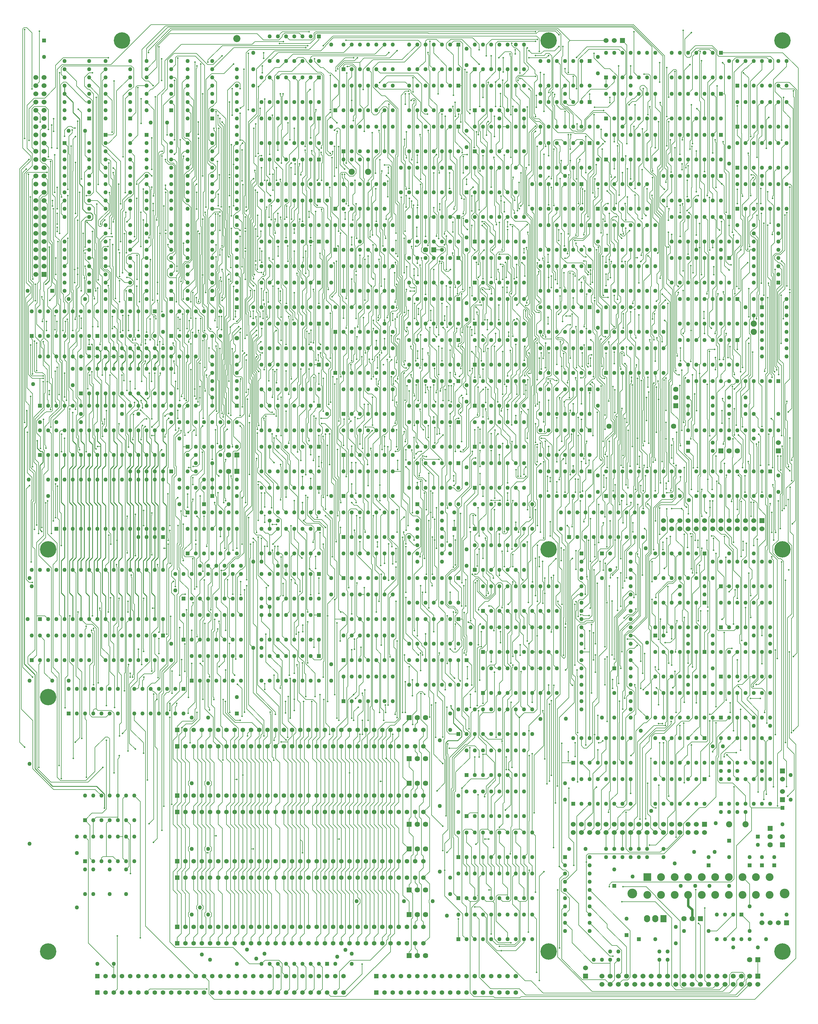
<source format=gbl>
G04*
G04  File:            MAINBOARD-V10.3.2.GBL, Tue Sep 02 17:03:18 2025*
G04  Source:          P-CAD 2006 PCB, Version 19.02.958, (D:\PCAD-2006\Projects\Pentagon-4096\Hardware\MainBoard-v10.3.2.PCB)*
G04  Format:          Gerber Format (RS-274-D), ASCII*
G04*
G04  Format Options:  Absolute Positioning*
G04                   Leading-Zero Suppression*
G04                   Scale Factor 1:1*
G04                   NO Circular Interpolation*
G04                   Inch Units*
G04                   Numeric Format: 4.4 (XXXX.XXXX)*
G04                   G54 NOT Used for Aperture Change*
G04                   Apertures Embedded*
G04*
G04  File Options:    Offset = (0.0mil,0.0mil)*
G04                   Drill Symbol Size = 80.0mil*
G04                   No Pad/Via Holes*
G04*
G04  File Contents:   Pads*
G04                   Vias*
G04                   No Designators*
G04                   No Types*
G04                   No Values*
G04                   No Drill Symbols*
G04                   Bottom*
G04*
%INMAINBOARD-V10.3.2.GBL*%
%ICAS*%
%MOIN*%
G04*
G04  Aperture MACROs for general use --- invoked via D-code assignment *
G04*
G04  General MACRO for flashed round with rotation and/or offset hole *
%AMROTOFFROUND*
1,1,$1,0.0000,0.0000*
1,0,$2,$3,$4*%
G04*
G04  General MACRO for flashed oval (obround) with rotation and/or offset hole *
%AMROTOFFOVAL*
21,1,$1,$2,0.0000,0.0000,$3*
1,1,$4,$5,$6*
1,1,$4,0-$5,0-$6*
1,0,$7,$8,$9*%
G04*
G04  General MACRO for flashed oval (obround) with rotation and no hole *
%AMROTOVALNOHOLE*
21,1,$1,$2,0.0000,0.0000,$3*
1,1,$4,$5,$6*
1,1,$4,0-$5,0-$6*%
G04*
G04  General MACRO for flashed rectangle with rotation and/or offset hole *
%AMROTOFFRECT*
21,1,$1,$2,0.0000,0.0000,$3*
1,0,$4,$5,$6*%
G04*
G04  General MACRO for flashed rectangle with rotation and no hole *
%AMROTRECTNOHOLE*
21,1,$1,$2,0.0000,0.0000,$3*%
G04*
G04  General MACRO for flashed rounded-rectangle *
%AMROUNDRECT*
21,1,$1,$2-$4,0.0000,0.0000,$3*
21,1,$1-$4,$2,0.0000,0.0000,$3*
1,1,$4,$5,$6*
1,1,$4,$7,$8*
1,1,$4,0-$5,0-$6*
1,1,$4,0-$7,0-$8*
1,0,$9,$10,$11*%
G04*
G04  General MACRO for flashed rounded-rectangle with rotation and no hole *
%AMROUNDRECTNOHOLE*
21,1,$1,$2-$4,0.0000,0.0000,$3*
21,1,$1-$4,$2,0.0000,0.0000,$3*
1,1,$4,$5,$6*
1,1,$4,$7,$8*
1,1,$4,0-$5,0-$6*
1,1,$4,0-$7,0-$8*%
G04*
G04  General MACRO for flashed regular polygon *
%AMREGPOLY*
5,1,$1,0.0000,0.0000,$2,$3+$4*
1,0,$5,$6,$7*%
G04*
G04  General MACRO for flashed regular polygon with no hole *
%AMREGPOLYNOHOLE*
5,1,$1,0.0000,0.0000,$2,$3+$4*%
G04*
G04  General MACRO for target *
%AMTARGET*
6,0,0,$1,$2,$3,4,$4,$5,$6*%
G04*
G04  General MACRO for mounting hole *
%AMMTHOLE*
1,1,$1,0,0*
1,0,$2,0,0*
$1=$1-$2*
$1=$1/2*
21,1,$2+$1,$3,0,0,$4*
21,1,$3,$2+$1,0,0,$4*%
G04*
G04*
G04  D10 : "Ellipse X8.0mil Y8.0mil H0.0mil 0.0deg (0.0mil,0.0mil) Draw"*
G04  Disc: OuterDia=0.0080*
%ADD10C, 0.0080*%
G04  D11 : "Ellipse X10.0mil Y10.0mil H0.0mil 0.0deg (0.0mil,0.0mil) Draw"*
G04  Disc: OuterDia=0.0100*
%ADD11C, 0.0100*%
G04  D12 : "Ellipse X15.0mil Y15.0mil H0.0mil 0.0deg (0.0mil,0.0mil) Draw"*
G04  Disc: OuterDia=0.0150*
%ADD12C, 0.0150*%
G04  D13 : "Ellipse X25.0mil Y25.0mil H0.0mil 0.0deg (0.0mil,0.0mil) Draw"*
G04  Disc: OuterDia=0.0250*
%ADD13C, 0.0250*%
G04  D14 : "Ellipse X30.0mil Y30.0mil H0.0mil 0.0deg (0.0mil,0.0mil) Draw"*
G04  Disc: OuterDia=0.0300*
%ADD14C, 0.0300*%
G04  D15 : "Ellipse X40.0mil Y40.0mil H0.0mil 0.0deg (0.0mil,0.0mil) Draw"*
G04  Disc: OuterDia=0.0400*
%ADD15C, 0.0400*%
G04  D16 : "Ellipse X5.0mil Y5.0mil H0.0mil 0.0deg (0.0mil,0.0mil) Draw"*
G04  Disc: OuterDia=0.0050*
%ADD16C, 0.0050*%
G04  D17 : "Ellipse X6.0mil Y6.0mil H0.0mil 0.0deg (0.0mil,0.0mil) Draw"*
G04  Disc: OuterDia=0.0060*
%ADD17C, 0.0060*%
G04  D18 : "Ellipse X9.8mil Y9.8mil H0.0mil 0.0deg (0.0mil,0.0mil) Draw"*
G04  Disc: OuterDia=0.0098*
%ADD18C, 0.0098*%
G04  D19 : "Ellipse X110.0mil Y110.0mil H0.0mil 0.0deg (0.0mil,0.0mil) Flash"*
G04  Disc: OuterDia=0.1100*
%ADD19C, 0.1100*%
G04  D20 : "Ellipse X200.0mil Y200.0mil H0.0mil 0.0deg (0.0mil,0.0mil) Flash"*
G04  Disc: OuterDia=0.2000*
%ADD20C, 0.2000*%
G04  D21 : "Ellipse X215.0mil Y215.0mil H0.0mil 0.0deg (0.0mil,0.0mil) Flash"*
G04  Disc: OuterDia=0.2150*
%ADD21C, 0.2150*%
G04  D22 : "Ellipse X50.0mil Y50.0mil H0.0mil 0.0deg (0.0mil,0.0mil) Flash"*
G04  Disc: OuterDia=0.0500*
%ADD22C, 0.0500*%
G04  D23 : "Ellipse X56.0mil Y56.0mil H0.0mil 0.0deg (0.0mil,0.0mil) Flash"*
G04  Disc: OuterDia=0.0560*
%ADD23C, 0.0560*%
G04  D24 : "Ellipse X60.0mil Y60.0mil H0.0mil 0.0deg (0.0mil,0.0mil) Flash"*
G04  Disc: OuterDia=0.0600*
%ADD24C, 0.0600*%
G04  D25 : "Ellipse X64.0mil Y64.0mil H0.0mil 0.0deg (0.0mil,0.0mil) Flash"*
G04  Disc: OuterDia=0.0640*
%ADD25C, 0.0640*%
G04  D26 : "Ellipse X65.0mil Y65.0mil H0.0mil 0.0deg (0.0mil,0.0mil) Flash"*
G04  Disc: OuterDia=0.0650*
%ADD26C, 0.0650*%
G04  D27 : "Ellipse X71.0mil Y71.0mil H0.0mil 0.0deg (0.0mil,0.0mil) Flash"*
G04  Disc: OuterDia=0.0710*
%ADD27C, 0.0710*%
G04  D28 : "Ellipse X75.0mil Y75.0mil H0.0mil 0.0deg (0.0mil,0.0mil) Flash"*
G04  Disc: OuterDia=0.0750*
%ADD28C, 0.0750*%
G04  D29 : "Ellipse X79.0mil Y79.0mil H0.0mil 0.0deg (0.0mil,0.0mil) Flash"*
G04  Disc: OuterDia=0.0790*
%ADD29C, 0.0790*%
G04  D30 : "Ellipse X90.0mil Y90.0mil H0.0mil 0.0deg (0.0mil,0.0mil) Flash"*
G04  Disc: OuterDia=0.0900*
%ADD30C, 0.0900*%
G04  D31 : "Ellipse X95.0mil Y95.0mil H0.0mil 0.0deg (0.0mil,0.0mil) Flash"*
G04  Disc: OuterDia=0.0950*
%ADD31C, 0.0950*%
G04  D32 : "Mounting Hole X200.0mil Y200.0mil H0.0mil 0.0deg (0.0mil,0.0mil) Flash"*
G04  Mounting Hole: Diameter=0.2000, Rotation=0.0, LineWidth=0.0050 *
%ADD32MTHOLE, 0.2000 X0.1800 X0.0050 X0.0*%
G04  D33 : "Oval X75.0mil Y87.0mil H0.0mil 0.0deg (0.0mil,0.0mil) Flash"*
G04  Obround: DimX=0.0750, DimY=0.0870, Rotation=0.0, OffsetX=0.0000, OffsetY=0.0000, HoleDia=0.0000 *
%ADD33O, 0.0750 X0.0870*%
G04  D34 : "Oval X90.0mil Y102.0mil H0.0mil 0.0deg (0.0mil,0.0mil) Flash"*
G04  Obround: DimX=0.0900, DimY=0.1020, Rotation=0.0, OffsetX=0.0000, OffsetY=0.0000, HoleDia=0.0000 *
%ADD34O, 0.0900 X0.1020*%
G04  D35 : "Rectangle X110.0mil Y110.0mil H0.0mil 0.0deg (0.0mil,0.0mil) Flash"*
G04  Square: Side=0.1100, Rotation=0.0, OffsetX=0.0000, OffsetY=0.0000, HoleDia=0.0000*
%ADD35R, 0.1100 X0.1100*%
G04  D36 : "Rectangle X50.0mil Y50.0mil H0.0mil 0.0deg (0.0mil,0.0mil) Flash"*
G04  Square: Side=0.0500, Rotation=0.0, OffsetX=0.0000, OffsetY=0.0000, HoleDia=0.0000*
%ADD36R, 0.0500 X0.0500*%
G04  D37 : "Rectangle X56.0mil Y56.0mil H0.0mil 0.0deg (0.0mil,0.0mil) Flash"*
G04  Square: Side=0.0560, Rotation=0.0, OffsetX=0.0000, OffsetY=0.0000, HoleDia=0.0000*
%ADD37R, 0.0560 X0.0560*%
G04  D38 : "Rectangle X60.0mil Y60.0mil H0.0mil 0.0deg (0.0mil,0.0mil) Flash"*
G04  Square: Side=0.0600, Rotation=0.0, OffsetX=0.0000, OffsetY=0.0000, HoleDia=0.0000*
%ADD38R, 0.0600 X0.0600*%
G04  D39 : "Rectangle X64.0mil Y64.0mil H0.0mil 0.0deg (0.0mil,0.0mil) Flash"*
G04  Square: Side=0.0640, Rotation=0.0, OffsetX=0.0000, OffsetY=0.0000, HoleDia=0.0000*
%ADD39R, 0.0640 X0.0640*%
G04  D40 : "Rectangle X65.0mil Y65.0mil H0.0mil 0.0deg (0.0mil,0.0mil) Flash"*
G04  Square: Side=0.0650, Rotation=0.0, OffsetX=0.0000, OffsetY=0.0000, HoleDia=0.0000*
%ADD40R, 0.0650 X0.0650*%
G04  D41 : "Rectangle X71.0mil Y71.0mil H0.0mil 0.0deg (0.0mil,0.0mil) Flash"*
G04  Square: Side=0.0710, Rotation=0.0, OffsetX=0.0000, OffsetY=0.0000, HoleDia=0.0000*
%ADD41R, 0.0710 X0.0710*%
G04  D42 : "Rectangle X75.0mil Y75.0mil H0.0mil 0.0deg (0.0mil,0.0mil) Flash"*
G04  Square: Side=0.0750, Rotation=0.0, OffsetX=0.0000, OffsetY=0.0000, HoleDia=0.0000*
%ADD42R, 0.0750 X0.0750*%
G04  D43 : "Rectangle X75.0mil Y87.0mil H0.0mil 0.0deg (0.0mil,0.0mil) Flash"*
G04  Rectangular: DimX=0.0750, DimY=0.0870, Rotation=0.0, OffsetX=0.0000, OffsetY=0.0000, HoleDia=0.0000 *
%ADD43R, 0.0750 X0.0870*%
G04  D44 : "Rectangle X79.0mil Y79.0mil H0.0mil 0.0deg (0.0mil,0.0mil) Flash"*
G04  Square: Side=0.0790, Rotation=0.0, OffsetX=0.0000, OffsetY=0.0000, HoleDia=0.0000*
%ADD44R, 0.0790 X0.0790*%
G04  D45 : "Rectangle X90.0mil Y102.0mil H0.0mil 0.0deg (0.0mil,0.0mil) Flash"*
G04  Rectangular: DimX=0.0900, DimY=0.1020, Rotation=0.0, OffsetX=0.0000, OffsetY=0.0000, HoleDia=0.0000 *
%ADD45R, 0.0900 X0.1020*%
G04  D46 : "Rectangle X95.0mil Y95.0mil H0.0mil 0.0deg (0.0mil,0.0mil) Flash"*
G04  Square: Side=0.0950, Rotation=0.0, OffsetX=0.0000, OffsetY=0.0000, HoleDia=0.0000*
%ADD46R, 0.0950 X0.0950*%
G04  D47 : "Ellipse X102.0mil Y102.0mil H0.0mil 0.0deg (0.0mil,0.0mil) Flash"*
G04  Disc: OuterDia=0.1020*
%ADD47C, 0.1020*%
G04  D48 : "Ellipse X118.0mil Y118.0mil H0.0mil 0.0deg (0.0mil,0.0mil) Flash"*
G04  Disc: OuterDia=0.1180*
%ADD48C, 0.1180*%
G04  D49 : "Ellipse X133.0mil Y133.0mil H0.0mil 0.0deg (0.0mil,0.0mil) Flash"*
G04  Disc: OuterDia=0.1330*
%ADD49C, 0.1330*%
G04  D50 : "Ellipse X20.0mil Y20.0mil H0.0mil 0.0deg (0.0mil,0.0mil) Flash"*
G04  Disc: OuterDia=0.0200*
%ADD50C, 0.0200*%
G04  D51 : "Ellipse X35.0mil Y35.0mil H0.0mil 0.0deg (0.0mil,0.0mil) Flash"*
G04  Disc: OuterDia=0.0350*
%ADD51C, 0.0350*%
G04  D52 : "Ellipse X55.0mil Y55.0mil H0.0mil 0.0deg (0.0mil,0.0mil) Flash"*
G04  Disc: OuterDia=0.0550*
%ADD52C, 0.0550*%
G04  D53 : "Ellipse X70.0mil Y70.0mil H0.0mil 0.0deg (0.0mil,0.0mil) Flash"*
G04  Disc: OuterDia=0.0700*
%ADD53C, 0.0700*%
G04  D54 : "Ellipse X87.0mil Y87.0mil H0.0mil 0.0deg (0.0mil,0.0mil) Flash"*
G04  Disc: OuterDia=0.0870*
%ADD54C, 0.0870*%
G04*
%FSLAX44Y44*%
%SFA1B1*%
%OFA0.0000B0.0000*%
G04*
G70*
G90*
G01*
D2*
%LNBottom*%
D10*
X101560Y142440*
Y141560D1*
X101720Y151480D2*
X101360Y151840D1*
Y162880D2*
X101760Y163280D1*
D2*
D11*
X101120Y170240*
X101400Y170520D1*
D2*
D10*
X101280Y173520*
X101720Y173080D1*
X101120Y171240D2*
X101160Y171200D1*
X101880Y186720D2*
X101280Y186120D1*
X101880Y187480D2*
Y186720D1*
X101360Y188000D2*
X101880Y187480D1*
X101520Y201440D2*
X101360Y201280D1*
X100920Y201400D2*
X101360Y201840D1*
X100560Y201880D2*
X101680Y203000D1*
X101920Y202880D2*
X100760Y201720D1*
X101920Y203400D2*
Y202880D1*
X101400Y219080D2*
X101080D1*
X102640Y128840D2*
X104360Y127120D1*
D2*
D11*
X104560Y126640*
X102400Y128800D1*
D2*
D10*
X102160Y128760*
X104680Y126240D1*
X103560Y140440D2*
X104500Y139500D1*
X103000Y141600D2*
Y142000D1*
X102880Y141480D2*
X103000Y141600D1*
Y145000D2*
X103560Y144440D1*
X102600Y147400D2*
X103600D1*
X102120Y155800D2*
X102400Y155520D1*
X102880Y154760D2*
X104400Y153240D1*
D2*
D11*
X103240Y157680*
X103010Y157910D1*
D2*
D10*
X102600Y156320*
X103480Y157200D1*
X103720Y156920D2*
X102880Y156080D1*
X102240Y161400D2*
X102120Y161280D1*
X102360Y161080D2*
X102440Y161160D1*
X104600Y162680D2*
X104640Y162640D1*
X102840Y166080D2*
X102440Y166480D1*
X103560Y167560D2*
X103440Y167680D1*
X103560Y165520D2*
Y167560D1*
X103240Y165200D2*
X103560Y165520D1*
X102280Y166120D2*
X102600Y165800D1*
D2*
D11*
X103080Y167440*
X102680Y167840D1*
X103265Y167440D2*
X103080D1*
X103385Y167320D2*
X103265Y167440D1*
X103385Y166095D2*
Y167320D1*
X103010Y165720D2*
X103385Y166095D1*
D2*
D10*
X104000Y165120*
Y167000D1*
X104400Y169600D2*
X104000Y170000D1*
X103080Y169200D2*
X102600Y169680D1*
X103600Y168240D2*
Y170440D1*
X103760Y168080D2*
X103600Y168240D1*
X102440Y171400D2*
X103560Y172520D1*
X104000Y173680D2*
X103920Y173760D1*
X104000Y173000D2*
Y173680D1*
X104800Y171440D2*
X104600Y171240D1*
X104840Y171440D2*
X104800D1*
X103400Y172720D2*
X102280Y171600D1*
X104320Y172760D2*
X104400Y172840D1*
X104320Y172520D2*
Y172760D1*
X104760Y171880D2*
X104800D1*
X104360Y171480D2*
X104760Y171880D1*
X104400Y172280D2*
X104560Y172440D1*
X103800Y172280D2*
X104400D1*
X103680Y172160D2*
X103800Y172280D1*
X103600Y172160D2*
X103680D1*
X102600Y171160D2*
X103600Y172160D1*
X103640Y174560D2*
Y176720D1*
X103560Y174480D2*
X103640Y174560D1*
X103400Y176320D2*
X103000D1*
X102080D2*
X103000D1*
X104160Y174360D2*
Y174840D1*
X104400Y175600D2*
X104160Y175840D1*
X104560Y176280D2*
X104400Y176440D1*
X102520Y177040D2*
X102360Y177200D1*
X103320Y177040D2*
X102520D1*
X103400Y177920D2*
Y179920D1*
X103920Y177400D2*
X103400Y177920D1*
X104160Y177840D2*
X103560Y178440D1*
X104000Y180800D2*
X103560Y181240D1*
X103000Y180840D2*
X102440Y181400D1*
X103400Y182120D2*
X102600Y182920D1*
X103400Y181160D2*
Y182120D1*
X103160Y180920D2*
X103400Y181160D1*
X103160Y180160D2*
Y180920D1*
X103400Y180560D2*
Y180800D1*
X103560Y180400D2*
X103400Y180560D1*
X102440Y185280D2*
X102680Y185520D1*
X102600Y184880D2*
X103000Y185280D1*
X104400Y184680D2*
X103960Y185120D1*
X103400Y183600D2*
Y185880D1*
X103320Y183520D2*
X103400Y183600D1*
X103320Y183280D2*
Y183520D1*
X104880Y187720D2*
X104560Y188040D1*
X104880Y186520D2*
Y187720D1*
X103480Y187960D2*
X103920Y188400D1*
X103480Y186960D2*
Y187960D1*
X103560Y186880D2*
X103480Y186960D1*
X102680Y187880D2*
X102920Y188120D1*
X103000Y187120D2*
X103080Y187200D1*
D2*
D11*
X103720Y187800*
X104160Y188240D1*
D2*
D10*
X102160Y188680*
X102080Y188760D1*
X102160Y188440D2*
Y188680D1*
X102040Y186160D2*
Y187760D1*
X103960Y187200D2*
X104400Y187640D1*
X103240Y186040D2*
Y186280D1*
X104560Y192880D2*
X104320Y193120D1*
X104720Y193160D2*
X104640Y193240D1*
X104400Y192640D2*
X104120Y192920D1*
X102920Y198420D2*
X103500Y199000D1*
X103960Y198840D2*
Y200540D1*
X103640Y198520D2*
X103960Y198840D1*
X103400Y198520D2*
X103640D1*
X103080Y198200D2*
X103400Y198520D1*
X104880Y198400D2*
X104560Y198720D1*
X104400Y203000D2*
X103500D1*
X104560Y202840D2*
X104400Y203000D1*
X103360Y202520D2*
X103040Y202840D1*
X103600Y202520D2*
X103360D1*
X104120Y202000D2*
X103600Y202520D1*
X102080Y203720D2*
Y202240D1*
X104040Y204460D2*
X103500Y205000D1*
X102360Y209480D2*
X102040Y209160D1*
X103640Y209480D2*
X102360D1*
X104040Y209080D2*
X103640Y209480D1*
X103040Y208460D2*
X102500Y209000D1*
X103040Y207560D2*
Y208460D1*
X102960Y212460D2*
X102500Y212000D1*
X103600Y210480D2*
X102320D1*
X104920Y211800D2*
X103600Y210480D1*
X105120Y127720D2*
X105520Y127320D1*
X107400Y140080D2*
X107880Y139600D1*
X106080Y139800D2*
X106400Y140120D1*
X106600Y141800D2*
X107080Y141320D1*
X105600Y147320D2*
X105375Y147545D1*
X106640Y147160D2*
X106600Y147120D1*
X106640Y147400D2*
Y147160D1*
X107640Y147640D2*
X107600Y147600D1*
X107640Y147880D2*
Y147640D1*
D2*
D11*
X106600Y154100*
X107000Y154500D1*
X105600Y154100D2*
X106000Y154500D1*
X107000Y154100D2*
X107400Y154500D1*
D2*
D10*
X105375Y159080*
X105160Y159295D1*
D2*
D11*
X106600Y161250*
X107000Y160850D1*
X105600Y161250D2*
X106000Y160850D1*
X107400D2*
X107000Y161250D1*
D2*
D10*
X105600Y159880*
X105400Y160080D1*
X107840Y167640D2*
Y167880D1*
D2*
D11*
X107000Y165700*
X106600Y165300D1*
X107000Y167000D2*
Y165700D1*
D2*
D10*
Y167000*
X106600Y167400D1*
D2*
D11*
X106000Y165700*
X105600Y165300D1*
X106000Y167000D2*
Y165700D1*
X107400D2*
X107000Y165300D1*
D2*
D10*
X107760Y169280*
X107600Y169440D1*
Y168960D2*
X107440Y169120D1*
D2*
D11*
X107000Y168700*
X107400Y168300D1*
X107000Y170000D2*
Y168700D1*
D2*
D10*
X105600Y170000*
X106000D1*
X105400Y169800D2*
X105600Y170000D1*
X107400Y173360D2*
X107040Y173720D1*
X107400Y172840D2*
Y173360D1*
X107360Y172800D2*
X107400Y172840D1*
X107360Y172560D2*
Y172800D1*
X107600Y171960D2*
Y173760D1*
X107440Y171800D2*
X107600Y171960D1*
X106640Y172360D2*
Y172600D1*
X106600Y172320D2*
X106640Y172360D1*
X106000Y173440D2*
X105760Y173680D1*
X106000Y173000D2*
Y173440D1*
Y173000D2*
Y172600D1*
X106560Y173000D2*
X107000D1*
X106400Y172840D2*
X106560Y173000D1*
X105400Y173560D2*
X105120Y173840D1*
X105400Y172840D2*
Y173560D1*
X107040Y174800D2*
X106600Y175240D1*
X106440Y174920D2*
X106560Y174800D1*
X107400Y178600D2*
X107000Y179000D1*
Y179760*
X106000Y178600D2*
X106240Y178360D1*
X106000Y179000D2*
Y178600D1*
X105760Y178440D2*
X105560Y178640D1*
X105600Y178240D2*
X105400Y178440D1*
X107400Y182280D2*
X107560Y182440D1*
X107400Y180760D2*
Y182280D1*
X107560Y181920D2*
X107800Y182160D1*
X107560Y180320D2*
Y181920D1*
X106000Y180800D2*
X106400Y181200D1*
X106600Y180760D2*
X106440Y180600D1*
X106000Y181880D2*
Y181500D1*
X106120Y182000D2*
X106000Y181880D1*
X106360Y183280D2*
Y183520D1*
X106400Y183240D2*
X106360Y183280D1*
X107320Y183760D2*
Y183520D1*
X107400Y183840D2*
X107320Y183760D1*
X106920Y185840D2*
X106600Y185520D1*
X105400Y185240D2*
X105200Y185440D1*
X106440Y184240D2*
X105800Y183600D1*
X106440Y185480D2*
Y184240D1*
X106080Y185840D2*
X106440Y185480D1*
X106000Y185560D2*
X105880Y185680D1*
X106000Y184500D2*
Y185560D1*
X107000Y184880D2*
X107080Y184960D1*
X107000Y184500D2*
Y184880D1*
X107560Y187240D2*
X107840Y187520D1*
X107600Y187720D2*
X107400Y187520D1*
X106800Y186880D2*
X106920Y186760D1*
X106400Y186480D2*
X106080Y186160D1*
X106440Y186480D2*
X106400D1*
X106640Y186680D2*
X106440Y186480D1*
X105880Y186560D2*
X105600Y186840D1*
X107080Y187040D2*
X107000Y187120D1*
X106000Y190000D2*
X106400Y190400D1*
X105120Y194240D2*
Y194720D1*
X105600Y193240D2*
X106400Y194040D1*
X107240Y195800D2*
X107600Y196160D1*
X105120Y195120D2*
Y196440D1*
X105600Y196400D2*
Y197600D1*
X106000Y196000D2*
X105600Y196400D1*
X105640Y198680D2*
Y198440D1*
X105560Y198760D2*
X105640Y198680D1*
X106560Y203680D2*
X106640Y203600D1*
X107000Y201560D2*
X107040Y201600D1*
X106400Y204600D2*
X106000Y205000D1*
X106960Y206240D2*
X106560Y205840D1*
X106960Y206600D2*
Y206240D1*
X106000Y206560D2*
Y205840D1*
X107280Y206840D2*
X107040D1*
Y205480D2*
X107360Y205800D1*
D2*
D11*
X107040Y208720*
X107840Y207920D1*
D2*
D10*
X106840Y207040*
X106480D1*
X107480Y211960D2*
Y212520D1*
D2*
D11*
X106000Y211000*
Y212000D1*
D2*
D10*
X105880Y212440*
X105560Y212120D1*
X106200Y212440D2*
X105880D1*
X107280Y211360D2*
X106200Y212440D1*
X107280Y211320D2*
Y211360D1*
X105720Y214560D2*
X105120Y213960D1*
X105625Y214185D2*
Y213375D1*
X105840Y214400D2*
X105625Y214185D1*
X110500Y117900D2*
Y117500D1*
X110680Y118080D2*
X110500Y117900D1*
X109120Y117880D2*
X109500Y117500D1*
X108500Y120500D2*
X108920Y120080D1*
X109500Y122500D2*
Y120500D1*
Y122500D2*
X109880Y122880D1*
X108500Y122500D2*
X109120Y121880D1*
D2*
D11*
X110880Y123960*
Y125680D1*
D2*
D10*
X109360Y123360*
X110600D1*
X108880Y127120D2*
X110680Y128920D1*
X108600Y127320D2*
X109720Y128440D1*
X108680Y134680D2*
X108500Y134860D1*
X109500Y135900D2*
Y135500D1*
X109680Y136080D2*
X109500Y135900D1*
X109880Y136080D2*
X109680D1*
X109880D2*
X110080Y135880D1*
X109360Y135080D2*
X109080Y135360D1*
X109640Y141400D2*
X109560Y141320D1*
X109080Y141360D2*
X109440Y141720D1*
X108640Y145880D2*
Y146120D1*
X108500Y145740D2*
X108640Y145880D1*
X109520Y146520D2*
X110120Y145920D1*
X109480Y146520D2*
X109520D1*
X109400Y146360D2*
X109880Y145880D1*
X108640Y146360D2*
X109400D1*
X109560Y145640D2*
X109640Y145560D1*
X109560Y145880D2*
Y145640D1*
X109320Y145400D2*
Y145640D1*
X109440Y145280D2*
X109320Y145400D1*
X110400Y149120D2*
X110560Y148960D1*
X110320Y148080D2*
X110400Y148000D1*
X110320Y148320D2*
Y148080D1*
D2*
D11*
X109600Y154100*
X110000Y154500D1*
X108600Y154100D2*
X109000Y154500D1*
Y154100D2*
X109400Y154500D1*
X110000Y154100D2*
X110400Y154500D1*
X109600Y161250D2*
X110000Y160850D1*
X108600Y161250D2*
X109000Y160850D1*
X109400D2*
X109000Y161250D1*
X110400Y160850D2*
X110000Y161250D1*
Y165700D2*
X109600Y165300D1*
X110000Y167000D2*
Y165700D1*
D2*
D10*
Y167000*
X109600Y167400D1*
D2*
D11*
X109000Y165700*
X108600Y165300D1*
X109400Y165700D2*
X109000Y165300D1*
X110000D2*
X110400Y165700D1*
D2*
D10*
X109760Y167800*
X109840Y167720D1*
D2*
D11*
X109000Y167000*
Y165700D1*
D2*
D10*
X108640Y169520*
X108600Y169560D1*
X109600Y168960D2*
X109440Y169120D1*
D2*
D11*
X109000Y168700*
X109400Y168300D1*
X109000Y170000D2*
Y168700D1*
X110000D2*
Y170000D1*
X110400Y168300D2*
X110000Y168700D1*
D2*
D10*
X110400Y168040*
X110040D1*
X109600Y169440D2*
X109760Y169280D1*
X109600Y170680D2*
Y169440D1*
X110640Y169520D2*
Y169280D1*
X110600Y169560D2*
X110640Y169520D1*
X110600Y170440D2*
Y169560D1*
X110880Y170720D2*
X110600Y170440D1*
X109440Y171440D2*
X109560Y171560D1*
X108120D2*
X108394Y171834D1*
X109000Y171960D2*
X109400Y172360D1*
X110560Y171120D2*
X110640Y171040D1*
X110000Y173000D2*
Y171080D1*
X110400Y175600D2*
X109600Y176400D1*
X109560Y175560D2*
X109360Y175760D1*
X109080Y175640D2*
Y176720D1*
X109400Y175320D2*
X109080Y175640D1*
X110000Y176600D2*
X110560Y176040D1*
X108600Y177800D2*
X109400Y178600D1*
X109600Y179000D2*
X110000D1*
X109000D2*
X108600Y179400D1*
X110600Y179800D2*
X110400Y179600D1*
D2*
D11*
X110000Y178100*
Y177500D1*
X110400Y178500D2*
X110000Y178100D1*
D2*
D10*
X109000Y177120*
Y177500D1*
D2*
D11*
X110400Y179600*
Y178500D1*
D2*
D10*
Y180760*
X110360Y180720D1*
Y180480*
X109400Y180440D2*
X109360Y180480D1*
X109440Y181160D2*
X109600Y181000D1*
X109440Y182640D2*
Y181160D1*
X109000Y180480D2*
Y181040D1*
X109600Y183760D2*
X110080Y183280D1*
X109600Y185160D2*
Y183760D1*
X110040Y185600D2*
X109600Y185160D1*
X109400Y184520D2*
X109440Y184480D1*
X108600Y185360D2*
X108960Y185720D1*
X108040Y185440D2*
X108394Y185085D1*
X109880Y188120D2*
X110400Y187600D1*
X108680Y188760D2*
X108600Y188840D1*
X108680Y188360D2*
Y188760D1*
X108600Y188280D2*
X108680Y188360D1*
X108600Y186720D2*
Y188280D1*
X108960Y186360D2*
X108600Y186720D1*
X108440Y188800D2*
X108290Y188950D1*
X108440Y188560D2*
Y188800D1*
Y186640D2*
X108040Y186240D1*
X108440Y188560D2*
Y186640D1*
X109640Y186280D2*
X109560Y186360D1*
X109640Y186040D2*
Y186280D1*
X109800Y187240D2*
Y187000D1*
X109720Y187320D2*
X109800Y187240D1*
X108520Y190880D2*
Y191600D1*
X109000Y190400D2*
X108520Y190880D1*
X109000Y190000D2*
Y190400D1*
Y190000D2*
X109400Y189600D1*
X108520Y189760D2*
Y190000D1*
X108600Y189680D2*
X108520Y189760D1*
X108280Y191810D2*
X108290Y191800D1*
X109400Y191000D2*
Y191080D1*
X109000Y191000D2*
X109400D1*
X109560Y190920D2*
X109400Y191080D1*
X110440Y189760D2*
X110800Y189400D1*
X110600Y189840D2*
Y191000D1*
X110880Y189560D2*
X110600Y189840D1*
X109800Y192840D2*
X109880Y192760D1*
X110800Y192400D2*
X110600Y192200D1*
X109640Y194480D2*
Y192040D1*
X110120Y193360D2*
X109960Y193520D1*
X110280Y194840D2*
X110440D1*
X108600Y196000D2*
X108040Y195440D1*
X109000Y196000D2*
X108600D1*
X110625Y195345D2*
X110920Y195640D1*
X110400Y195120D2*
Y195440D1*
D2*
D11*
X108640Y195600*
X108520Y195480D1*
X109240Y195600D2*
X108640D1*
X109240D2*
X109440Y195800D1*
D2*
D10*
X108440Y197840*
X108760Y197520D1*
X109240*
X109640Y197120*
Y196400*
X109800Y196240*
D2*
D11*
X108200Y196960*
X108660Y196500D1*
X109220*
X109440Y196280*
Y195800*
D2*
D10*
X109160Y198600*
X108680D1*
X109560Y199000D2*
X109160Y198600D1*
X109000Y202000D2*
X108440Y201440D1*
X108500Y203500D2*
X109000Y203000D1*
X110880Y204560D2*
X110600Y204840D1*
X110120Y210880D2*
X109000Y212000D1*
Y210560D2*
X108880D1*
X109400Y210160D2*
X109000Y210560D1*
Y211560D2*
X109560Y211000D1*
X108840Y211560D2*
X109000D1*
X108440Y211960D2*
X108840Y211560D1*
X109400Y213560D2*
X109000D1*
X112440Y101940D2*
X112000Y101500D1*
Y104600D2*
Y103500D1*
X111840Y104600D2*
X112000D1*
X113500Y116500D2*
X113880Y116880D1*
X111920Y118080D2*
X112500Y117500D1*
X111120Y118080D2*
X111920D1*
X113120Y117880D2*
X113500Y117500D1*
X111120Y122120D2*
X111500Y122500D1*
X113120Y120500D2*
X112500D1*
Y122880D2*
Y122500D1*
X113880Y120120D2*
X113500Y120500D1*
X113120Y125120D2*
X113500Y125500D1*
X112680Y130120D2*
Y130360D1*
X112500Y129940D2*
X112680Y130120D1*
X113560Y133560D2*
X113080Y133080D1*
X112720Y134160D2*
Y132760D1*
X112960Y134400D2*
X112720Y134160D1*
X111280Y132640D2*
X111500Y132420D1*
X111680Y135880D2*
X112040Y135520D1*
X111500Y135500D2*
X111080Y135080D1*
X112600Y140520D2*
X112960Y140160D1*
X111560Y140600D2*
X112120Y140040D1*
X111400Y139080D2*
X111120Y138800D1*
X113320Y140400D2*
X113400Y140480D1*
X113320Y138280D2*
Y140400D1*
X112440Y138560D2*
X112500Y138500D1*
X111400Y143760D2*
X111560Y143600D1*
X113800Y141240D2*
X113760Y141200D1*
X113800Y141480D2*
Y141240D1*
X113000Y145920D2*
X112600Y145520D1*
X112000Y146160D2*
Y145000D1*
X112400Y146560D2*
X112000Y146160D1*
X112600Y146120D2*
X112440Y145960D1*
X113760Y149160D2*
Y147880D1*
X112640Y149280D2*
X112600Y149240D1*
X112640Y149520D2*
Y149280D1*
X111360Y148147D2*
Y147880D1*
X111372Y148160D2*
X111360Y148147D1*
D2*
D11*
X112600Y154100*
X113000Y154500D1*
X111600Y154100D2*
X112000Y154500D1*
X112400D2*
X112000Y154100D1*
D2*
D10*
X112360Y153400*
X112400Y153360D1*
X112360Y153640D2*
Y153400D1*
X113640Y155320D2*
X113600Y155360D1*
X113640Y155080D2*
Y155320D1*
X111640Y157360D2*
Y156120D1*
X111400Y157600D2*
X111640Y157360D1*
D2*
D11*
X112600Y161250*
X113000Y160850D1*
X111600Y161250D2*
X112000Y160850D1*
Y161250D2*
X112400Y160850D1*
D2*
D10*
X113640Y159280*
Y159520D1*
X113600Y159240D2*
X113640Y159280D1*
D2*
D11*
X113000Y165700*
X112600Y165300D1*
X113000Y167000D2*
Y165700D1*
X112000D2*
X111600Y165300D1*
X112000Y167000D2*
Y165700D1*
D2*
D10*
Y167000*
X111560Y167440D1*
D2*
D11*
X112400Y165700*
X112000Y165300D1*
D2*
D10*
X113560Y169280*
X113440Y169400D1*
X113000Y168440D2*
X112400Y169040D1*
D2*
D11*
X112000Y168700*
X112400Y168300D1*
X112000Y170000D2*
Y168700D1*
D2*
D10*
X112640Y170560*
Y170800D1*
X112600Y170520D2*
X112640Y170560D1*
X112600Y169600D2*
Y170520D1*
X113400Y168800D2*
X112600Y169600D1*
X113800Y169400D2*
X113600Y169600D1*
X113880Y173640D2*
X113860D1*
X113240Y176880D2*
Y176080D1*
X113000Y174500D2*
Y176720D1*
X112600Y179000D2*
X113000D1*
X111600D2*
X112000D1*
X111600Y177080D2*
Y179000D1*
D2*
D11*
X111400Y178500*
Y179600D1*
X112000Y178100D2*
Y177500D1*
X112400Y178500D2*
X112000Y178100D1*
X112400Y179600D2*
Y178500D1*
X113400D2*
Y179600D1*
X113000Y178100D2*
X113400Y178500D1*
X113000Y177500D2*
Y178100D1*
D2*
D10*
Y177500*
Y177120D1*
X112400Y180680D2*
X112600Y180480D1*
X112400Y182320D2*
Y180680D1*
X112080Y182640D2*
X112400Y182320D1*
X111400Y180760D2*
X111600Y180560D1*
X112000Y180760D2*
X111600Y181160D1*
X113000Y180600D2*
X112560Y181040D1*
X113600Y180240D2*
X113400Y180440D1*
X112560Y183640D2*
X112800Y183400D1*
X112560Y185360D2*
Y183640D1*
X112400Y184720D2*
X111760Y185360D1*
X112400Y183200D2*
Y184720D1*
X112560Y183040D2*
X112400Y183200D1*
X113400Y185760D2*
X113280Y185880D1*
X111360Y187400D2*
X111400Y187360D1*
X111360Y187640D2*
Y187400D1*
X112880Y188480D2*
X113360Y188000D1*
X112640Y188480D2*
X112880D1*
X112360Y188760D2*
X112640Y188480D1*
X113520Y186760D2*
Y187000D1*
X113560Y186720D2*
X113520Y186760D1*
X113840Y188640D2*
X113600D1*
X113920Y188560D2*
X113840Y188640D1*
X113280Y187080D2*
X113760Y187560D1*
X111160Y189400D2*
X111440Y189120D1*
X113560Y191120D2*
X113840Y191400D1*
X113560Y190440D2*
Y191120D1*
X111880Y190000D2*
X111960Y189920D1*
X111600Y189200D2*
X111240Y189560D1*
X111560Y189840D2*
Y190000D1*
X111760Y189640D2*
X111560Y189840D1*
X113560Y194200D2*
X113360Y194400D1*
X111800Y193600D2*
X111040D1*
X113480Y196000D2*
Y196560D1*
X113360Y195880D2*
X113480Y196000D1*
X111880Y196040D2*
X111720Y195880D1*
X113080Y197040D2*
X112840Y196800D1*
X113280Y196840D2*
X113080Y196640D1*
X113280Y197840D2*
Y196840D1*
X111400Y197600D2*
Y196840D1*
X111960Y195640D2*
Y195400D1*
X112040Y195720D2*
X111960Y195640D1*
X111360Y196360D2*
X111560Y196560D1*
X111320Y196360D2*
X111360D1*
X111480Y196040D2*
X111720Y196280D1*
X111640Y200760D2*
X111880Y200520D1*
X111480Y198720D2*
Y198960D1*
X111560Y198640D2*
X111480Y198720D1*
X111720Y199680D2*
X111400Y200000D1*
X111440Y203000D2*
X111640Y202800D1*
X111960Y201960D2*
X112200Y201720D1*
X111960Y201160D2*
X112040Y201080D1*
X111960Y201400D2*
Y201160D1*
X111400Y205000D2*
X112360Y205960D1*
X112040Y206200D2*
X111840Y206000D1*
X116420Y101920D2*
X116000Y101500D1*
X116320Y122080D2*
X116880Y122640D1*
X115240Y124760D2*
X114500Y125500D1*
X115640Y131920D2*
Y130680D1*
X114500Y134680D2*
X115880Y133300D1*
X114880Y139480D2*
X114080Y138680D1*
X114880Y140320D2*
Y139480D1*
X115720Y140320D2*
X116640D1*
X115120Y139720D2*
X115720Y140320D1*
X115120Y139000D2*
Y139720D1*
X115040Y138920D2*
X115120Y139000D1*
X115040Y138660D2*
Y138920D1*
X114880Y138500D2*
X115040Y138660D1*
X114500Y138500D2*
X114880D1*
X116880Y138120D2*
X116500Y138500D1*
X114320Y140160D2*
Y139920D1*
X114400Y140240D2*
X114320Y140160D1*
X115500Y139500D2*
Y138500D1*
X115680Y139680D2*
X115500Y139500D1*
X115680Y139920D2*
Y139680D1*
X116120Y138680D2*
X116640Y139200D1*
Y140920D2*
Y140680D1*
X115640Y143320D2*
Y143080D1*
X115600Y143360D2*
X115640Y143320D1*
X115000Y142000D2*
Y143320D1*
X115640Y149280D2*
X115600Y149240D1*
X115640Y149520D2*
Y149280D1*
X114400Y148920D2*
X114560Y148760D1*
X114200Y148160D2*
X114400Y147960D1*
X114160Y152120D2*
X114200Y152080D1*
X114160Y152360D2*
Y152120D1*
D2*
D11*
X114600Y154100*
X115000Y154500D1*
X115600Y154100D2*
X116000Y154500D1*
Y154100D2*
X116400Y154500D1*
X115000Y154100D2*
X115400Y154500D1*
D2*
D10*
X114640Y154960*
X114600Y155000D1*
X114640Y154720D2*
Y154960D1*
X116640Y155080D2*
X116600Y155120D1*
X116640Y154840D2*
Y155080D1*
D2*
D11*
X115000Y158000*
Y157000D1*
X116000Y158000D2*
Y157000D1*
X114600Y161250D2*
X115000Y160850D1*
X115600Y161250D2*
X116000Y160850D1*
X116400D2*
X116000Y161250D1*
X115400Y160850D2*
X115000Y161250D1*
D2*
D10*
X114640Y159520*
Y159760D1*
X114600Y159480D2*
X114640Y159520D1*
X116640Y159680D2*
Y159920D1*
X116600Y159640D2*
X116640Y159680D1*
D2*
D11*
X115000Y165700*
X114600Y165300D1*
X115000Y167000D2*
Y165700D1*
D2*
D10*
Y167000*
X114600Y167400D1*
D2*
D11*
X116000Y165700*
X115600Y165300D1*
X116000Y167000D2*
Y165700D1*
D2*
D10*
Y167000*
X115600Y167400D1*
D2*
D11*
X116400Y165700*
X116000Y165300D1*
X115400Y165700D2*
X115000Y165300D1*
D2*
D10*
X114360Y169120*
X114400Y169160D1*
X114360Y168880D2*
Y169120D1*
X115600Y170240D2*
X115840Y170480D1*
X116600Y168920D2*
X116400Y169120D1*
D2*
D11*
X116000Y168700*
X116400Y168300D1*
X116000Y170000D2*
Y168700D1*
X115000D2*
X115400Y168300D1*
X115000Y170000D2*
Y168700D1*
D2*
D10*
X115400Y170480*
X115520Y170600D1*
X115400Y169160D2*
Y170480D1*
X115360Y169120D2*
X115400Y169160D1*
X115360Y168880D2*
Y169120D1*
D2*
D11*
X116000Y173000*
Y173500D1*
D2*
D10*
X115760Y171400*
X116000D1*
X116400Y171360D2*
X115280Y172480D1*
D2*
D11*
X115000Y173000*
Y173500D1*
D2*
D10*
Y172600*
Y173000D1*
X114840Y172440D2*
X115000Y172600D1*
X114600Y172440D2*
X114840D1*
X115360Y173400D2*
Y173640D1*
X115520Y173240D2*
X115360Y173400D1*
X115520Y172720D2*
Y173240D1*
X114560Y172960D2*
Y173400D1*
X116640Y172520D2*
X116600Y172560D1*
X116640Y171400D2*
Y172520D1*
X116000Y176320D2*
X115600Y176720D1*
X116000Y174500D2*
Y176320D1*
X116400Y175000D2*
X116360Y175040D1*
X116400Y174120D2*
Y175000D1*
D2*
D11*
X116000Y178100*
Y177500D1*
X116400Y178500D2*
X116000Y178100D1*
X116400Y179600D2*
Y178500D1*
X114400D2*
Y179600D1*
X115000Y178100D2*
Y177500D1*
X115400Y178500D2*
X115000Y178100D1*
X115400Y179600D2*
Y178500D1*
D2*
D10*
X115840Y178200*
Y178440D1*
X115600Y177960D2*
X115840Y178200D1*
X115600Y178320D2*
X115400Y178120D1*
X114320Y181240D2*
Y181000D1*
X114400Y181320D2*
X114320Y181240D1*
X116600Y181680D2*
X116920Y182000D1*
X116600Y181320D2*
Y181680D1*
X114640Y181280D2*
Y181040D1*
X114560Y181360D2*
X114640Y181280D1*
X114800Y180640D2*
X114320D1*
X115000Y180440D2*
X114800Y180640D1*
X115880Y180560D2*
Y181040D1*
X115360Y180640D2*
X115400Y180680D1*
X115360Y180400D2*
Y180640D1*
X116000Y183600D2*
X116440Y184040D1*
X116600Y184200D2*
X116720Y184080D1*
X116600Y185240D2*
Y184200D1*
X115000Y185080D2*
X114800Y185280D1*
X115000Y184500D2*
Y185080D1*
X114400Y187840D2*
Y188160D1*
X114120Y187560D2*
X114400Y187840D1*
X116000Y187000D2*
X115600Y186600D1*
X114960Y191560D2*
X115160Y191360D1*
X114200Y191560D2*
X114960D1*
X114040Y191400D2*
X114200Y191560D1*
X116480Y190560D2*
Y190800D1*
X116440Y190520D2*
X116480Y190560D1*
X116000Y191000D2*
X115600D1*
X115400Y190800D2*
X115600Y191000D1*
X114800Y193400D2*
X114400Y193000D1*
X116800Y193360D2*
X116760Y193320D1*
X116320Y193720D2*
Y193480D1*
X116400Y193800D2*
X116320Y193720D1*
X116800Y196760D2*
Y197640D1*
X115600Y196720D2*
X116000Y196320D1*
X114800Y200000D2*
Y200360D1*
X116840Y198800D2*
X116920Y198880D1*
X116840Y198560D2*
Y198800D1*
X116000Y200000D2*
X116400Y199600D1*
X116640Y199400D2*
Y199640D1*
X116560Y199320D2*
X116640Y199400D1*
X115880Y201440D2*
X116200D1*
X114120Y211560D2*
X114440Y211880D1*
X114880Y212000D2*
X116000D1*
X114720Y211840D2*
X114880Y212000D1*
X116560Y211560D2*
X116000Y211000D1*
X116720Y211560D2*
X116560D1*
X116240Y212560D2*
X116800Y212000D1*
X115840Y212560D2*
X116240D1*
X114440Y214120D2*
X114160Y214400D1*
X116240Y216280D2*
Y216040D1*
X119520Y107000D2*
X118840Y107680D1*
X118680Y106800D2*
X118700D1*
X119750Y116700D2*
X119250Y116200D1*
X119750D2*
Y115500D1*
X119250Y122000D2*
X119750Y121500D1*
Y124700D2*
X119250Y124200D1*
X119750Y125500D2*
Y124700D1*
Y124200D2*
Y123500D1*
X119250Y130000D2*
X119750Y129500D1*
Y131500D2*
Y130000D1*
X117040Y131480D2*
X117320Y131200D1*
X119750Y132750D2*
X119250Y132250D1*
X119750Y133500D2*
Y132750D1*
Y133500D2*
Y133920D1*
D2*
D11*
X118840Y136720*
Y135880D1*
D2*
D10*
X117280Y137240*
X117040Y137000D1*
X117280Y137240D2*
Y137800D1*
X118500Y136740D2*
Y135500D1*
X119500Y136300D2*
Y135500D1*
X119680Y136480D2*
X119500Y136300D1*
X119680Y136720D2*
Y136480D1*
X117500Y137900D2*
Y135500D1*
X118280Y137840D2*
X118120Y137680D1*
X118280Y137880D2*
Y137840D1*
X117640Y139800D2*
Y140720D1*
X117040Y139200D2*
X117640Y139800D1*
X117880Y140600D2*
Y138280D1*
X118680Y138080D2*
X118480D1*
X118880Y138280D2*
X118680Y138080D1*
X118440Y144720D2*
X118720Y145000D1*
X117520Y145400D2*
X117600Y145480D1*
X118960Y144640D2*
X118600Y144280D1*
X119520Y151760D2*
Y150960D1*
X119040Y152240D2*
X119520Y151760D1*
X119040Y152800D2*
Y152240D1*
Y151360D2*
X119280Y151600D1*
X119040Y150240D2*
Y151360D1*
X119920Y152920D2*
Y150160D1*
X118640Y153800D2*
X118480Y153640D1*
D2*
D11*
X118400Y154500*
Y155640D1*
X118000Y154100D2*
X118400Y154500D1*
D2*
D10*
Y155640*
X118160D1*
X118720Y153160D2*
X119120Y153560D1*
X117360Y153400D2*
X117400Y153360D1*
X117360Y153640D2*
Y153400D1*
X118840Y157560D2*
Y157800D1*
X118880Y157520D2*
X118840Y157560D1*
X118640Y156840D2*
X118600Y156880D1*
X118640Y156600D2*
Y156840D1*
X119840Y156280D2*
X119760Y156200D1*
X119840Y158400D2*
Y156280D1*
D2*
D11*
X118000Y161250*
X118400Y160850D1*
D2*
D10*
X119560Y161560*
Y159560D1*
X119800Y161800D2*
X119560Y161560D1*
X119640Y164520D2*
X119360Y164240D1*
X119120Y164400D2*
X119440Y164720D1*
X118560Y163640D2*
X118840Y163360D1*
D2*
D11*
X118400Y165700*
X118000Y165300D1*
D2*
D10*
X119560Y165680*
X119640Y165600D1*
X119440Y165400D2*
X119360Y165480D1*
X117600Y167400D2*
X117840Y167640D1*
X118640Y165480D2*
X118560Y165400D1*
D2*
D11*
X118000Y168700*
X118400Y168300D1*
X118000Y170000D2*
Y168700D1*
D2*
D10*
X118240Y169440*
X118440Y169640D1*
X118240Y169200D2*
Y169440D1*
X119400Y170840D2*
X118640Y170080D1*
X118000Y172040D2*
X118560Y172600D1*
X118440Y171200D2*
X118720Y171480D1*
X119800D2*
Y172440D1*
X118000Y173000D2*
X118400Y173400D1*
X118520Y172000D2*
X118240Y171720D1*
X119000Y172000D2*
X118520D1*
X117560Y176600D2*
X117680Y176720D1*
X119000Y175600D2*
X119400Y175200D1*
D2*
D11*
X117400Y178500*
Y179600D1*
D2*
D10*
X119600Y177960*
X119800Y177760D1*
X119360Y178200D2*
Y178440D1*
X119400Y178160D2*
X119360Y178200D1*
X117400Y177800D2*
X117600Y178000D1*
X118000Y177500D2*
Y179000D1*
X119000D2*
Y177500D1*
Y179000D2*
X119440Y179440D1*
X119400Y181000D2*
X119600Y180800D1*
X117360Y181000D2*
X117400Y181040D1*
X117360Y180400D2*
Y181000D1*
X118000Y181167D2*
Y180480D1*
X117607Y181560D2*
X118000Y181167D1*
X119240Y180400D2*
Y180640D1*
X119440Y180200D2*
X119240Y180400D1*
X117360Y185600D2*
Y185840D1*
X117400Y185560D2*
X117360Y185600D1*
X117160Y183920D2*
Y183600D1*
X119000Y187000D2*
X119400Y186600D1*
X119640Y188840D2*
Y188615D1*
X118825D2*
X119640D1*
X118560Y188880D2*
X118825Y188615D1*
X118560Y186040D2*
X118360Y186240D1*
X117360Y188040D2*
Y186640D1*
X119000Y190000D2*
X118560Y189560D1*
X119000Y191000D2*
X119560Y191560D1*
X119120D2*
X119400Y191840D1*
X118920Y191560D2*
X119120D1*
X118560Y191200D2*
X118920Y191560D1*
X118560Y190880D2*
Y191200D1*
X118880Y190560D2*
X118560Y190880D1*
X119040Y190560D2*
X118880D1*
X119440Y190160D2*
X119040Y190560D1*
X119440Y189440D2*
Y190160D1*
X119720Y190000D2*
Y189400D1*
X117640Y193760D2*
X117607Y193727D1*
X117640Y194000D2*
Y193760D1*
X118600Y192400D2*
Y192640D1*
Y193400D2*
X119000Y193000D1*
X117360Y194800D2*
X117480Y194920D1*
X117240Y195880D2*
Y195640D1*
X117320Y195960D2*
X117240Y195880D1*
X118320Y199400D2*
Y199880D1*
Y199400D2*
X118600Y199120D1*
X118880Y202560D2*
X118560Y202880D1*
X119280Y202560D2*
X118880D1*
X119560Y202280D2*
X119280Y202560D1*
X117960Y203680D2*
X118160Y203880D1*
X117800Y203680D2*
X117960D1*
X117640Y203520D2*
X117800Y203680D1*
X118320Y202760D2*
Y203000D1*
X118680Y202400D2*
X118320Y202760D1*
X119200Y202400D2*
X118680D1*
X119400Y202200D2*
X119200Y202400D1*
X119400Y203000D2*
X119720Y202680D1*
X119000Y203000D2*
X119400D1*
Y203640D2*
X119640Y203880D1*
X118560Y204920D2*
X118040Y205440D1*
X118160Y204560D2*
X117840Y204880D1*
X118520Y206260D2*
Y206000D1*
X118500Y206280D2*
X118520Y206260D1*
X119400Y210840D2*
Y212640D1*
X119120Y210560D2*
X119400Y210840D1*
X119000Y210560D2*
X119120D1*
X117840Y210880D2*
X118560Y211600D1*
X118240Y211680D2*
X117320Y210760D1*
X118560Y215120D2*
X119360Y215920D1*
X119560Y214560D2*
X119000Y214000D1*
X119560Y215440D2*
Y214560D1*
X119720Y215600D2*
X119560Y215440D1*
X117120Y216880D2*
X119040Y218800D1*
X118800Y218320D2*
X117280Y216800D1*
X121250Y108700D2*
X120750Y108200D1*
X121250Y110650D2*
Y108700D1*
X121100Y110800D2*
X121250Y110650D1*
X122250Y108700D2*
X121750Y108200D1*
X121200Y111300D2*
X121100Y111200D1*
X121200Y113550D2*
Y111300D1*
X122100Y111700D2*
X122250Y111550D1*
X122100Y112050D2*
Y111700D1*
X122250Y112200D2*
X122100Y112050D1*
X122250Y113500D2*
Y112200D1*
X122900Y111700D2*
X122750Y111550D1*
X122900Y112050D2*
Y111700D1*
X122750Y112200D2*
X122900Y112050D1*
X122750Y113500D2*
Y112200D1*
X120750Y116700D2*
X120300Y116250D1*
X120750Y116200D2*
Y115500D1*
X121250Y116700D2*
X120750Y116200D1*
X121750D2*
Y115500D1*
X122250Y116700D2*
X121750Y116200D1*
X122750Y115500D2*
Y116200D1*
Y116700D2*
X122250Y116200D1*
X121100Y118800D2*
X121250Y118650D1*
X121100Y119200D2*
Y118800D1*
X121250Y119350D2*
X121100Y119200D1*
X120300Y122000D2*
X120750Y121550D1*
Y122000D2*
X121250Y121500D1*
X121750Y122000D2*
X122250Y121500D1*
Y122000D2*
X122750Y121500D1*
X120750Y124700D2*
X120300Y124250D1*
X120750Y125500D2*
Y124700D1*
Y124200D2*
Y123500D1*
X121250Y124700D2*
X120750Y124200D1*
X121750D2*
Y123500D1*
X122250Y124700D2*
X121750Y124200D1*
X122750Y123500D2*
Y124200D1*
Y124700D2*
X122250Y124200D1*
X122750Y125500D2*
Y124700D1*
X121100Y126800D2*
X121250Y126650D1*
X121100Y127200D2*
Y126800D1*
X121250Y127350D2*
X121100Y127200D1*
X120250Y130000D2*
X120750Y129500D1*
Y130000D2*
X121250Y129500D1*
X120750Y131500D2*
Y130000D1*
X121750D2*
X122250Y129500D1*
X121750Y131500D2*
Y130000D1*
X122750D2*
Y131500D1*
Y129500D2*
X122250Y130000D1*
X120750Y132750D2*
X120250Y132250D1*
X120750Y133500D2*
Y132750D1*
X121640Y134560D2*
X121920Y134840D1*
X120390Y134560D2*
X121640D1*
Y134000D2*
X121320Y133680D1*
X121700Y134000D2*
X121640D1*
X122500Y134800D2*
X121700Y134000D1*
X120320Y133200D2*
Y133760D1*
X121560Y134240D2*
X122160Y134840D1*
X120800Y134240D2*
X121560D1*
X120320Y133760D2*
X120800Y134240D1*
X122750Y132750D2*
Y133500D1*
X122250Y132250D2*
X122750Y132750D1*
X121920Y136000D2*
X122080Y136160D1*
X120080Y137440D2*
X120120D1*
X121080Y136040D2*
X121920Y136880D1*
X121080Y135520D2*
Y136040D1*
X120880Y139920D2*
X120920Y139960D1*
X120880Y138200D2*
Y139920D1*
X120040Y139240D2*
Y138280D1*
X120280Y139480D2*
X120040Y139240D1*
X121105Y139120D2*
X121120Y139105D1*
X122880Y141280D2*
X122560Y141600D1*
X121520Y141360D2*
X121500Y141340D1*
X121520Y141600D2*
Y141360D1*
X121500Y145380D2*
Y144500D1*
X121520Y145400D2*
X121500Y145380D1*
X121520Y145640D2*
Y145400D1*
X122080Y144080D2*
X122500Y144500D1*
Y146840*
X122160Y145120D2*
X122120Y145160D1*
X122160Y144880D2*
Y145120D1*
X120500Y146460D2*
Y144500D1*
X120040Y146920D2*
X120500Y146460D1*
X121500Y148580D2*
Y147500D1*
X121680Y148760D2*
X121500Y148580D1*
X121680Y149000D2*
Y148760D1*
X122880Y149120D2*
X122500Y149500D1*
X122880Y147220D2*
Y149120D1*
X120880Y147880D2*
Y148120D1*
X120920Y147840D2*
X120880Y147880D1*
X121080Y152240D2*
Y152920D1*
X121440Y151880D2*
X121080Y152240D1*
X121440Y150160D2*
Y151880D1*
X122520Y150120D2*
Y151680D1*
X121640Y152640D2*
X121500Y152500D1*
X120720Y150040D2*
X120360D1*
X120080Y151680D2*
X121105Y150655D1*
X122880Y153760D2*
X122560Y154080D1*
X120160Y155800D2*
X120240Y155880D1*
X120160Y153840D2*
Y155800D1*
X120480Y154360D2*
Y154120D1*
X120360Y154480D2*
X120480Y154360D1*
X120360Y155600D2*
Y154480D1*
X120480Y155720D2*
X120360Y155600D1*
X121560Y155560D2*
X121000Y155000D1*
X122400Y154600D2*
X122120Y154320D1*
X120560Y154760D2*
Y155440D1*
X120720Y154600D2*
X120560Y154760D1*
X121720Y154600D2*
X120720D1*
X121880Y154440D2*
X121720Y154600D1*
X122000Y156600D2*
Y158000D1*
X120200Y159920D2*
Y160160D1*
X120240Y159880D2*
X120200Y159920D1*
X120600Y160400D2*
X121000Y160000D1*
X121640Y161360D2*
X121560Y161280D1*
X121640Y161600D2*
Y161360D1*
X122160Y159520D2*
X122400Y159280D1*
X120600Y159520D2*
X120440Y159680D1*
X120840Y159520D2*
X120600D1*
X121640Y163400D2*
Y164240D1*
X122400Y162840D2*
X122000Y162440D1*
X122400Y164080D2*
Y162840D1*
X122600Y163600D2*
Y162840D1*
X121600Y164560D2*
X122120D1*
X121400Y164360D2*
X121600Y164560D1*
X121160Y165480D2*
X121400D1*
Y165200D2*
Y165480D1*
Y166400D2*
X122000Y167000D1*
X121400Y165480D2*
Y166400D1*
X122160Y165600D2*
X121680D1*
X122440Y165880D2*
X122160Y165600D1*
X120880Y167440D2*
X120600Y167160D1*
X121160Y167440D2*
X120880D1*
X121560Y167840D2*
X121160Y167440D1*
X122800Y165240D2*
Y167320D1*
X121080Y169720D2*
X121400Y170040D1*
X122040Y170265D2*
Y169400D1*
X121625Y170680D2*
X122040Y170265D1*
X120200Y169720D2*
X120040Y169560D1*
X120200Y169960D2*
Y169720D1*
X122840Y170520D2*
X122600Y170280D1*
X121800Y170040D2*
X121560Y169800D1*
X120680Y169640D2*
X120600Y169720D1*
X120680Y169400D2*
Y169640D1*
X122760Y172520D2*
X122440Y172200D1*
X122120Y173920D2*
X122040Y173840D1*
X122400Y173000D2*
X122000D1*
X122520Y173120D2*
X122400Y173000D1*
X120600Y172600D2*
X121000Y173000D1*
X120840Y173400D2*
X120440Y173000D1*
X120960Y173400D2*
X120840D1*
X121160Y173600D2*
X120960Y173400D1*
X122520Y176160D2*
X122760Y175920D1*
X120280Y174360D2*
X120400Y174480D1*
X120280Y174120D2*
Y174360D1*
X122920Y176640D2*
X122880Y176680D1*
X121880Y175040D2*
Y174160D1*
X120400Y179560D2*
X120080Y179880D1*
X122400Y178760D2*
X122120Y178480D1*
X122600Y178560D2*
X122280Y178240D1*
X121400D2*
X121160Y178000D1*
X121880Y178880D2*
X122000Y179000D1*
X121000Y178400D2*
X120840Y178240D1*
X121000Y179000D2*
Y178400D1*
X121375Y182160D2*
X121640Y182425D1*
X121375Y181215D2*
Y182160D1*
X121160Y181000D2*
X121375Y181215D1*
X121160Y180760D2*
Y181000D1*
X121600Y181680D2*
X121625Y181655D1*
X121600Y181920D2*
Y181680D1*
X122360Y181920D2*
X122400Y181880D1*
X122360Y182160D2*
Y181920D1*
X120600Y180080D2*
X120400Y180280D1*
X121000Y181960D2*
Y181500D1*
X121200Y182160D2*
X121000Y181960D1*
Y180320D2*
X120625Y180695D1*
X121600Y185000D2*
X121640Y185040D1*
X121600Y183920D2*
Y185000D1*
X121640Y183880D2*
X121600Y183920D1*
X122360Y185680D2*
Y185920D1*
X122620Y183880D2*
X122000Y184500D1*
X122680Y183880D2*
X122620D1*
X122840Y183720D2*
X122680Y183880D1*
X122440Y185440D2*
X122600Y185600D1*
X122240Y185440D2*
X122440D1*
X122080Y185600D2*
X122240Y185440D1*
X121400Y184760D2*
Y183680D1*
X120240Y185920D2*
X121400Y184760D1*
X121000Y184120D2*
Y184500D1*
X120960Y184080D2*
X121000Y184120D1*
X122840Y184080D2*
X122880D1*
X122440Y184480D2*
X122840Y184080D1*
X122440Y184640D2*
Y184480D1*
X121840Y185240D2*
X122440Y184640D1*
X122840Y188680D2*
X122800Y188640D1*
X122840Y188920D2*
Y188680D1*
X121000Y188000D2*
X120600Y188400D1*
X120200Y188480D2*
Y188120D1*
X120280Y188560D2*
X120200Y188480D1*
X121400Y186880D2*
X122040Y187520D1*
X120440Y188000D2*
X120240Y187800D1*
X121000Y187560D2*
X120480Y187040D1*
X121120Y187560D2*
X121000D1*
X121880Y188320D2*
X121120Y187560D1*
X122200Y186760D2*
X121840Y186400D1*
X121200Y190400D2*
X121560Y190760D1*
X120800Y190400D2*
X121200D1*
X120600Y190200D2*
X120800Y190400D1*
X120520Y191480D2*
X121000Y191000D1*
X122600Y191360D2*
X122680Y191440D1*
X120720Y190560D2*
X120440Y190280D1*
X121120Y190560D2*
X120720D1*
X121400Y190840D2*
X121120Y190560D1*
X122680Y194800D2*
X122600Y194880D1*
X122280Y194280D2*
X122200Y194200D1*
X122040Y195480D2*
X122360Y195800D1*
X121000Y197560D2*
X121400Y197160D1*
X120840Y197560D2*
X121000D1*
X121720Y200200D2*
X122080Y200560D1*
X121560D2*
X121920Y200920D1*
X122120Y200000D2*
X121880Y199760D1*
X120520Y203160D2*
X120440Y203080D1*
X120520Y203400D2*
Y203160D1*
X121000Y202000D2*
X121400Y202400D1*
X121000Y201560D2*
X120600Y201160D1*
X121120Y201560D2*
X121000D1*
X121600Y202040D2*
X121120Y201560D1*
X121400Y206400D2*
X121000Y206000D1*
X120360Y205640D2*
X121000Y205000D1*
X120720Y205560D2*
X120560Y205720D1*
X121000Y205560D2*
X120720D1*
X121400Y205160D2*
X121000Y205560D1*
Y209000D2*
X121400Y208600D1*
X120560Y211560D2*
X121000Y212000D1*
X121760Y210240D2*
X121000Y211000D1*
X122160Y214160D2*
Y214400D1*
X122080Y214080D2*
X122160Y214160D1*
X124240Y100680D2*
X123600Y101320D1*
X125250Y108700D2*
X124750Y108200D1*
X123750Y110650D2*
Y109500D1*
X123900Y110800D2*
X123750Y110650D1*
X123250D2*
Y108700D1*
X123100Y110800D2*
X123250Y110650D1*
X124250Y108700D2*
X123750Y108200D1*
Y111350D2*
X123900Y111200D1*
X123750Y113500D2*
Y111350D1*
X123250D2*
X123100Y111200D1*
X123250Y113500D2*
Y111350D1*
X124750Y116200D2*
Y115500D1*
X125250Y116700D2*
X124750Y116200D1*
X125750D2*
Y115500D1*
X123750Y116700D2*
X123250Y116200D1*
X123750D2*
X124250Y116700D1*
X123750Y115500D2*
Y116200D1*
Y118650D2*
Y117500D1*
X123900Y118800D2*
X123750Y118650D1*
X123900Y119200D2*
Y118800D1*
X123750Y119350D2*
X123900Y119200D1*
X123250Y118650D2*
Y118520D1*
X123100Y118800D2*
X123250Y118650D1*
X123100Y119200D2*
Y118800D1*
X123200Y119300D2*
X123100Y119200D1*
X123250Y118520D2*
X123480D1*
X124750Y122000D2*
X125250Y121500D1*
X123250Y122000D2*
X123750Y121500D1*
X124250D2*
Y120600D1*
X123750Y122000D2*
X124250Y121500D1*
Y120600D2*
X124480D1*
X124750Y124200D2*
Y123500D1*
X125250Y124700D2*
X124750Y124200D1*
X125750D2*
Y123500D1*
X123750Y124700D2*
X123250Y124200D1*
X123750Y125500D2*
Y124700D1*
Y124200D2*
X124250Y124700D1*
X123750Y123500D2*
Y124200D1*
X123900Y126800D2*
X123750Y126650D1*
X123900Y127200D2*
Y126800D1*
X123750Y127350D2*
X123900Y127200D1*
X123100D2*
X123200Y127300D1*
X123100Y126800D2*
Y127200D1*
X123250Y126650D2*
X123100Y126800D1*
X124750Y130000D2*
X125250Y129500D1*
X124750Y131500D2*
Y130000D1*
X125750Y131500D2*
Y130000D1*
X123250D2*
X123750Y129500D1*
X125320Y129840D2*
Y131600D1*
X123750Y130000D2*
Y131500D1*
X124250Y129500D2*
X123750Y130000D1*
X125240Y133800D2*
X125040Y134000D1*
X125240Y132630D2*
Y133800D1*
X125750Y132120D2*
X125240Y132630D1*
X123750Y132750D2*
X123250Y132250D1*
X123750Y133500D2*
Y132750D1*
X125600Y135600D2*
Y136960D1*
X124160Y135040D2*
X123120Y136080D1*
X125360Y135480D2*
Y137200D1*
X124200Y137440D2*
X124120Y137520D1*
X124200Y137200D2*
Y137440D1*
X123680Y136160D2*
X123500Y136340D1*
X123680Y135920D2*
Y136160D1*
X124320D2*
X123920Y136560D1*
X125040Y139960D2*
X124600Y140400D1*
X125640Y139640D2*
X125500Y139500D1*
X125640Y140800D2*
Y139640D1*
X123680Y140200D2*
X123500Y140380D1*
X123680Y139960D2*
Y140200D1*
X124600Y141600D2*
X124920Y141920D1*
X125500Y141860D2*
Y142500D1*
X124840Y141200D2*
X125500Y141860D1*
X124680Y145560D2*
Y145800D1*
X124500Y145380D2*
X124680Y145560D1*
X124500Y144500D2*
Y145380D1*
X125500Y144500D2*
X125080Y144920D1*
X124840Y146480D2*
Y146720D1*
X124920Y146400D2*
X124840Y146480D1*
X124120Y145400D2*
X124320Y145600D1*
X123500Y146500D2*
Y144500D1*
X123880Y146880D2*
X123500Y146500D1*
X123920Y145640D2*
X124080Y145800D1*
X125640Y147360D2*
X125500Y147500D1*
X124500Y148460D2*
Y149500D1*
X125080Y147880D2*
X124500Y148460D1*
X125125Y149080D2*
X125880Y148325D1*
X123840Y148360D2*
Y148120D1*
X123880Y148400D2*
X123840Y148360D1*
X123500Y148080D2*
X123880Y147700D1*
X123500Y149500D2*
Y148080D1*
X125125Y152920D2*
X125480D1*
X124040Y151080D2*
X123880Y150920D1*
X123500Y151120D2*
X123880Y151500D1*
X125880Y153320D2*
Y153680D1*
X124500Y153500D2*
X124040Y153040D1*
X124500Y154160D2*
X124560Y154220D1*
X124500Y153500D2*
Y154160D1*
X123880Y153120D2*
X123500Y153500D1*
X125560Y155280D2*
X125800Y155520D1*
X125560Y154360D2*
Y155280D1*
X124880Y153680D2*
X125560Y154360D1*
X123120Y153800D2*
X123600Y154280D1*
X123360Y156120D2*
X123400Y156160D1*
X124400Y158400D2*
X124000Y158000D1*
X125400Y156560D2*
X125000Y156160D1*
Y157080D2*
Y158000D1*
X124320Y160960D2*
X124400Y160880D1*
X124320Y161200D2*
Y160960D1*
X125640Y161680D2*
Y161440D1*
X125560Y161760D2*
X125640Y161680D1*
X124720Y160920D2*
X125400Y160240D1*
X124000Y163000D2*
Y164000D1*
X124560Y164680D2*
X124800Y164440D1*
X125560Y167480D2*
X125400Y167320D1*
X125640Y166200D2*
X125560Y166120D1*
X125640Y166440D2*
Y166200D1*
X124960Y167560D2*
X124560Y167160D1*
X125120Y167560D2*
X124960D1*
X125400Y167840D2*
X125120Y167560D1*
X124640Y170520D2*
X124560Y170600D1*
X124640Y168400D2*
Y170520D1*
X125840Y170120D2*
X125560Y169840D1*
X125600Y170480D2*
X125400Y170280D1*
X125000Y170320D2*
X125400Y170720D1*
X125440Y173040D2*
X125320Y173160D1*
X125440Y171960D2*
Y173040D1*
X125360Y171880D2*
X125440Y171960D1*
X125360Y171640D2*
Y171880D1*
X124560Y171960D2*
X124800Y172200D1*
X125200Y172320D2*
Y172080D1*
X125160Y172360D2*
X125200Y172320D1*
X123600Y171760D2*
X124400Y172560D1*
X125400Y171160D2*
X124960Y171600D1*
X123600Y174400D2*
Y176600D1*
X123320Y176480D2*
Y176720D1*
X123400Y176400D2*
X123320Y176480D1*
X125800Y176680D2*
X125880Y176760D1*
X125800Y175280D2*
Y176680D1*
X123160Y175040D2*
X123080Y175120D1*
X123160Y174800D2*
Y175040D1*
X124800Y176040D2*
X124720Y176120D1*
X125640Y174640D2*
X125760Y174520D1*
X125320Y178600D2*
X125400Y178680D1*
X123080Y177120D2*
X123360Y177400D1*
X125200Y179320D2*
X125160Y179280D1*
X125720Y177400D2*
X125640Y177320D1*
X123600Y178400D2*
X124000Y178000D1*
X125560Y178040D2*
X125480Y177960D1*
X124400Y179520D2*
X124000Y179920D1*
X124480Y180040D2*
Y180280D1*
X123440Y181600D2*
X123160Y181880D1*
X123440Y181120D2*
Y181600D1*
X123360Y181040D2*
X123440Y181120D1*
X123720Y182080D2*
X123400Y182400D1*
X124000Y182080D2*
X123720D1*
X124400Y181680D2*
X124000Y182080D1*
X124400Y180840D2*
Y181680D1*
X124720Y180520D2*
X124400Y180840D1*
X124600Y181320D2*
X125200Y180720D1*
X124600Y182120D2*
Y181320D1*
X124840Y182360D2*
X124600Y182120D1*
X123560Y182560D2*
X123800Y182320D1*
X125400Y184960D2*
X124960Y185400D1*
X125760Y184000D2*
X125560Y183800D1*
X124360Y183600D2*
Y183360D1*
X124400Y183640D2*
X124360Y183600D1*
X124400Y184760D2*
Y183640D1*
X123600Y185560D2*
X124400Y184760D1*
X125000Y184920D2*
Y184500D1*
X124800Y185120D2*
X125000Y184920D1*
X123440Y185480D2*
X123560Y185360D1*
X123200Y187040D2*
X123240Y187080D1*
X123200Y186800D2*
Y187040D1*
X125120Y186800D2*
Y188160D1*
X124960Y186640D2*
X125120Y186800D1*
X124000Y188000D2*
X123600Y188400D1*
X125200Y186400D2*
Y186160D1*
X125360Y186560D2*
X125200Y186400D1*
X124720Y187280D2*
X124600Y187160D1*
X123960Y187520D2*
X123600Y187160D1*
X124080Y187520D2*
X123960D1*
X124400Y187840D2*
X124080Y187520D1*
X124880Y187080D2*
X124800Y187000D1*
X124880Y188240D2*
Y187080D1*
X125040Y188400D2*
X124880Y188240D1*
X125040Y188640D2*
Y188400D1*
X124400Y187280D2*
Y186400D1*
X124560Y187440D2*
X124400Y187280D1*
X124000Y191400D2*
Y191000D1*
X124480Y191880D2*
X124000Y191400D1*
X125200Y189360D2*
X125360Y189200D1*
X125200Y189600D2*
Y189360D1*
X124840Y189240D2*
X124720Y189120D1*
X124840Y190000D2*
Y189240D1*
X125200Y190360D2*
X124840Y190000D1*
X124480Y189600D2*
X124400Y189520D1*
X124480Y191120D2*
Y189600D1*
X124640Y189400D2*
X124560Y189320D1*
X124640Y190600D2*
Y189400D1*
X124720Y190680D2*
X124640Y190600D1*
X124400Y194400D2*
X124000Y194000D1*
X125440Y193640D2*
X125360Y193720D1*
X125440Y192400D2*
Y193640D1*
X125280Y192240D2*
X125440Y192400D1*
X125120Y192240D2*
X125280D1*
X124960Y192080D2*
X125120Y192240D1*
X125600Y194600D2*
X125520Y194680D1*
X123160Y196320D2*
Y196560D1*
X123240Y196240D2*
X123160Y196320D1*
X125760Y195560D2*
X125680Y195640D1*
X124320Y196600D2*
X124960D1*
X123600Y195880D2*
X124320Y196600D1*
X125880Y196440D2*
X125920Y196400D1*
X124880Y197000D2*
X124000D1*
X125200Y196680D2*
X124880Y197000D1*
X123560D2*
X123440Y196880D1*
X124000Y200000D2*
X124640Y200640D1*
X124440Y198960D2*
Y198440D1*
X124880Y199400D2*
X124440Y198960D1*
X124000Y203000D2*
X124800Y203800D1*
X123440Y202560D2*
X124000Y202000D1*
X123880Y201440D2*
X123560Y201120D1*
X124040Y201440D2*
X123880D1*
X124440Y201840D2*
X124040Y201440D1*
X124440Y202160D2*
Y201840D1*
X124040Y202560D2*
X124440Y202160D1*
X123880Y202560D2*
X124040D1*
X123600Y202840D2*
X123880Y202560D1*
X124560Y206800D2*
X124480Y206880D1*
X124560Y204560D2*
Y206800D1*
X124000Y205000D2*
X123600Y205400D1*
X124000Y204560D2*
X123600Y204160D1*
X124120Y204560D2*
X124000D1*
X124400Y204840D2*
X124120Y204560D1*
X124400Y206360D2*
Y204840D1*
X124200Y206560D2*
X124400Y206360D1*
X124200Y206800D2*
Y206560D1*
X124720Y207240D2*
Y208360D1*
X124080Y209080D2*
X124000Y209000D1*
X124560Y209080D2*
X124080D1*
X125680Y207960D2*
X124560Y209080D1*
X124960Y207440D2*
Y208000D1*
X125360Y207040D2*
X124960Y207440D1*
X125520Y207240D2*
X125200Y207560D1*
X123880Y209440D2*
X124000D1*
X123600Y209160D2*
X123880Y209440D1*
X124000Y212000D2*
X123440Y211440D1*
X124120Y214560D2*
X125200Y215640D1*
X123440Y214560D2*
X124120D1*
X123480Y215120D2*
Y214880D1*
X125445Y213485D2*
X123960D1*
X127250Y108700D2*
X126750Y108200D1*
X128250Y108700D2*
X127750Y108200D1*
Y116700D2*
X127250Y116200D1*
X128750Y116700D2*
X128250Y116200D1*
X126750Y116700D2*
X126250Y116200D1*
X126750D2*
Y115500D1*
X127250Y116700D2*
X126750Y116200D1*
X128750D2*
Y115500D1*
X127750Y116200D2*
Y115500D1*
X128250Y116700D2*
X127750Y116200D1*
X128750Y117500D2*
Y119000D1*
X127250Y122000D2*
X127750Y121500D1*
X128250Y122000D2*
X128750Y121500D1*
X126250Y122000D2*
X126750Y121500D1*
Y122000D2*
X127250Y121500D1*
X127750Y122000D2*
X128250Y121500D1*
X127750Y124700D2*
X127250Y124200D1*
X127750Y125500D2*
Y124700D1*
X128750D2*
X128250Y124200D1*
X128750Y125500D2*
Y124700D1*
X126750D2*
X126250Y124200D1*
X126750Y125500D2*
Y124700D1*
Y124200D2*
Y123500D1*
X127250Y124700D2*
X126750Y124200D1*
X128750D2*
Y123500D1*
X127750Y124200D2*
Y123500D1*
X128250Y124700D2*
X127750Y124200D1*
X126750Y127480D2*
X127000D1*
X127250Y130000D2*
X127750Y129500D1*
X128250Y130000D2*
X128750Y129500D1*
X126750D2*
X126250Y130000D1*
X126750D2*
X127250Y129500D1*
X126750Y131500D2*
Y130000D1*
X128750Y131500D2*
Y130000D1*
X127750D2*
X128250Y129500D1*
X127750Y131500D2*
Y130000D1*
Y132750D2*
X127250Y132250D1*
X127750Y133500D2*
Y132750D1*
X128320Y133070D2*
Y132760D1*
X128750Y133500D2*
X128320Y133070D1*
X128750Y132750D2*
X128250Y132250D1*
X128750Y133500D2*
Y132750D1*
X128850Y134400D2*
X126800D1*
X126750Y132750D2*
Y133500D1*
X126250Y132250D2*
X126750Y132750D1*
X126800Y134080D2*
X126760D1*
X127200Y133680D2*
X126800Y134080D1*
X127200Y132690D2*
Y133680D1*
X126750Y132240D2*
X127200Y132690D1*
X126800Y134680D2*
X127400D1*
X126160Y135880D2*
Y135640D1*
X126120Y135920D2*
X126160Y135880D1*
X127080Y139080D2*
X127640Y138520D1*
X126760Y140160D2*
X126500Y140420D1*
X126120Y144880D2*
X126500Y144500D1*
X126120Y149500D2*
X126500D1*
X127080Y147920D2*
X127500Y147500D1*
Y152500D2*
X127080Y152080D1*
X126520Y150300D2*
Y150040D1*
X126500Y150320D2*
X126520Y150300D1*
X126500Y152500D2*
Y150320D1*
X128600Y154400D2*
X128680Y154480D1*
X127120Y154560D2*
X127400Y154840D1*
X126760Y154560D2*
X127120D1*
X126800Y154360D2*
X126080Y153640D1*
X127160Y154360D2*
X126800D1*
X127880Y155080D2*
X127160Y154360D1*
X127640Y153080D2*
X127520D1*
X128040Y153480D2*
X127640Y153080D1*
X128320Y160960D2*
X127880Y160520D1*
X128800Y160800D2*
X128040Y160040D1*
X127400Y162440D2*
X127640Y162680D1*
X126320Y164200D2*
X126400Y164120D1*
X126320Y164440D2*
Y164200D1*
X126640Y167480D2*
X126560Y167400D1*
X127040Y167480D2*
X126640D1*
X127440Y167880D2*
X127040Y167480D1*
X126600Y169280D2*
X127440Y168440D1*
X127640Y170280D2*
X127400Y170520D1*
X126400Y168320D2*
X126480Y168240D1*
X128560Y171960D2*
Y171720D1*
X128640Y172040D2*
X128560Y171960D1*
X127000Y171560D2*
X126600Y171160D1*
X127520Y171560D2*
X127000D1*
X127920Y171960D2*
X127520Y171560D1*
X127680Y173120D2*
X127720Y173160D1*
X127680Y172880D2*
Y173120D1*
X126440Y173560D2*
X127000Y173000D1*
X128480Y175800D2*
X128640Y175640D1*
X128400Y174360D2*
X128080Y174040D1*
X128400Y175000D2*
Y174360D1*
X126920Y176520D2*
X126600Y176840D1*
X127560Y176520D2*
X126920D1*
X127720Y176360D2*
X127560Y176520D1*
X127480Y176040D2*
Y176280D1*
X127400Y175960D2*
X127480Y176040D1*
X128640Y176280D2*
X128800Y176120D1*
X128200Y179200D2*
X127920Y178920D1*
X126600Y179440D2*
X126840Y179680D1*
X126280Y177960D2*
X126200Y178040D1*
X127400Y178400D2*
X127000Y178000D1*
X127680Y179160D2*
Y177680D1*
X127960Y179440D2*
X127680Y179160D1*
X128440Y182840D2*
X128480Y182800D1*
X126200Y181840D2*
X126040Y181680D1*
X126200Y182560D2*
Y181840D1*
X126600Y181520D2*
X127480Y182400D1*
X126600Y180600D2*
Y181520D1*
X126840Y180360D2*
X126600Y180600D1*
X126440Y181840D2*
X127240Y182640D1*
X126440Y181080D2*
Y181840D1*
X126200Y180840D2*
X126440Y181080D1*
X128360Y184400D2*
X128440Y184320D1*
X128360Y185640D2*
Y184400D1*
X127080Y183040D2*
X127560Y183520D1*
X126680Y183040D2*
X127080D1*
X126840Y184520D2*
Y183840D1*
X127000Y183280D2*
X127400Y183680D1*
X128160Y184200D2*
Y185840D1*
X128240Y184120D2*
X128160Y184200D1*
X128560Y184600D2*
Y185160D1*
X128680Y184480D2*
X128560Y184600D1*
X128680Y183880D2*
Y184480D1*
X128920Y187120D2*
Y186200D1*
X128440Y187600D2*
X128920Y187120D1*
X126200Y187760D2*
X126520Y188080D1*
X128680Y186360D2*
Y187040D1*
X126280Y191280D2*
Y189840D1*
X126120Y191440D2*
X126280Y191280D1*
X126520Y191440D2*
X126360Y191600D1*
X127560Y189560D2*
X127400Y189720D1*
X127880Y189200D2*
X127720Y189040D1*
X127880Y190920D2*
Y189200D1*
X127800Y191000D2*
X127880Y190920D1*
X126800Y194600D2*
X126600Y194800D1*
X127160Y194600D2*
X126800D1*
X127400Y194360D2*
X127160Y194600D1*
X128040Y194280D2*
Y192160D1*
X127920Y196480D2*
X128280Y196120D1*
X128880Y195720D2*
X128760Y195600D1*
X128560Y196360D2*
X128440Y196240D1*
X128400Y196960D2*
X128160Y196720D1*
X127640Y195360D2*
X127000Y196000D1*
X127760Y196360D2*
X127800Y196320D1*
X128720Y195960D2*
X128600Y195840D1*
X127120Y196560D2*
X127400Y196840D1*
X127000Y196560D2*
X127120D1*
X126600Y196160D2*
X127000Y196560D1*
X128000Y198600D2*
X127920Y198520D1*
X126120Y198600D2*
Y200800D1*
X127680Y205360D2*
X128000Y205040D1*
X127400Y205360D2*
X127680D1*
X127400Y204680D2*
X127720Y205000D1*
X126600Y204600D2*
X127000Y205000D1*
X127880Y209560D2*
X127440Y209280D1*
X127200Y212440D2*
X126880D1*
X127400Y212240D2*
X127200Y212440D1*
X127400Y211640D2*
Y212240D1*
X131000Y101500D2*
X131440Y101940D1*
X130250Y108700D2*
X129750Y108200D1*
X131250Y108700D2*
X130750Y108200D1*
X129750Y116700D2*
X129250Y116200D1*
X130250D2*
X130750Y116700D1*
X129750Y116200D2*
Y115500D1*
X130250Y116700D2*
X129750Y116200D1*
X130750D2*
Y115500D1*
X131250Y116700D2*
X130750Y116200D1*
X131750D2*
Y115500D1*
X129250Y122000D2*
X129750Y121500D1*
X130250Y122000D2*
X130750Y121500D1*
X129750Y122000D2*
X130250Y121500D1*
X130750Y122000D2*
X131250Y121500D1*
X129750Y124700D2*
X129250Y124200D1*
X129750Y125500D2*
Y124700D1*
X130750D2*
X130250Y124200D1*
X130750Y125500D2*
Y124700D1*
X129750Y124200D2*
Y123500D1*
X130250Y124700D2*
X129750Y124200D1*
X130750D2*
Y123500D1*
X131250Y124700D2*
X130750Y124200D1*
X131750D2*
Y123500D1*
X129250Y130000D2*
X129750Y129500D1*
X130250Y130000D2*
X130750Y129500D1*
X129750Y130000D2*
X130250Y129500D1*
X129750Y131500D2*
Y130000D1*
X130750D2*
X131250Y129500D1*
X130750Y131500D2*
Y130000D1*
Y131500D2*
X131160Y131910D1*
X131520Y130040D2*
Y129800D1*
X131320Y130240D2*
X131520Y130040D1*
X131750Y131500D2*
Y130000D1*
X129750Y132750D2*
X129250Y132250D1*
X129750Y133500D2*
Y132750D1*
X130750D2*
X130250Y132250D1*
X130750Y133500D2*
Y132750D1*
X130160Y133080D2*
Y134110D1*
X129960Y132880D2*
X130160Y133080D1*
X129960Y132610D2*
Y132880D1*
X129750Y132400D2*
X129960Y132610D1*
X131750Y132670D2*
Y133500D1*
X131560Y132480D2*
X131750Y132670D1*
X131560Y132240D2*
Y132480D1*
X130320Y134680D2*
Y132760D1*
X131080Y135440D2*
Y135680D1*
X131160Y135360D2*
X131080Y135440D1*
X130040Y137040D2*
X131320Y135760D1*
X130000Y137040D2*
X130040D1*
X131720Y135680D2*
Y135400D1*
X130400Y139120D2*
Y138440D1*
X131560Y138520D2*
Y140160D1*
X131820Y141680D2*
X131840D1*
X131000Y142500D2*
X131820Y141680D1*
X131000Y145720D2*
Y144500D1*
X130000Y146720D2*
X131000Y145720D1*
Y148500D2*
Y147500D1*
Y148500D2*
X130600Y148900D1*
X130840Y151080D2*
X129600Y152320D1*
X129560Y151760D2*
X129400Y151920D1*
X130400Y153720D2*
Y155880D1*
X131360Y155160D2*
Y155400D1*
X131400Y155120D2*
X131360Y155160D1*
X131400Y153800D2*
Y155120D1*
X131560Y153640D2*
X131400Y153800D1*
X131600Y155600D2*
Y154400D1*
X131640Y155640D2*
X131600Y155600D1*
X131640Y155880D2*
Y155640D1*
X130000Y155000D2*
Y154000D1*
X130800Y157480D2*
X131000Y157280D1*
X130520Y157480D2*
X130800D1*
X130000Y158000D2*
X130520Y157480D1*
X131000Y157280D2*
X131280D1*
X129400Y157240D2*
X129120Y157520D1*
X129920Y157240D2*
X129400D1*
X130720Y156440D2*
X129920Y157240D1*
X131840Y158520D2*
X131360D1*
X129400Y157800D2*
Y157560D1*
X129360Y157840D2*
X129400Y157800D1*
X131240Y161880D2*
Y160560D1*
X131000Y163440D2*
Y163000D1*
X129560Y164880D2*
X131000Y163440D1*
X130400Y164640D2*
X131480Y163560D1*
X130560Y163000D2*
Y162560D1*
X129840Y163720D2*
X130560Y163000D1*
X129600Y163720D2*
X129840D1*
X129640Y165480D2*
X129560Y165400D1*
X129640Y166960D2*
Y165480D1*
X129280Y167320D2*
X129640Y166960D1*
X129520Y167680D2*
X130000Y167200D1*
X131560Y166080D2*
X131000Y166640D1*
X129400Y166320D2*
X129360Y166280D1*
X129400Y166560D2*
Y166320D1*
X129680Y170840D2*
Y170600D1*
X129600Y170920D2*
X129680Y170840D1*
X131320Y168600D2*
X131400Y168520D1*
X131320Y169560D2*
Y168600D1*
X129520Y170360D2*
Y170120D1*
X129440Y170440D2*
X129520Y170360D1*
X131800Y169040D2*
Y169320D1*
X130480Y171960D2*
X130000Y171480D1*
X131560Y171960D2*
X130480D1*
X131080Y172200D2*
X130400Y172880D1*
X131320Y172200D2*
X131080D1*
X130320Y171240D2*
X130400Y171160D1*
X130320Y171480D2*
Y171240D1*
X131800Y172480D2*
Y171720D1*
X131600Y172680D2*
X131800Y172480D1*
X130600Y173400D2*
X131000Y173000D1*
X131360Y174280D2*
X131400Y174320D1*
X131360Y174040D2*
Y174280D1*
X131840Y176040D2*
X131880Y176080D1*
X131840Y175800D2*
Y176040D1*
X129920Y176360D2*
X129600Y176040D1*
X130400Y174600D2*
X130000Y175000D1*
X131640Y176920D2*
X131600Y176880D1*
X130360Y177640D2*
X130440Y177720D1*
X130360Y177400D2*
Y177640D1*
X129880Y179440D2*
X130120D1*
X129560Y179760D2*
X129880Y179440D1*
X130920Y177280D2*
X131560Y177920D1*
X129600Y177680D2*
X129920Y177360D1*
X129600Y178400D2*
Y177680D1*
X129880Y178680D2*
X129600Y178400D1*
X129880Y179200D2*
Y178680D1*
X129280Y177240D2*
X129440Y177080D1*
X129280Y178840D2*
Y177240D1*
X129400Y178960D2*
X129280Y178840D1*
X129440Y177400D2*
X129680Y177160D1*
X129440Y178640D2*
Y177400D1*
X129640Y178840D2*
X129440Y178640D1*
X129640Y179080D2*
Y178840D1*
X129360Y179360D2*
X129640Y179080D1*
X131400Y178400D2*
X131000Y178000D1*
X129960Y180800D2*
X129560Y180400D1*
X131560Y181920D2*
X131800Y182160D1*
X129640Y181360D2*
X129120Y180840D1*
X129640Y182560D2*
Y181360D1*
X129600Y182600D2*
X129640Y182560D1*
X130040Y181520D2*
X129360Y180840D1*
X130040Y182400D2*
Y181520D1*
X130360Y185160D2*
Y185400D1*
X130440Y185080D2*
X130360Y185160D1*
X129400Y184440D2*
X129600Y184240D1*
X130680Y184040D2*
X130600Y184120D1*
X130680Y183800D2*
Y184040D1*
X130200Y184520D2*
Y183640D1*
X131000Y183760D2*
X130600Y183360D1*
X131000Y185000D2*
Y183760D1*
X129840Y184360D2*
X129600Y184600D1*
X129840Y183840D2*
Y184360D1*
X129360Y183600D2*
X129400Y183560D1*
X129360Y183840D2*
Y183600D1*
X130600Y188360D2*
X131000Y188760D1*
X130600Y187320D2*
Y188360D1*
X130840Y187080D2*
X130600Y187320D1*
X131400Y188400D2*
X131000Y188000D1*
X130400Y188280D2*
X130200Y188480D1*
X130400Y187120D2*
Y188280D1*
X130240Y186960D2*
X130400Y187120D1*
X129040Y188480D2*
Y188720D1*
X130160Y188760D2*
X130360D1*
X129600Y188200D2*
X130160Y188760D1*
X130040Y190480D2*
Y191840D1*
X130960Y190760D2*
X131400Y190320D1*
X130960Y191000D2*
Y190760D1*
X130240Y189240D2*
X130400Y189400D1*
X129320Y189920D2*
Y190160D1*
X129280Y189880D2*
X129320Y189920D1*
X129280Y189560D2*
Y189880D1*
X129600Y189240D2*
X129280Y189560D1*
X130000Y189240D2*
X129600D1*
X129520Y189880D2*
Y189640D1*
X129560Y189920D2*
X129520Y189880D1*
X131625Y193680D2*
X131440Y193865D1*
X131680Y194280D2*
Y194040D1*
X131600Y194360D2*
X131680Y194280D1*
X129960Y193600D2*
X129560Y193200D1*
X129960Y194280D2*
Y193600D1*
X131400Y193360D2*
X131000Y193760D1*
X131200Y197360D2*
Y195680D1*
X129520Y197320D2*
X130000Y196840D1*
X131680Y195480D2*
X131600Y195400D1*
X131680Y195720D2*
Y195480D1*
X130640Y196960D2*
Y197200D1*
X130560Y196880D2*
X130640Y196960D1*
X130960Y197440D2*
Y195960D1*
X131120Y197600D2*
X130960Y197440D1*
X131140Y197600D2*
X131120D1*
X131000Y200680D2*
Y200000D1*
X130400Y199000D2*
X129600Y199800D1*
X129040Y199640D2*
X129440Y200040D1*
X130625Y200385D2*
X130720Y200480D1*
X130625Y199095D2*
Y200385D1*
X131120Y198600D2*
X130625Y199095D1*
X129200Y201440D2*
X129280Y201360D1*
X129200Y201680D2*
Y201440D1*
X131000Y201200D2*
Y203000D1*
X129760Y203480D2*
X130000D1*
X129600Y203320D2*
X129760Y203480D1*
X129440Y202200D2*
X129080Y202560D1*
X131400Y201880D2*
X131620Y201660D1*
X131400Y209520D2*
X130600Y208720D1*
X131360Y208160D2*
X131400Y208120D1*
X131360Y208400D2*
Y208160D1*
X129840Y208400D2*
Y209240D1*
X129600Y208160D2*
X129840Y208400D1*
X129640Y210480D2*
X129600Y210440D1*
X129640Y211880D2*
Y210480D1*
X130520Y212760D2*
X129640Y211880D1*
X131640Y214200D2*
X130520Y213080D1*
X130120Y213560D2*
Y214400D1*
X130240Y217560D2*
X129480Y218320D1*
X133000Y101500D2*
X133440Y101940D1*
X134440D2*
X134000Y101500D1*
X132560Y103940D2*
X133000Y103500D1*
X132160Y105440D2*
X132560Y105040D1*
X134250Y108700D2*
X133750Y108200D1*
X133250Y108700D2*
X132750Y108200D1*
X134750Y116700D2*
X134250Y116200D1*
X133750D2*
Y115500D1*
X134250Y116700D2*
X133750Y116200D1*
X134750D2*
Y115500D1*
X132750Y116200D2*
Y115500D1*
X133250Y116700D2*
X132750Y116200D1*
X133750Y116700D2*
X133250Y116200D1*
X134750Y121500D2*
Y120150D1*
X134250Y122000D2*
X134750Y121500D1*
X133750Y122000D2*
X134250Y121500D1*
X132750Y122000D2*
X133250Y121500D1*
Y122000D2*
X133750Y121500D1*
X134750Y124700D2*
X134250Y124200D1*
X134750Y125500D2*
Y124700D1*
X133750Y124200D2*
Y123500D1*
X134250Y124700D2*
X133750Y124200D1*
X134750D2*
Y123500D1*
X132750Y124200D2*
Y123500D1*
X133250Y124700D2*
X132750Y124200D1*
X133750Y124700D2*
X133250Y124200D1*
X133750Y125500D2*
Y124700D1*
X134250Y130000D2*
X134750Y129500D1*
X133750Y130000D2*
X134250Y129500D1*
X133750Y131500D2*
Y130000D1*
Y131500D2*
X133920Y131670D1*
X134750Y131500D2*
Y130000D1*
X132750D2*
X133250Y129500D1*
X132750Y131500D2*
Y130000D1*
X133750Y129500D2*
X133250Y130000D1*
X133200Y133680D2*
Y132600D1*
X132560Y134320D2*
X133200Y133680D1*
X134750Y132750D2*
X134250Y132250D1*
X134750Y133500D2*
Y132750D1*
X134200Y133640D2*
X133280Y134560D1*
X134200Y133160D2*
Y133640D1*
X133920Y132880D2*
X134200Y133160D1*
X133000Y132280D2*
X132320Y132960D1*
X133750Y132750D2*
Y133500D1*
X133250Y132250D2*
X133750Y132750D1*
X133250Y132040D2*
Y132250D1*
Y132040D2*
X132400D1*
X134000Y137240D2*
Y135880D1*
X134750Y136800D2*
X134400Y137150D1*
X132960Y136960D2*
Y135560D1*
X132320Y138840D2*
Y138600D1*
X132400Y138920D2*
X132320Y138840D1*
X133000Y143520D2*
X133400Y143120D1*
X132980Y143520D2*
X133000D1*
X132180Y143320D2*
X132160D1*
X133000Y142500D2*
X132180Y143320D1*
X134400Y143120D2*
X133600Y143920D1*
X134400Y141920D2*
Y143120D1*
X134600Y141720D2*
X134400Y141920D1*
X134360Y141200D2*
Y141440D1*
X134400Y141160D2*
X134360Y141200D1*
X134920Y142040D2*
X134560Y142400D1*
X134000Y146560D2*
Y144500D1*
X134240Y145960D2*
X134560Y146280D1*
X134240Y145160D2*
Y145960D1*
X132560Y144940D2*
X133000Y144500D1*
X133400Y147900D2*
X133000Y147500D1*
Y149500D2*
X132560Y149060D1*
X134120Y151760D2*
X133600Y152280D1*
X134120Y151400D2*
Y151760D1*
Y151400D2*
X134400Y151120D1*
X132625Y152080D2*
X133000Y151705D1*
X134720Y151720D2*
X134400Y152040D1*
X134720Y150360D2*
Y151720D1*
X133640Y151560D2*
Y151800D1*
X133600Y151520D2*
X133640Y151560D1*
X133600Y154600D2*
X134000Y155000D1*
X132400D2*
X132625Y154775D1*
X133000Y158000D2*
X133400Y157600D1*
X134000Y156800D2*
Y158000D1*
X134560Y156240D2*
X134000Y156800D1*
X133600Y156280D2*
Y158360D1*
X132600Y160400D2*
X133000Y160000D1*
X134000Y161440D2*
Y160000D1*
X132120Y159440D2*
X132440Y159120D1*
X132360Y161760D2*
Y161520D1*
X132400Y161800D2*
X132360Y161760D1*
X133560Y163440D2*
X134000Y163000D1*
X134800Y167480D2*
Y166320D1*
X134600Y167680D2*
X134800Y167480D1*
X133600Y167320D2*
X134560Y166360D1*
X132360Y165600D2*
X132400Y165560D1*
X132360Y165840D2*
Y165600D1*
X133200Y166920D2*
X132400Y167720D1*
X133200Y165960D2*
Y166920D1*
X133400Y165760D2*
X133200Y165960D1*
X133400Y166440D2*
X133560Y166280D1*
X133400Y167065D2*
Y166440D1*
X132625Y167840D2*
X133400Y167065D1*
X133360Y168680D2*
X133400Y168720D1*
X133360Y168440D2*
Y168680D1*
X134400Y172800D2*
X134600Y173000D1*
X134800Y175680D2*
X134600Y175480D1*
X133600Y175640D2*
X134400Y176440D1*
X133640Y176520D2*
X133600Y176560D1*
X133640Y176280D2*
Y176520D1*
X134560Y175960D2*
X134400Y175800D1*
X133360Y174640D2*
Y174400D1*
X133400Y174680D2*
X133360Y174640D1*
X132040Y180720D2*
Y182320D1*
X132400Y180360D2*
X132040Y180720D1*
X134720Y184320D2*
X134600Y184440D1*
X134720Y184240D2*
Y184320D1*
X134080Y184360D2*
X133600Y184840D1*
X134080Y183760D2*
Y184360D1*
X134400Y183440D2*
X134080Y183760D1*
X133000Y184520D2*
Y185000D1*
X133400Y184120D2*
X133000Y184520D1*
X133440Y184120D2*
X133400D1*
X133600Y183960D2*
X133440Y184120D1*
X132400Y185400D2*
X132080Y185720D1*
X132400Y183800D2*
Y185400D1*
X134440Y184160D2*
X134560Y184040D1*
X133840Y184240D2*
Y183480D1*
X133440Y184640D2*
X133840Y184240D1*
X133360Y183640D2*
X133400Y183600D1*
X133360Y183880D2*
Y183640D1*
X134360Y188880D2*
X134440Y188800D1*
X132400Y187400D2*
X132625Y187175D1*
X132600Y187760D2*
X133040Y187320D1*
X134600Y189280D2*
X134440Y189440D1*
X134800Y189400D2*
X134600Y189600D1*
X134000Y191840D2*
Y190000D1*
X133640Y190960D2*
X133600Y191000D1*
X133640Y190200D2*
Y190960D1*
X133600Y190160D2*
X133640Y190200D1*
X133240Y190840D2*
X133200Y190880D1*
X133240Y190600D2*
Y190840D1*
X133480Y190400D2*
X133440Y190360D1*
X133480Y190840D2*
Y190400D1*
X133440Y190880D2*
X133480Y190840D1*
X134000Y194040D2*
Y194520D1*
X134440Y196360D2*
X134560Y196480D1*
X134680Y195480D2*
Y195720D1*
X134600Y195400D2*
X134680Y195480D1*
X133080Y195960D2*
Y197320D1*
X134000Y196720D2*
X134400Y197120D1*
X134000Y195680D2*
Y196720D1*
X133600Y195280D2*
X134000Y195680D1*
X133680Y196920D2*
X134000Y197240D1*
X133680Y195720D2*
Y196920D1*
X132840Y197400D2*
Y195720D1*
X133000Y197560D2*
X132840Y197400D1*
X133095Y197560D2*
X133000D1*
X133375Y197840D2*
X133095Y197560D1*
X133600Y197360D2*
X133440Y197200D1*
X132360Y195720D2*
X132400Y195680D1*
X132360Y195960D2*
Y195720D1*
X132320Y200320D2*
Y200560D1*
X132400Y200240D2*
X132320Y200320D1*
X133400Y202800D2*
X133000Y202400D1*
X133400Y203560D2*
Y202800D1*
X134640Y202240D2*
Y202480D1*
X134560Y202160D2*
X134640Y202240D1*
X134800Y201120D2*
Y201360D1*
X134400Y203000D2*
X134560Y203160D1*
X133640Y202560D2*
X133375Y202295D1*
X134120Y201200D2*
Y202480D1*
X132600Y203400D2*
X133000Y203000D1*
X134000Y206800D2*
Y205000D1*
X132560Y206680D2*
X132440Y206560D1*
X133240Y206280D2*
X132600Y205640D1*
X132640Y210760D2*
X132560Y210680D1*
X132640Y211000D2*
Y210760D1*
X132320D2*
Y211000D1*
X132400Y210680D2*
X132320Y210760D1*
X133000Y215000D2*
X133840Y215840D1*
X133000Y215000D2*
X132200Y214200D1*
X134440Y215440D2*
X134000Y215000D1*
X133720Y213720D2*
X132160D1*
X132560Y217960D2*
X132160Y217560D1*
X132560Y218120D2*
Y217960D1*
X132840Y218400D2*
X132560Y218120D1*
X134600Y218400D2*
X132840D1*
X133440Y217560D2*
X133000Y218000D1*
X136000Y101500D2*
X136440Y101940D1*
X137000Y101500D2*
X137440Y101940D1*
X137250Y108700D2*
X136750Y108200D1*
X135750Y116700D2*
X135250Y116200D1*
X136750Y116700D2*
X136250Y116200D1*
X137750Y116700D2*
X137250Y116200D1*
X136750D2*
Y115500D1*
X137250Y116700D2*
X136750Y116200D1*
X137750D2*
Y115500D1*
X135250Y122000D2*
X135750Y121500D1*
X136250Y122000D2*
X136750Y121500D1*
X137250Y122000D2*
X137750Y121500D1*
X136750Y122000D2*
X137250Y121500D1*
X135750Y124700D2*
X135250Y124200D1*
X135750Y125500D2*
Y124700D1*
X136750D2*
X136250Y124200D1*
X136750Y125500D2*
Y124700D1*
X137750D2*
X137250Y124200D1*
X137750Y125500D2*
Y124700D1*
X136750Y124200D2*
Y123500D1*
X137250Y124700D2*
X136750Y124200D1*
X137750D2*
Y123500D1*
X135250Y130000D2*
X135750Y129500D1*
X136250Y130000D2*
X136750Y129500D1*
X137250Y130000D2*
X137750Y129500D1*
X136750Y130000D2*
X137250Y129500D1*
X136750Y131500D2*
Y130000D1*
X137750Y131500D2*
Y130000D1*
X135750Y132750D2*
X135250Y132250D1*
X135750Y133500D2*
Y132750D1*
X136750D2*
X136250Y132250D1*
X136750Y133500D2*
Y132750D1*
X137750D2*
X137250Y132250D1*
X137750Y133500D2*
Y132750D1*
Y133500D2*
X137600Y133650D1*
X135750Y132240D2*
X136160Y132650D1*
X136750Y132240D2*
X137160Y132650D1*
X136270Y137200D2*
X135400D1*
X136750Y136720D2*
X136270Y137200D1*
X135400Y140280D2*
X135240Y140440D1*
X135640Y141920D2*
Y141680D1*
X135600Y141960D2*
X135640Y141920D1*
X136460Y142040D2*
X136000Y142500D1*
X137240Y142040D2*
X136460D1*
X137440Y142240D2*
X137240Y142040D1*
X137560Y141800D2*
X137640Y141880D1*
X135640Y146440D2*
X135600Y146400D1*
X135640Y146680D2*
Y146440D1*
X136020Y144520D2*
X136000Y144500D1*
X136400Y144520D2*
X136020D1*
X135040Y146280D2*
Y145480D1*
X135640Y148120D2*
Y147880D1*
X135560Y148200D2*
X135640Y148120D1*
X136400Y147500D2*
X137000D1*
Y152000D2*
Y150120D1*
X136200Y152880D2*
X136400Y152680D1*
X136120Y152880D2*
X136200D1*
X136600Y153160D2*
Y154640D1*
X137160Y155600D2*
X137440Y155320D1*
X137640Y155600D2*
X137560Y155680D1*
X136000Y155000D2*
X136560Y155560D1*
X135880Y154480D2*
Y153120D1*
X136000Y154600D2*
X135880Y154480D1*
X136000Y155000D2*
Y154600D1*
X137080Y158880D2*
X137800Y158160D1*
X136400Y158880D2*
X137080D1*
X137000Y158680D2*
X135480D1*
X137560Y158120D2*
X137000Y158680D1*
X137560Y157120D2*
Y158120D1*
X137840Y156840D2*
X137560Y157120D1*
X136320Y156600D2*
Y156360D1*
X136400Y156680D2*
X136320Y156600D1*
X136400Y158160D2*
Y156680D1*
X136080Y158480D2*
X136400Y158160D1*
X135360Y158480D2*
X136080D1*
X136560Y157560D2*
X137000Y158000D1*
X135600Y161560D2*
Y159680D1*
X135640Y161600D2*
X135600Y161560D1*
X135640Y161840D2*
Y161600D1*
X137560Y160600D2*
Y160320D1*
X137320Y160840D2*
X137560Y160600D1*
X136000Y160000D2*
X136400Y160400D1*
X136480Y159120D2*
X137360D1*
X136000Y159600D2*
X136480Y159120D1*
X136000Y160000D2*
Y159600D1*
X136800D2*
Y159360D1*
X136600Y159800D2*
X136800Y159600D1*
X137000Y163000D2*
Y162360D1*
X137600Y162120D2*
X137560Y162080D1*
X137400Y162120D2*
X137320Y162040D1*
X136000Y164120D2*
Y163000D1*
X137360Y165480D2*
X137400Y165440D1*
X137360Y166080D2*
Y165480D1*
Y166320D2*
X137382Y166342D1*
X137360Y166080D2*
Y166320D1*
X137000Y166800D2*
Y165600D1*
X136360Y166560D2*
Y166320D1*
X136400Y166600D2*
X136360Y166560D1*
X135560Y168520D2*
X135440Y168640D1*
X135560Y168440D2*
Y168520D1*
X137520Y168920D2*
X137600Y168840D1*
X137520Y169280D2*
Y168920D1*
X137440Y170360D2*
X137040Y170760D1*
X137440Y169640D2*
Y170360D1*
X137280Y169480D2*
X137440Y169640D1*
X137280Y168582D2*
Y169480D1*
X137382Y168480D2*
X137280Y168582D1*
X135600Y169160D2*
Y170800D1*
X135800Y168960D2*
X135600Y169160D1*
X135800Y168720D2*
Y168960D1*
X137760Y170840D2*
X137360D1*
X135440Y171440D2*
X135560Y171560D1*
X137040Y172200D2*
X137400Y172560D1*
X136560Y172400D2*
X136000Y171840D1*
X136560Y172560D2*
Y172400D1*
X137000Y173000D2*
X136560Y172560D1*
X136000Y172600D2*
Y173000D1*
X135760Y172360D2*
X136000Y172600D1*
X136640Y171240D2*
X136600Y171200D1*
X136640Y171480D2*
Y171240D1*
X135560Y175760D2*
X135800Y176000D1*
X137400Y175400D2*
X137320Y175480D1*
X135560Y176440D2*
X135400Y176280D1*
X136000Y176480D2*
Y175000D1*
X136400Y176880D2*
X136000Y176480D1*
X136640Y176640D2*
X136400Y176880D1*
X136640Y175880D2*
Y176640D1*
X136600Y175840D2*
X136640Y175880D1*
X136600Y174400D2*
Y175840D1*
X137000Y176920D2*
Y175640D1*
X137200Y178960D2*
Y179440D1*
X137400Y178760D2*
X137200Y178960D1*
X137400Y177400D2*
Y178760D1*
X137320Y177320D2*
X137400Y177400D1*
X136400Y178000D2*
X137000D1*
X136400Y179600D2*
Y178000D1*
X136960Y178480D2*
Y179200D1*
X136640Y178800D2*
Y178560D1*
X136600Y178840D2*
X136640Y178800D1*
X137880Y179200D2*
X137600Y179480D1*
X137880Y178840D2*
Y179200D1*
X137560Y178960D2*
X137440Y179080D1*
X137560Y177240D2*
Y178960D1*
X135800Y181800D2*
Y180480D1*
X136360Y180920D2*
X136400Y180960D1*
X136360Y180680D2*
Y180920D1*
X135320Y181240D2*
X135400Y181160D1*
X135320Y182200D2*
Y181240D1*
X135560Y182440D2*
X135320Y182200D1*
X136040D2*
Y180720D1*
X137000Y180680D2*
X137200Y180480D1*
X135440Y184480D2*
X135560Y184360D1*
X135600Y184760D2*
X136000Y184360D1*
X135600Y185840D2*
Y184760D1*
X137000Y186960D2*
X137400Y187360D1*
X136360Y186920D2*
Y187160D1*
X136400Y186880D2*
X136360Y186920D1*
X135560Y186760D2*
X135440Y186640D1*
X135560Y188600D2*
Y186760D1*
X135800Y188840D2*
X135560Y188600D1*
X137440Y186600D2*
X137560Y186720D1*
X136000Y188000D2*
Y186240D1*
Y188000D2*
X136400Y188400D1*
X135400Y188680D2*
Y187360D1*
X137160Y191000D2*
Y191560D1*
X137400Y190760D2*
X137160Y191000D1*
X135400Y189120D2*
Y191840D1*
X135600Y189640D2*
X135800Y189440D1*
X135600Y191040D2*
Y189640D1*
X135640Y191080D2*
X135600Y191040D1*
X137560Y191280D2*
X137400Y191440D1*
X135120Y190600D2*
Y191080D1*
X135560Y192600D2*
X135640Y192520D1*
X136400Y193000D2*
X136000D1*
X135120Y192400D2*
X135400Y192680D1*
X135800Y196680D2*
Y195960D1*
X136800Y197400D2*
X136560Y197640D1*
X136720Y197160D2*
X136400Y197480D1*
X137440Y197160D2*
X136720D1*
X137600Y197000D2*
X137440Y197160D1*
X137360Y196680D2*
Y196920D1*
X137400Y196640D2*
X137360Y196680D1*
X136040Y196560D2*
X136400Y196200D1*
X136040Y197560D2*
Y196560D1*
X136000Y197600D2*
X136040Y197560D1*
X135440Y199280D2*
X135560Y199160D1*
X135440Y200645D2*
Y199280D1*
X135595Y200800D2*
X135440Y200645D1*
X135600Y199720D2*
X136000Y199320D1*
X135600Y200360D2*
Y199720D1*
X136000Y200760D2*
X135600Y200360D1*
X137000Y200680D2*
X136800Y200480D1*
X137000Y203400D2*
X137040Y203440D1*
X137000Y203000D2*
Y203400D1*
X136400Y203440D2*
X136160Y203680D1*
X137280Y203640D2*
Y203880D1*
X137440Y203480D2*
X137280Y203640D1*
X137440Y202600D2*
Y203480D1*
X137360Y202520D2*
X137440Y202600D1*
X135400Y203840D2*
X135360Y203880D1*
X135400Y201080D2*
Y203840D1*
X135360Y204840D2*
X135400Y204880D1*
X135360Y204600D2*
Y204840D1*
X136600Y204600D2*
X137040Y204160D1*
X136600Y205840D2*
Y204600D1*
X137000Y206240D2*
X136600Y205840D1*
X136400Y206640D2*
X136560Y206800D1*
X137320Y204640D2*
X137440Y204760D1*
X137320Y204400D2*
Y204640D1*
X136640Y208840D2*
Y209080D1*
X136560Y208760D2*
X136640Y208840D1*
X135960Y211520D2*
X135595Y211155D1*
X137440Y213240D2*
X137240Y213440D1*
X135440Y215120D2*
X135120Y215440D1*
X135440Y215000D2*
Y215120D1*
X136800Y213640D2*
X135440Y215000D1*
X137280Y213640D2*
X136800D1*
X137600Y213320D2*
X137280Y213640D1*
X136000Y215440D2*
Y215000D1*
X136200Y215640D2*
X136000Y215440D1*
X137240Y214200D2*
X137560D1*
X136480Y214960D2*
X137240Y214200D1*
X136480Y215280D2*
Y214960D1*
X137800Y216800D2*
X137240Y216240D1*
X137800Y216880D2*
Y216800D1*
X137000Y217600D2*
Y218000D1*
X135800Y216400D2*
X137000Y217600D1*
X136400Y217840D2*
X136120Y217560D1*
X136400Y218360D2*
Y217840D1*
X136600Y218560D2*
X136400Y218360D1*
X136560Y217720D2*
X135960Y217120D1*
X136560Y218240D2*
Y217720D1*
X136720Y218400D2*
X136560Y218240D1*
X140280Y101040D2*
X138460D1*
X139250Y108700D2*
X138750Y108200D1*
X140250Y108700D2*
X139750Y108200D1*
X140250Y116200D2*
X140750Y116700D1*
X139750D2*
X139250Y116200D1*
X140750D2*
Y115500D1*
X138750Y116200D2*
X139250Y116700D1*
X138750Y115500D2*
Y116200D1*
Y116700D2*
X138250Y116200D1*
X139750D2*
Y115500D1*
X140250Y116700D2*
X139750Y116200D1*
X140250Y122000D2*
X140750Y121500D1*
X139250Y122000D2*
X139750Y121500D1*
X138750Y122000D2*
X139250Y121500D1*
Y120200D2*
X139480D1*
X138250Y122000D2*
X138750Y121500D1*
X139750Y122000D2*
X140250Y121500D1*
X139250D2*
Y120200D1*
X140750Y124700D2*
X140250Y124200D1*
X140750Y125500D2*
Y124700D1*
X139750D2*
X139250Y124200D1*
X139750Y125500D2*
Y124700D1*
X140750Y123500D2*
Y124200D1*
X138750D2*
Y123500D1*
X139250Y124700D2*
X138750Y124200D1*
Y124700D2*
X138250Y124200D1*
X138750Y125500D2*
Y124700D1*
X139750Y124200D2*
X140250Y124700D1*
X139750Y123500D2*
Y124200D1*
X140750Y129500D2*
X140250Y130000D1*
X139250D2*
X139750Y129500D1*
X140750Y130000D2*
Y131500D1*
X138750Y130000D2*
X139250Y129500D1*
X138750Y131500D2*
Y130000D1*
X138250D2*
X138750Y129500D1*
X139750Y130000D2*
Y131500D1*
X140250Y129500D2*
X139750Y130000D1*
X140750Y132750D2*
Y133500D1*
X140250Y132250D2*
X140750Y132750D1*
X139750D2*
X139250Y132250D1*
X139750Y133500D2*
Y132750D1*
X140360Y134080D2*
X140560Y134280D1*
X140330Y134080D2*
X140360D1*
X139750Y133500D2*
X140330Y134080D1*
X138320Y132960D2*
Y133840D1*
X139200Y132690D2*
Y133800D1*
X138750Y132240D2*
X139200Y132690D1*
X138750Y132750D2*
X138250Y132250D1*
X138750Y133500D2*
Y132750D1*
X140400Y138680D2*
X140560Y138840D1*
X140400Y145240D2*
X140560Y145400D1*
X139600Y145560D2*
Y144320D1*
X140400Y146360D2*
X139600Y145560D1*
X139680Y147880D2*
X139400Y148160D1*
X139920Y147880D2*
X140400Y147400D1*
X139680Y147880D2*
X139920D1*
X138080Y148880D2*
X138960Y149760D1*
X138080Y147400D2*
Y148880D1*
X138960Y149360D2*
X139200Y149600D1*
X139560Y152440D2*
X140000Y152000D1*
X140560Y150360D2*
X140400Y150520D1*
X138040Y152460D2*
X138500Y152000D1*
X140640Y151080D2*
X140600Y151120D1*
X140640Y150840D2*
Y151080D1*
X138960Y153080D2*
X138400Y153640D1*
X139200Y154000D2*
X138895Y154305D1*
X139640Y157480D2*
X139560Y157400D1*
X139640Y158160D2*
Y157480D1*
X139120Y156680D2*
Y156440D1*
X139080Y156720D2*
X139120Y156680D1*
X139560Y160080D2*
X139440Y160200D1*
X140600Y160160D2*
X140880Y160440D1*
X139680Y161440D2*
Y161200D1*
X139600Y161520D2*
X139680Y161440D1*
X139320Y159840D2*
Y159600D1*
X139280Y159880D2*
X139320Y159840D1*
X140400Y162320D2*
X140600Y162520D1*
X139440Y164280D2*
X139280Y164440D1*
X140360Y164600D2*
Y164360D1*
X140400Y164640D2*
X140360Y164600D1*
X138720Y164160D2*
X139080Y163800D1*
X138960Y164320D2*
X139280Y164000D1*
X138895Y163320D2*
X138560Y163655D1*
X140600Y167640D2*
X140440Y167800D1*
X139560Y170160D2*
X140080Y170680D1*
X139560Y169760D2*
Y170160D1*
X140000Y169320D2*
X139560Y169760D1*
X140000Y168160D2*
Y169320D1*
X139200Y168440D2*
X139600Y168040D1*
X140600Y170800D2*
Y169040D1*
X139760Y168520D2*
Y168040D1*
X139360Y168920D2*
X139760Y168520D1*
X139360Y170480D2*
Y168920D1*
X139680Y170800D2*
X139360Y170480D1*
X140680Y171600D2*
X140600Y171680D1*
X140680Y171360D2*
Y171600D1*
X138440Y171880D2*
Y172480D1*
X138040Y171480D2*
X138440Y171880D1*
X139600Y171560D2*
X139680Y171480D1*
X140000Y176080D2*
X139600Y175680D1*
X139680Y176760D2*
Y176520D1*
X139600Y176840D2*
X139680Y176760D1*
X140440Y178640D2*
X140600Y178800D1*
X140920Y178000D2*
Y177480D1*
X140600Y178040D2*
X140800Y178240D1*
X138440Y177680D2*
Y178280D1*
X138200Y177440D2*
X138440Y177680D1*
X138640Y179320D2*
X138600Y179360D1*
X138640Y177480D2*
Y179320D1*
X138440Y177280D2*
X138640Y177480D1*
X140400Y179400D2*
X140000Y179000D1*
X140360Y182720D2*
X140400Y182760D1*
X140360Y182480D2*
Y182720D1*
X138600Y182400D2*
X138640Y182440D1*
X140000Y182000D2*
X140400Y181600D1*
Y185320D2*
X139920Y185800D1*
X140000Y185000D2*
Y183680D1*
X138680Y185880D2*
X138560D1*
X139440Y185120D2*
X138680Y185880D1*
X138560Y184560D2*
Y185240D1*
X138640Y184480D2*
X138560Y184560D1*
X138160Y187400D2*
X138080Y187480D1*
X138160Y187160D2*
Y187400D1*
X139920Y186240D2*
X139600Y186560D1*
X138600Y186280D2*
X139160Y186840D1*
X140360Y186320D2*
X140400Y186360D1*
X140360Y186080D2*
Y186320D1*
X138360Y186400D2*
X138920Y186960D1*
X138360Y186080D2*
Y186400D1*
X139400Y186440D2*
X139600Y186240D1*
X138080Y190640D2*
X138560Y191120D1*
X138920Y190320D2*
X138840Y190400D1*
X139640Y193800D2*
Y194040D1*
X139600Y193760D2*
X139640Y193800D1*
X140400Y193720D2*
X139600Y194520D1*
X139360Y192480D2*
X139400Y192440D1*
X140360Y197840D2*
Y197600D1*
X140400Y197880D2*
X140360Y197840D1*
X138560Y195960D2*
X138440Y196080D1*
X140200Y196520D2*
Y195720D1*
X139000Y197000D2*
X139400Y197400D1*
Y195760D2*
X138600Y196560D1*
X138080Y195880D2*
Y197320D1*
X138400Y195560D2*
X138080Y195880D1*
X140000Y200640D2*
X139840Y200800D1*
X140000Y200000D2*
Y200640D1*
Y200000D2*
X140400Y199600D1*
X138360Y198480D2*
Y199600D1*
X138440Y198400D2*
X138360Y198480D1*
X140160Y200760D2*
X140600Y200320D1*
X140360Y202800D2*
Y202560D1*
X140400Y202840D2*
X140360Y202800D1*
X138480Y203480D2*
X138200D1*
X138680Y203680D2*
X138480Y203480D1*
X140160Y201840D2*
X139625Y202375D1*
X140400Y202080D2*
X140420D1*
X140000Y202480D2*
X140400Y202080D1*
X140000Y203000D2*
Y202480D1*
X139760Y201440D2*
X140280D1*
X139600Y201280D2*
X139760Y201440D1*
X139200Y206840D2*
X138920Y206560D1*
X139425Y206840D2*
X139200D1*
X139625Y206640D2*
X139425Y206840D1*
X139240Y206200D2*
Y206440D1*
X139160Y206120D2*
X139240Y206200D1*
X139560Y209560D2*
X139000Y209000D1*
X138040Y207760D2*
X138400Y208120D1*
X138625Y208055D2*
X139200Y207480D1*
X139400Y210920D2*
X138625Y210145D1*
X139400Y212600D2*
Y210920D1*
X140160Y214840D2*
X139560Y214240D1*
X139080Y214280D2*
Y213800D1*
X140200Y215400D2*
X139080Y214280D1*
X140000Y214440D2*
Y214000D1*
X140200Y214640D2*
X140000Y214440D1*
X140720Y214320D2*
X140840Y214440D1*
X140480Y214320D2*
X140720D1*
X139320Y214280D2*
X140080Y215040D1*
X139320Y214040D2*
Y214280D1*
X138240Y213520D2*
X138480D1*
X143830Y104560D2*
X143800D1*
X142250Y108700D2*
X141750Y108200D1*
X143250Y108700D2*
X142750Y108200D1*
X142050Y112450D2*
X141750Y112150D1*
X142050Y112800D2*
Y112450D1*
X141750Y113100D2*
X142050Y112800D1*
X141750Y113500D2*
Y113100D1*
X141200Y112450D2*
X141250Y112400D1*
X141200Y112800D2*
Y112450D1*
X141250Y112850D2*
X141200Y112800D1*
X141250Y113500D2*
Y112850D1*
X142750Y116700D2*
X142250Y116200D1*
X141750Y116700D2*
X141250Y116200D1*
X141750D2*
Y115500D1*
X142250Y116700D2*
X141750Y116200D1*
X143750Y116700D2*
X143250Y116200D1*
X142750D2*
Y115500D1*
X143250Y116700D2*
X142750Y116200D1*
X143750D2*
Y115500D1*
X142250Y122000D2*
X142750Y121500D1*
X141250Y122000D2*
X141750Y121500D1*
Y122000D2*
X142250Y121500D1*
X143250Y122000D2*
X143750Y121500D1*
X142750Y122000D2*
X143250Y121500D1*
X142750Y124700D2*
X142250Y124200D1*
X142750Y125500D2*
Y124700D1*
X141750D2*
X141250Y124200D1*
X141750Y125500D2*
Y124700D1*
Y124200D2*
Y123500D1*
X142250Y124700D2*
X141750Y124200D1*
X143750Y124700D2*
X143250Y124200D1*
X143750Y125500D2*
Y124700D1*
X142750Y124200D2*
Y123500D1*
X143250Y124700D2*
X142750Y124200D1*
X143750D2*
Y123500D1*
X142250Y130000D2*
X142750Y129500D1*
X141250Y130000D2*
X141750Y129500D1*
Y130000D2*
X142250Y129500D1*
X141750Y131500D2*
Y130000D1*
Y131500D2*
Y131920D1*
X143250Y130000D2*
X143750Y129500D1*
X142750Y130000D2*
X143250Y129500D1*
X142750Y131500D2*
Y130000D1*
Y131500D2*
X142920Y131670D1*
X143750Y131500D2*
Y130000D1*
X142750Y132750D2*
X142250Y132250D1*
X142750Y133500D2*
Y132750D1*
Y133500D2*
X142600Y133650D1*
X141750Y132750D2*
X141250Y132250D1*
X141750Y133500D2*
Y132750D1*
X142320Y132960D2*
Y134680D1*
X142000Y132170D2*
Y132960D1*
X143750Y132750D2*
X143250Y132250D1*
X143750Y133500D2*
Y132750D1*
X142920Y132880D2*
X143240Y133200D1*
X142400Y137640D2*
X142320Y137720D1*
X142400Y135850D2*
Y137640D1*
X141750Y135200D2*
X142400Y135850D1*
X141240Y135720D2*
X141800Y136280D1*
X143750Y135880D2*
X143560Y136070D1*
X141920Y137760D2*
X141480Y137320D1*
X143240Y136240D2*
X143400Y136400D1*
X142400Y139320D2*
X141920Y138840D1*
X142000Y142400D2*
Y142000D1*
X142160Y142560D2*
X142000Y142400D1*
X142160Y143560D2*
Y142560D1*
X142560Y142440D2*
X143000Y142000D1*
X141600Y144600D2*
X142000Y145000D1*
X141640Y151160D2*
Y151400D1*
X141600Y151120D2*
X141640Y151160D1*
X142400Y155600D2*
X143000Y155000D1*
X143560Y153600D2*
X143400Y153760D1*
Y153040D2*
X141600Y154840D1*
X143600Y154680D2*
X143840Y154440D1*
X142640Y157840D2*
Y157600D1*
X142560Y157920D2*
X142640Y157840D1*
X141360Y157600D2*
Y157840D1*
X141400Y157560D2*
X141360Y157600D1*
X141560Y160440D2*
X142000Y160000D1*
X141680Y160880D2*
X142400Y160160D1*
X141320Y160880D2*
X141680D1*
X143000Y161280D2*
Y160000D1*
X142560Y161720D2*
X143000Y161280D1*
X142400Y161240D2*
X142560Y161080D1*
X143640Y159360D2*
X143600Y159320D1*
X143640Y159600D2*
Y159360D1*
X141560Y161440D2*
Y161200D1*
Y167440D2*
X142000Y167000D1*
X142960Y166360D2*
Y165840D1*
X142600Y166720D2*
X142960Y166360D1*
X142400Y166440D2*
X142560Y166280D1*
X142400Y167240D2*
Y166440D1*
X141760Y167880D2*
X142400Y167240D1*
X142080Y166040D2*
X142400Y165720D1*
X142080Y166160D2*
Y166040D1*
X141400Y166840D2*
X142080Y166160D1*
X143360Y167560D2*
Y167800D1*
X143400Y167520D2*
X143360Y167560D1*
X143600Y170400D2*
X142680D1*
X142000Y168320D2*
Y170000D1*
X141400Y169200D2*
X141560Y169040D1*
X143520Y169960D2*
X142600Y169040D1*
X141600Y169520D2*
X141760Y169360D1*
X141600Y170240D2*
Y169520D1*
X142440Y169600D2*
Y170560D1*
X142360Y169520D2*
X142440Y169600D1*
X142000Y172000D2*
X141600Y172400D1*
X142400Y172520D2*
X142000Y172920D1*
X142400Y171840D2*
Y172520D1*
X142000Y171440D2*
X142400Y171840D1*
X141760Y171440D2*
X142000D1*
X143000Y173160D2*
Y172000D1*
X142560Y173160D2*
Y171200D1*
X143400Y171520D2*
Y173080D1*
X143640Y176760D2*
Y176520D1*
X143600Y176800D2*
X143640Y176760D1*
X143000Y174440D2*
X142600Y174840D1*
X143480Y174440D2*
X143000D1*
X143800Y178520D2*
X143600Y178320D1*
X143800Y178960D2*
Y178520D1*
X142680Y179680D2*
Y179440D1*
X142600Y179760D2*
X142680Y179680D1*
X141400Y178040D2*
X142000Y178640D1*
X142920Y179520D2*
X143000Y179600D1*
X142920Y178040D2*
Y179520D1*
X142600Y177720D2*
X142920Y178040D1*
X142240D2*
Y178960D1*
X141600Y177400D2*
X142240Y178040D1*
X141240Y179160D2*
X141400Y179320D1*
X141240Y178400D2*
Y179160D1*
X141080Y178240D2*
X141240Y178400D1*
X143160Y178320D2*
X143400Y178080D1*
X143160Y178680D2*
Y178320D1*
X142480Y179160D2*
X142440Y179200D1*
X142480Y178560D2*
Y179160D1*
X142440Y178520D2*
X142480Y178560D1*
X141760Y182840D2*
X141800Y182880D1*
X141760Y182600D2*
Y182840D1*
X141640Y181160D2*
X141600Y181120D1*
X141640Y181400D2*
Y181160D1*
X143640Y182160D2*
Y182400D1*
X143560Y182080D2*
X143640Y182160D1*
X142560Y184280D2*
X142000Y183720D1*
X142560Y185360D2*
Y184280D1*
X143000Y185800D2*
X142560Y185360D1*
X143640Y183400D2*
Y183040D1*
X141800Y184200D2*
X142375Y184775D1*
X143080Y184280D2*
Y183120D1*
X143400Y184600D2*
X143080Y184280D1*
X143400Y183840D2*
X143625Y184065D1*
X141400Y188000D2*
X141320Y188080D1*
X143000Y187960D2*
X143400Y187560D1*
X143625Y187400D2*
X143880Y187655D1*
X143640Y188440D2*
X143400Y188680D1*
X141320Y189560D2*
X141400Y189640D1*
X142375Y190960D2*
X142560Y191145D1*
X142000Y190000D2*
Y191320D1*
X143000Y190000D2*
Y191240D1*
X141360Y193600D2*
X141400Y193640D1*
X141360Y192560D2*
Y193600D1*
X141400Y192520D2*
X141360Y192560D1*
X143240Y194280D2*
X143400Y194440D1*
X143240Y193560D2*
Y194280D1*
X142120Y192560D2*
X142400Y192840D1*
X141960Y192560D2*
X142120D1*
X141560Y192160D2*
X141960Y192560D1*
X143320Y193160D2*
X143000Y193480D1*
X143360Y193160D2*
X143320D1*
X141560Y196280D2*
Y197600D1*
X141400Y196120D2*
X141560Y196280D1*
X142000Y195920D2*
X141600Y195520D1*
X142000Y197000D2*
Y195920D1*
X141400Y197320D2*
X141160Y197560D1*
X141400Y196640D2*
Y197320D1*
X141160Y196400D2*
X141400Y196640D1*
X141160Y195640D2*
Y196400D1*
X142560Y200640D2*
X142440Y200760D1*
X143000Y200000D2*
Y200440D1*
X143560Y198600D2*
Y199560D1*
X143400Y198440D2*
X143560Y198600D1*
X143400Y199360D2*
X143000Y198960D1*
X143400Y200400D2*
Y199360D1*
X143680Y200680D2*
X143400Y200400D1*
X142400Y200360D2*
X142000Y200760D1*
X141400Y198920D2*
Y200480D1*
X141160Y198680D2*
X141400Y198920D1*
X141880Y203560D2*
X141600Y203840D1*
X142040Y203560D2*
X141880D1*
X142440Y203160D2*
X142040Y203560D1*
X143000Y203000D2*
Y201500D1*
X142000Y202240D2*
X141440Y202800D1*
X141560Y201320D2*
Y201800D1*
X143920Y201320D2*
Y202960D1*
X142400Y209240D2*
X142000Y209640D1*
X142400Y207960D2*
Y209240D1*
X141600Y207160D2*
X142400Y207960D1*
X141440D2*
X141560Y208080D1*
X143720Y208440D2*
X143400Y208760D1*
X142560Y209200D2*
X143000Y209640D1*
X141200Y208280D2*
Y207720D1*
X141400Y208480D2*
X141200Y208280D1*
X142520Y215360D2*
X142000Y214840D1*
Y214000*
X141560Y214240D2*
X141160Y214640D1*
X142400Y213960D2*
X143600Y215160D1*
X143400Y213600D2*
X143000Y214000D1*
X141120Y214440D2*
X141400Y214160D1*
X141360Y215040D2*
X141720Y215400D1*
X145240Y107840D2*
Y107400D1*
X145750Y107500D2*
Y106480D1*
X144750Y108200D2*
X145250Y108700D1*
X145440Y108330D2*
Y108040D1*
X145750Y108640D2*
X145440Y108330D1*
X145750Y109500D2*
Y108640D1*
Y108200D2*
X146250Y108700D1*
X144750Y116200D2*
Y115500D1*
X145250Y116700D2*
X144750Y116200D1*
X145250D2*
X145750Y116700D1*
Y116200D2*
Y115500D1*
X146250Y116700D2*
X145750Y116200D1*
X146750Y116700D2*
X146250Y116200D1*
X144750Y116700D2*
X144250Y116200D1*
X144750Y122000D2*
X145250Y121500D1*
Y122000D2*
X145750Y121500D1*
Y122000D2*
X146250Y121500D1*
Y122000D2*
X146750Y121500D1*
X144250Y122000D2*
X144750Y121500D1*
Y124200D2*
Y123500D1*
X145250Y124700D2*
X144750Y124200D1*
X145750Y124700D2*
X145250Y124200D1*
X145750Y125500D2*
Y124700D1*
Y124200D2*
Y123500D1*
X146250Y124700D2*
X145750Y124200D1*
X146750Y124700D2*
X146250Y124200D1*
X146750Y125500D2*
Y124700D1*
X144750D2*
X144250Y124200D1*
X144750Y125500D2*
Y124700D1*
Y127240D2*
X144520D1*
X144750Y130000D2*
X145250Y129500D1*
X144750Y131500D2*
Y130000D1*
X145250D2*
Y130040D1*
X145750Y129500D2*
X145250Y130000D1*
X145200Y130040D2*
X145250D1*
X145750Y130000D2*
X146250Y129500D1*
X145750Y131500D2*
Y130000D1*
Y131500D2*
Y131920D1*
X146250Y130000D2*
X146750Y129500D1*
X144750D2*
X144250Y130000D1*
X145760Y134080D2*
X146200D1*
X145200Y133520D2*
X145760Y134080D1*
X145200Y132690D2*
Y133520D1*
X144750Y132240D2*
X145200Y132690D1*
X145750Y132750D2*
Y133500D1*
X145250Y132250D2*
X145750Y132750D1*
X146000Y132170D2*
Y132960D1*
X146750Y132750D2*
X146250Y132250D1*
X146750Y133500D2*
Y132750D1*
X144750D2*
Y133500D1*
X144250Y132250D2*
X144750Y132750D1*
X146320Y134440D2*
X146800Y134920D1*
X145120Y134440D2*
X146320D1*
X144200Y133520D2*
X145120Y134440D1*
X144200Y132690D2*
Y133520D1*
X145160Y136240D2*
Y135640D1*
X145120Y136280D2*
X145160Y136240D1*
X145120Y136520D2*
Y136280D1*
X144920Y135840D2*
X144560Y136200D1*
X146320Y135640D2*
Y135400D1*
X146400Y135720D2*
X146320Y135640D1*
X145680Y142640D2*
X145600Y142720D1*
X145680Y142400D2*
Y142640D1*
X146160Y143560D2*
X146400Y143320D1*
Y144680D2*
X146160Y144440D1*
X144360Y149425D2*
Y149160D1*
X144375Y149440D2*
X144360Y149425D1*
X145000Y152000D2*
Y152520D1*
X146400Y151840D2*
X145000Y150440D1*
X146000Y153720D2*
Y155000D1*
X145000Y153800D2*
Y155000D1*
X146400Y155600D2*
Y153960D1*
X145400Y156760D2*
X145920Y156240D1*
X144560Y159560D2*
X145000Y160000D1*
X145560Y161280D2*
X145400Y161440D1*
X146800Y160640D2*
X145600Y161840D1*
X146600Y167680D2*
X146720Y167800D1*
X146680Y167440D2*
X146360D1*
X146880Y167640D2*
X146680Y167440D1*
X145600D2*
X145800Y167640D1*
X146600Y166320D2*
Y165240D1*
X144560Y168320D2*
X144440Y168200D1*
X146000Y170400D2*
Y170000D1*
X146160Y170560D2*
X146000Y170400D1*
X146360Y170560D2*
X146160D1*
X146560Y170760D2*
X146360Y170560D1*
X144920Y169480D2*
X144720Y169280D1*
X145040Y169480D2*
X144920D1*
X145400Y169840D2*
X145040Y169480D1*
X145800Y168760D2*
X145600Y168960D1*
X145000Y168080D2*
Y169240D1*
X146400Y171200D2*
X146320Y171120D1*
X146400Y172800D2*
Y171200D1*
X146240Y172960D2*
X146400Y172800D1*
X146480Y173200D2*
X146560Y173120D1*
X146480Y173440D2*
Y173200D1*
X146440Y174280D2*
X146240Y174080D1*
X146440Y175120D2*
Y174280D1*
X146160Y175400D2*
X146440Y175120D1*
X146000Y175400D2*
X146160D1*
X145840Y175560D2*
X146000Y175400D1*
X145840Y176520D2*
Y175560D1*
X146720Y175680D2*
X146360Y176040D1*
X146080Y176360D2*
Y175640D1*
X146440Y176720D2*
X146080Y176360D1*
X146600Y176520D2*
X146720Y176640D1*
X146600Y176280D2*
Y176520D1*
X144200Y175400D2*
X144400Y175200D1*
X144160Y175400D2*
X144200D1*
X144240Y175960D2*
X144400Y176120D1*
X144240Y175640D2*
Y175960D1*
X145640Y179160D2*
X145600Y179200D1*
X145640Y178920D2*
Y179160D1*
X144160Y178920D2*
Y177600D1*
X145400Y179320D2*
X144560Y178480D1*
X144640Y179680D2*
Y179440D1*
X144560Y179760D2*
X144640Y179680D1*
X146240Y177560D2*
X146440Y177360D1*
X146240Y178920D2*
Y177560D1*
X146400Y179080D2*
X146240Y178920D1*
X146480Y178520D2*
Y178280D1*
X146560Y178600D2*
X146480Y178520D1*
X145360Y178400D2*
X145400Y178360D1*
X145360Y178640D2*
Y178400D1*
X145600Y178320D2*
X145880Y178600D1*
X145600Y182640D2*
X145760Y182800D1*
X145840Y180760D2*
X146400Y180200D1*
X145840Y181520D2*
Y180760D1*
X146360Y181360D2*
X146800Y181800D1*
X146360Y180880D2*
Y181360D1*
X146720Y180520D2*
X146360Y180880D1*
X146160Y180680D2*
X146560Y180280D1*
X146160Y181440D2*
Y180680D1*
X146440Y181720D2*
X146160Y181440D1*
X146440Y182400D2*
Y181720D1*
X146320Y182520D2*
X146440Y182400D1*
X146600Y181120D2*
X146880D1*
X146400Y184520D2*
X146720Y184840D1*
X145960Y184520D2*
X146400D1*
X145760Y184320D2*
X145960Y184520D1*
X145600Y183320D2*
X145400Y183120D1*
X146320Y185880D2*
Y185640D1*
X145000Y183440D2*
Y185000D1*
X146480Y185160D2*
Y184920D1*
X146560Y185240D2*
X146480Y185160D1*
X146000Y184240D2*
Y183400D1*
X146560Y184160D2*
X146880Y184480D1*
X146560Y183800D2*
Y184160D1*
X145360Y183960D2*
X145440Y184040D1*
X145360Y183720D2*
Y183960D1*
X144240D2*
X144375Y184095D1*
X144240Y183720D2*
Y183960D1*
X144560Y183720D2*
X144240Y183400D1*
X146720Y188080D2*
X146480Y188320D1*
X146240Y187640D2*
X146400Y187480D1*
X146480Y187800D2*
X146560Y187720D1*
X146880Y188400D2*
X146640Y188640D1*
X144375Y187920D2*
X144400Y187945D1*
X145000Y187000D2*
X144560Y186560D1*
X145000Y187000D2*
Y188440D1*
X146360Y190240D2*
Y190480D1*
X146480Y190120D2*
X146360Y190240D1*
X144600Y191120D2*
X144400Y191320D1*
X146000Y190000D2*
X145600Y189600D1*
X146640Y190560D2*
X145600Y191600D1*
X146600Y191200D2*
X146640Y191240D1*
X145000Y191320D2*
X144560Y191760D1*
X145000Y190000D2*
Y191320D1*
X144360Y190600D2*
Y190840D1*
X144400Y190560D2*
X144360Y190600D1*
X145160Y193640D2*
X145000Y193800D1*
X145160Y193400D2*
Y193640D1*
X144800Y194360D2*
Y192480D1*
X144600Y194560D2*
X144800Y194360D1*
X144560Y194040D2*
X144440Y194160D1*
X145200Y196120D2*
X145640Y196560D1*
X145200Y195720D2*
Y196120D1*
X146840Y197640D2*
X146560Y197920D1*
X146160Y196480D2*
X146400Y196240D1*
X145600Y195360D2*
X145960Y195720D1*
X145440Y195680D2*
X145800Y196040D1*
X146640Y197440D2*
X146360Y197720D1*
X145400Y198480D2*
Y200360D1*
X144680Y201360D2*
X144600Y201280D1*
X144680Y201600D2*
Y201360D1*
X146560Y203320D2*
X146640Y203400D1*
X145560Y203720D2*
X146160Y203120D1*
X145960Y202680D2*
X145400Y203240D1*
X145600Y202320D2*
X145000D1*
X145800Y202120D2*
X145600Y202320D1*
X146360Y203520D2*
X146440Y203600D1*
X145480Y202080D2*
Y201320D1*
X144360Y206280D2*
X144400Y206240D1*
X144360Y206520D2*
Y206280D1*
X144400Y208800D2*
X144040Y208440D1*
X144400Y208960D2*
Y208800D1*
X144880Y209440D2*
X144400Y208960D1*
X145200Y209440D2*
X144880D1*
X145400Y209240D2*
X145200Y209440D1*
X144600Y208600D2*
X145000Y209000D1*
Y212000D2*
X145440Y212440D1*
X145080Y210760D2*
X144680D1*
X145480Y210120D2*
X145120D1*
X148000Y106440D2*
Y106000D1*
X148280Y106720D2*
X148000Y106440D1*
X149000Y106650D2*
Y106000D1*
X148750Y106900D2*
X149000Y106650D1*
X148750Y107500D2*
Y106900D1*
X148440Y110600D2*
X148280Y110440D1*
X149750Y110100D2*
Y109500D1*
X149500Y110350D2*
X149750Y110100D1*
X148750D2*
Y109500D1*
X149000Y110350D2*
X148750Y110100D1*
X147250Y113350D2*
X148000Y112600D1*
Y114650D2*
X148250Y114900D1*
X149250D2*
X149500Y114650D1*
X149250Y116200D2*
Y114900D1*
X149750Y116700D2*
X149250Y116200D1*
X148750Y114900D2*
X149000Y114650D1*
X148750Y115500D2*
Y114900D1*
X148000Y119000D2*
X147250Y119750D1*
X148000Y119000D2*
X147250Y118250D1*
X148250Y118100D2*
X148500Y118350D1*
X149750Y118100D2*
Y117500D1*
X149500Y118350D2*
X149750Y118100D1*
X148750D2*
Y117500D1*
X149000Y118350D2*
X148750Y118100D1*
X149000Y119000D2*
Y118350D1*
X148000Y122650D2*
Y122000D1*
X148250Y122900D2*
X148000Y122650D1*
Y121000D2*
Y122000D1*
X148500Y120500D2*
X148000Y121000D1*
X149250Y122900D2*
X149500Y122650D1*
X149000D2*
Y122000D1*
X148750Y122900D2*
X149000Y122650D1*
X149750Y124700D2*
X149250Y124200D1*
X149750Y125500D2*
Y124700D1*
X147250Y126250D2*
X148000Y127000D1*
X147250Y127750*
X148500Y126400D2*
X148250Y126150D1*
X148500Y128500D2*
Y126400D1*
X149500D2*
X149750Y126150D1*
X149000Y126400D2*
X148750Y126150D1*
X149000Y127000D2*
Y126400D1*
X149250Y130900D2*
X149500Y130650D1*
X149000D2*
Y130000D1*
X148750Y130900D2*
X149000Y130650D1*
X148750Y131500D2*
Y130900D1*
D2*
D11*
X148000Y134850*
X147250Y134100D1*
D2*
D10*
X149750Y132750*
X149250Y132250D1*
X149750Y133500D2*
Y132750D1*
X148750Y134150D2*
Y133500D1*
X149000Y134400D2*
X148750Y134150D1*
X148960Y135840D2*
Y137840D1*
X148440Y135320D2*
X148960Y135840D1*
X149000Y140560D2*
Y139000D1*
X149280Y138160D2*
X149600D1*
X148440Y143360D2*
X149160Y142640D1*
X149640Y142960D2*
X149000Y143600D1*
X149640Y142640D2*
Y142960D1*
X147840Y141560D2*
X148000D1*
X147440Y141960D2*
X147840Y141560D1*
X147440Y142640D2*
Y141960D1*
X148640Y145840D2*
Y145600D1*
X148600Y145880D2*
X148640Y145840D1*
X147600Y145280D2*
X148440Y144440D1*
X148800Y144720D2*
X148840D1*
X148400Y145120D2*
X148800Y144720D1*
X149640Y150040D2*
Y150280D1*
Y154760D2*
Y153480D1*
X149720Y154840D2*
X149640Y154760D1*
X149000Y155560D2*
X148400Y154960D1*
X149120Y155560D2*
X149000D1*
X149400Y155840D2*
X149120Y155560D1*
X149400Y155040D2*
X149560Y155200D1*
X149400Y154880D2*
Y155040D1*
X149360Y154840D2*
X149400Y154880D1*
X149360Y154600D2*
Y154840D1*
X147440Y156600D2*
X147360Y156520D1*
X147440Y157280D2*
Y156600D1*
X147360Y157360D2*
X147440Y157280D1*
X147360Y157600D2*
Y157360D1*
X148000Y157000D2*
Y156600D1*
X147600Y157240D2*
Y156160D1*
X147800Y157440D2*
X147600Y157240D1*
X148120Y157440D2*
X147800D1*
X148600Y156960D2*
X148120Y157440D1*
X148600Y156640D2*
Y156960D1*
X147200Y161640D2*
X147880Y160960D1*
X149400Y161800D2*
X149720Y161480D1*
X149000Y159560D2*
X149400Y159160D1*
X148480Y159560D2*
X149000D1*
X148080Y159960D2*
X148480Y159560D1*
X148080Y161720D2*
Y159960D1*
X149560Y160440D2*
X149000Y161000D1*
X147640Y160160D2*
X147040Y160760D1*
X149240Y164720D2*
X149375Y164855D1*
X149240Y164480D2*
Y164720D1*
X149160Y164240D2*
X149000Y164400D1*
X149640Y164240D2*
X149160D1*
X149000Y163640D2*
Y163000D1*
X149120Y164040D2*
X148600Y164560D1*
X149505Y164040D2*
X149120D1*
X149625Y163920D2*
X149505Y164040D1*
X149625Y162815D2*
Y163920D1*
X149840Y162600D2*
X149625Y162815D1*
X149760Y166640D2*
X149920Y166480D1*
X149495Y166640D2*
X149760D1*
X149375Y166520D2*
X149495Y166640D1*
X149600Y166400D2*
Y165840D1*
X147600Y166400D2*
Y167640D1*
X149160Y167440D2*
X148840Y167120D1*
X149480Y167440D2*
X149160D1*
X148640Y166880D2*
X148600Y166920D1*
X148640Y166640D2*
Y166880D1*
X147600Y165560D2*
X148000Y165160D1*
X149560Y167120D2*
X149680D1*
X148600Y166160D2*
X149560Y167120D1*
X149880Y166880D2*
Y166800D1*
X149640Y166880D2*
X149880D1*
X148360Y167360D2*
Y167600D1*
X148400Y167320D2*
X148360Y167360D1*
X147400Y169600D2*
X147200Y169400D1*
X147400Y169840D2*
Y169600D1*
X147560Y168880D2*
Y168640D1*
X147640Y168960D2*
X147560Y168880D1*
X147640Y170080D2*
Y168960D1*
X147280Y170440D2*
X147640Y170080D1*
X149760D2*
X149400Y170440D1*
X147840D2*
Y168400D1*
X147560Y170720D2*
X147840Y170440D1*
X148640Y170840D2*
X148600Y170880D1*
X148640Y170600D2*
Y170840D1*
X148840Y168640D2*
X149000Y168480D1*
X148840Y169640D2*
Y168640D1*
X148400Y170080D2*
X148840Y169640D1*
X149360Y172320D2*
Y172560D1*
X149400Y172280D2*
X149360Y172320D1*
X147760Y173520D2*
X147560Y173320D1*
X148600Y173560D2*
X148880Y173840D1*
X149400Y173400D2*
X149000Y173000D1*
X147880Y176720D2*
X147520Y176360D1*
X147880Y176760D2*
Y176720D1*
X149120Y175880D2*
X149000Y176000D1*
X148640Y174440D2*
Y174200D1*
X148560Y174520D2*
X148640Y174440D1*
X148240Y176520D2*
X148400Y176360D1*
X148240Y176760D2*
Y176520D1*
X147400Y178240D2*
Y178000D1*
X147280Y178360D2*
X147400Y178240D1*
X149040Y178760D2*
Y179680D1*
X148400Y179800D2*
Y177280D1*
X147400Y177600D2*
X147080Y177920D1*
X147640Y177600D2*
X147400D1*
X149360Y177840D2*
Y177600D1*
X149400Y177880D2*
X149360Y177840D1*
X149640Y178640D2*
Y179920D1*
X149600Y177320D2*
X149400Y177120D1*
X149600Y178360D2*
Y177320D1*
X149640Y178400D2*
X149600Y178360D1*
X149640Y178640D2*
Y178400D1*
X147640Y177240D2*
X147320D1*
X148000Y177600D2*
X147640Y177240D1*
X148000Y178000D2*
Y177600D1*
X147680Y182040D2*
X147440Y182280D1*
X149000Y181640D2*
Y181000D1*
X149560Y182200D2*
X149000Y181640D1*
X148440Y180480D2*
X148560Y180360D1*
X147920Y181760D2*
X147520Y181360D1*
X147920Y182120D2*
Y181760D1*
X147760Y182280D2*
X147920Y182120D1*
X147760Y182520D2*
Y182280D1*
X148600Y180680D2*
X148800Y180480D1*
X148600Y181720D2*
Y180680D1*
X149400Y182520D2*
X148600Y181720D1*
X147680Y184160D2*
X147280Y183760D1*
X147680Y185040D2*
Y184160D1*
X147600Y185120D2*
X147680Y185040D1*
X147920Y183800D2*
Y184600D1*
X147440Y183320D2*
X147920Y183800D1*
X148920Y183480D2*
X149000Y183400D1*
X148920Y185160D2*
Y183480D1*
X149400Y185640D2*
X148920Y185160D1*
X148680Y183640D2*
Y185480D1*
X147080Y183880D2*
X147200Y184000D1*
X149160Y184840D2*
Y184120D1*
X149600Y184800D2*
X149400Y184600D1*
X147680Y186920D2*
X147600Y186840D1*
X147680Y187160D2*
Y186920D1*
X147720Y188560D2*
X147440Y188280D1*
X148880Y186800D2*
X148440Y186360D1*
X148880Y187520D2*
Y186800D1*
X148440Y187960D2*
X148880Y187520D1*
X148440Y188400D2*
Y187960D1*
X148120Y188720D2*
X148440Y188400D1*
X148640Y186960D2*
X148160D1*
X147200Y188760D2*
X147040Y188920D1*
X148600Y188400D2*
Y188880D1*
X149000Y188000D2*
X148600Y188400D1*
X148000Y187560D2*
Y188000D1*
X148200Y187360D2*
X148000Y187560D1*
X148640Y187360D2*
X148200D1*
X149360Y189880D2*
X149400Y189840D1*
X149360Y190120D2*
Y189880D1*
X147560Y190840D2*
X148120Y190280D1*
X147560Y191415D2*
Y190840D1*
X147625Y191480D2*
X147560Y191415D1*
X149000Y191000D2*
X148560Y191440D1*
X149000Y191000D2*
Y190360D1*
X149800Y191520D2*
X149520Y191800D1*
Y190760D2*
X149600Y190680D1*
X149520Y191000D2*
Y190760D1*
X149080Y189720D2*
X148400Y190400D1*
X148960Y193640D2*
Y194720D1*
X148400Y193400D2*
X148000Y193000D1*
X147280Y194000D2*
X147625Y193655D1*
X149520Y192200D2*
X149600Y192280D1*
X149040Y192440D2*
X149400Y192800D1*
X148800Y192440D2*
X149040D1*
X148320Y192160D2*
Y192400D1*
X148400Y192080D2*
X148320Y192160D1*
X148040Y197200D2*
X147520Y196680D1*
X148320Y197120D2*
X148400Y197040D1*
X148320Y197920D2*
Y197120D1*
X147400Y197640D2*
X147280Y197520D1*
X149000Y196000D2*
Y197120D1*
X147640Y199640D2*
X147560Y199720D1*
X147640Y199400D2*
Y199640D1*
X149640Y199560D2*
Y200040D1*
X149600Y199520D2*
X149640Y199560D1*
X149000Y202640D2*
Y203520D1*
X148400Y202360D2*
X148000Y202760D1*
X147040D2*
X147400Y202400D1*
X147680Y203480D2*
X147560Y203600D1*
X147680Y203200D2*
Y203480D1*
X147560Y202760D2*
X147360Y202960D1*
X148360Y203200D2*
Y202960D1*
X148400Y203240D2*
X148360Y203200D1*
X149360Y205800D2*
X149400Y205760D1*
X149360Y206040D2*
Y205800D1*
X147680Y204480D2*
Y206360D1*
X147560Y204360D2*
X147680Y204480D1*
X147440Y204680D2*
Y205480D1*
X147360Y204600D2*
X147440Y204680D1*
X149000Y208040D2*
X149600Y207440D1*
X149000Y209000D2*
Y208040D1*
X149560Y208880D2*
X149920Y208520D1*
X148600Y209440D2*
X148840Y209680D1*
X148600Y209880D2*
X148400Y209680D1*
X147560Y212440D2*
X148000Y212000D1*
X147560Y211320D2*
X147040Y210800D1*
X147960Y211320D2*
X147560D1*
X148240Y211360D2*
X148040Y211560D1*
X148240Y211120D2*
Y211360D1*
X148480Y210440D2*
X148240Y210200D1*
X148680Y210440D2*
X148480D1*
X148840Y210280D2*
X148680Y210440D1*
X149560Y214560D2*
X149000Y214000D1*
X149600Y214560D2*
X149560D1*
X149440Y217200D2*
X149120Y217520D1*
X149440Y216880D2*
Y217200D1*
X150450Y112450D2*
X150500Y112400D1*
X150450Y112800D2*
Y112450D1*
X150500Y112850D2*
X150450Y112800D1*
X152120Y120720D2*
X152760Y121360D1*
X151400Y126080D2*
X152345Y127025D1*
X152120Y129400D2*
X151000Y130520D1*
D2*
D11*
X152480Y130360*
Y131920D1*
X152520Y130320D2*
X152480Y130360D1*
D2*
D10*
X152720Y131560*
Y131800D1*
X152680Y131520D2*
X152720Y131560D1*
X152680Y130600D2*
Y131520D1*
X152760Y130520D2*
X152680Y130600D1*
X152345Y129880D2*
X152240Y129985D1*
X150200Y132530D2*
Y134000D1*
X152920Y133000D2*
X152600Y133320D1*
X152240Y132320D2*
X152360Y132440D1*
X150520Y137400D2*
X150400Y137520D1*
X150520Y135080D2*
Y137400D1*
X152120Y137000D2*
X151440Y137680D1*
X152400Y139240D2*
X152000Y139640D1*
X152400Y138400D2*
Y139240D1*
X152640Y141840D2*
X152600Y141880D1*
X152640Y141600D2*
Y141840D1*
X151680Y142640D2*
Y142880D1*
X151600Y142560D2*
X151680Y142640D1*
X152640Y147160D2*
Y147400D1*
X152600Y147120D2*
X152640Y147160D1*
X150215Y147545D2*
X150200D1*
X150560Y147200D2*
X150215Y147545D1*
X152600Y148840D2*
X152880Y148560D1*
X151400Y149400D2*
X151000Y149000D1*
X152400Y147720D2*
X151600Y148520D1*
X152440Y148760D2*
X152840Y148360D1*
X150600Y147880D2*
X150560D1*
X151000Y147480D2*
X150600Y147880D1*
X150800Y151320D2*
Y151080D1*
X150600Y151520D2*
X150800Y151320D1*
X152000Y155000D2*
X152400Y155400D1*
X151120Y153520D2*
X151400Y153240D1*
X150640Y158080D2*
X150600Y158040D1*
X152400Y157600D2*
X152000Y158000D1*
X152640Y159840D2*
X152440Y160040D1*
X152680Y160760D2*
X152600Y160840D1*
X152680Y160520D2*
Y160760D1*
X150120Y159560D2*
X150400Y159840D1*
X151000Y164480D2*
Y163000D1*
X152440Y164440D2*
X152620Y164620D1*
X150280Y165160D2*
X150320D1*
X152400Y165720D2*
X152000Y165320D1*
Y166440D2*
Y166000D1*
X150600Y167840D2*
X152000Y166440D1*
X151720Y170160D2*
Y169600D1*
X151560Y170320D2*
X151720Y170160D1*
X151160Y170320D2*
Y168480D1*
X150360Y170560D2*
Y169120D1*
X151560Y168840D2*
Y168560D1*
X152160Y169440D2*
X151560Y168840D1*
X151240Y173480D2*
X151000Y173720D1*
X150400Y171840D2*
X150600Y171640D1*
Y172600D2*
X151400Y171800D1*
X151375Y176680D2*
X151560Y176495D1*
X151320Y174840D2*
Y174600D1*
X151400Y174920D2*
X151320Y174840D1*
X151400Y176280D2*
Y174920D1*
X151120Y176560D2*
X151400Y176280D1*
X150240Y175000D2*
X150400Y174840D1*
X150240Y175280D2*
Y175000D1*
X150560Y176440D2*
X151000Y176000D1*
X152400Y175480D2*
X152160Y175240D1*
X151800Y175040D2*
Y174800D1*
X152000Y175240D2*
X151800Y175040D1*
X152000Y176000D2*
Y175240D1*
X150320Y179200D2*
Y179440D1*
X150400Y179120D2*
X150320Y179200D1*
X150400Y177120D2*
Y179120D1*
X150560Y182520D2*
Y180480D1*
X152640Y182800D2*
X152600Y182840D1*
X152640Y182560D2*
Y182800D1*
X150400Y180240D2*
X150560Y180080D1*
X150400Y182040D2*
Y180240D1*
X151360Y182760D2*
Y182520D1*
X151400Y182800D2*
X151360Y182760D1*
X152160Y182520D2*
X152400Y182280D1*
X151000Y181760D2*
X151360Y181400D1*
X152360Y183920D2*
Y183400D1*
X150640D2*
Y184600D1*
X151000Y184960D2*
X150600Y185360D1*
X151000Y188000D2*
X151400Y187600D1*
X152480Y189360D2*
X152800D1*
X152200Y189640D2*
X152480Y189360D1*
X152200Y190440D2*
Y189640D1*
X152040Y190600D2*
X152200Y190440D1*
X151720Y190600D2*
X152040D1*
X151720Y190320D2*
X151600Y190200D1*
X151720Y190600D2*
Y190320D1*
X151960Y189440D2*
Y190360D1*
X152560Y191320D2*
Y189600D1*
X152640Y191400D2*
X152560Y191320D1*
X150400Y191160D2*
X150040Y191520D1*
X150400Y190680D2*
Y191160D1*
X152120Y191560D2*
X152440Y191880D1*
X152000Y191560D2*
X152120D1*
X151440Y191000D2*
X152000Y191560D1*
X151440Y190400D2*
Y191000D1*
X150600Y189560D2*
X151440Y190400D1*
X150560Y191560D2*
X151000Y191120D1*
Y191000*
Y190840*
X150400Y190240*
X152320Y194160D2*
X152400Y194240D1*
X152320Y193920D2*
Y194160D1*
X152400Y192680D2*
X152320Y192600D1*
X152400Y193240D2*
Y192680D1*
X152000Y193640D2*
X152400Y193240D1*
X151360Y193920D2*
Y193680D1*
X151400Y193960D2*
X151360Y193920D1*
X152560Y192640D2*
X152640Y192560D1*
X152560Y193680D2*
Y192640D1*
X151625Y192375D2*
X151000Y193000D1*
X152225Y192375D2*
X151625D1*
X152440Y192160D2*
X152225Y192375D1*
X150320Y192760D2*
X150400Y192840D1*
X150320Y192520D2*
Y192760D1*
X151600Y196520D2*
X151440Y196680D1*
X150600Y196000D2*
X151000D1*
X150560Y195960D2*
X150600Y196000D1*
X151000Y196640D2*
X151400Y196240D1*
X151000Y197120D2*
Y196640D1*
X151760Y197600D2*
Y196880D1*
X152000Y198200D2*
X152400Y198600D1*
X151000Y203240D2*
Y202000D1*
X151360Y203600D2*
X151000Y203240D1*
X151440Y203120D2*
X151600Y203280D1*
Y202520D2*
X152000Y202920D1*
X151600Y201680D2*
Y202520D1*
X151680Y201600D2*
X151600Y201680D1*
X151680Y201360D2*
Y201600D1*
X150360Y206280D2*
Y206520D1*
X150400Y206240D2*
X150360Y206280D1*
X151600Y208600D2*
X152000Y209000D1*
X150400Y209600D2*
X151000Y209000D1*
X151560Y213560D2*
X152000Y214000D1*
X150560Y214440D2*
X151000Y214000D1*
X150400Y215720D2*
X150320Y215800D1*
X150400Y213920D2*
Y215720D1*
X150560Y213760D2*
X150400Y213920D1*
X151360Y217640D2*
X152000Y217000D1*
X150200Y217640D2*
X151360D1*
X152560Y216560D2*
Y217120D1*
X150400Y218320D2*
X150320Y218400D1*
X155440Y101480D2*
X155920Y101000D1*
X155560Y112600D2*
X155440Y112480D1*
X155400Y112600D2*
X155000Y113000D1*
X155560Y112600D2*
X155400D1*
X154440Y112480D2*
X155000Y111920D1*
X154000Y113000D2*
X153440Y113560D1*
X155400Y116800D2*
Y114800D1*
X155000Y116000D2*
Y116800D1*
Y118000D2*
Y117200D1*
X155600Y119200D2*
X155000Y119800D1*
X155600Y117200D2*
Y119200D1*
X154800Y121400D2*
X155600D1*
X154600Y121200D2*
X154800Y121400D1*
X153440Y120320D2*
X153360Y120400D1*
X153560Y120800D2*
X154000Y120360D1*
X153280Y126440D2*
X153160Y126320D1*
X154440Y126400D2*
X155560Y127520D1*
X153360Y126080D2*
X153480Y126200D1*
X153680Y128360D2*
Y126040D1*
X154880Y131720D2*
X153280Y130120D1*
X155120Y131720D2*
X154880D1*
X153480Y130040D2*
X155000Y131560D1*
X155400Y131320D2*
Y130080D1*
X154920Y133640D2*
Y134720D1*
X155400Y133160D2*
X154920Y133640D1*
X155400Y132840D2*
Y133160D1*
D2*
D11*
X154400Y133320*
X153400Y134320D1*
X154400Y132680D2*
Y133320D1*
X153920Y132200D2*
X154400Y132680D1*
D2*
D10*
X154600Y133400*
Y133960D1*
X155000Y133000D2*
X154600Y133400D1*
X155480Y137840D2*
Y136240D1*
X154600Y135800D2*
X155320Y135080D1*
X154600Y137400D2*
Y135800D1*
D2*
D11*
X153400Y135880*
X153120Y136160D1*
Y136440*
D2*
D10*
X154440Y138520*
X154480Y138560D1*
X154240Y139480D2*
X154000Y139720D1*
X154480Y143280D2*
X154640Y143440D1*
X155640Y141360D2*
X155000Y142000D1*
X153760Y142960D2*
X153400D1*
X154160Y143360D2*
X153760Y142960D1*
X154160Y143440D2*
Y143360D1*
X154440Y143720D2*
X154160Y143440D1*
X154960Y142920D2*
Y142640D1*
X155040Y143000D2*
X154960Y142920D1*
X154720Y143120D2*
Y142880D1*
X154840Y143240D2*
X154720Y143120D1*
X153640Y146160D2*
X153600Y146120D1*
X153640Y146400D2*
Y146160D1*
X154560Y144680D2*
Y146930D1*
X154640Y144600D2*
X154560Y144680D1*
X154360Y144480D2*
X154440Y144400D1*
X154360Y146025D2*
Y144480D1*
X153760Y146625D2*
X154360Y146025D1*
X153695Y146625D2*
X153760D1*
X153600Y146720D2*
X153695Y146625D1*
X154960Y145080D2*
X155040Y145000D1*
X155520Y146560D2*
X155920Y146160D1*
X155280Y146560D2*
X155520D1*
X155200Y146640D2*
X155280Y146560D1*
X154720Y144920D2*
X154840Y144800D1*
X154680Y148320D2*
X154490Y148130D1*
X155480Y147080D2*
X155520Y147040D1*
X153960Y147720D2*
X153600Y147360D1*
X153960Y148040D2*
Y147720D1*
X153440Y148560D2*
X153960Y148040D1*
X155160Y147800D2*
X154960Y147600D1*
X153720Y148040D2*
Y147800D1*
X153400Y148360D2*
X153720Y148040D1*
X153560Y151600D2*
Y152240D1*
X154400Y150760D2*
X153560Y151600D1*
X153520Y152880D2*
X153320D1*
X154600Y152800D2*
X155160Y152240D1*
X153480Y153080D2*
X153240D1*
X153880Y153480D2*
X153480Y153080D1*
X155040Y157000D2*
X154600Y156560D1*
X153500Y158740D2*
Y158000D1*
X153520Y158760D2*
X153500Y158740D1*
X154720Y157120D2*
X154440Y156840D1*
X155600Y159880D2*
X155880D1*
X155400Y159680D2*
X155600Y159880D1*
X154400Y160840D2*
X154040Y160480D1*
X154400Y161840D2*
Y160840D1*
X153600D2*
X153880Y160560D1*
X153600Y161360D2*
Y160840D1*
X153440Y164480D2*
Y163840D1*
X153840Y162600D2*
X153440Y163000D1*
X154160Y162600D2*
X153840D1*
X154480Y162920D2*
X154160Y162600D1*
X153720Y163520D2*
Y164720D1*
X153480Y163280D2*
X153720Y163520D1*
X153640Y167680D2*
Y167440D1*
X153600Y167720D2*
X153640Y167680D1*
X155880Y166640D2*
X155600Y166360D1*
X155480Y167160D2*
X154480Y166160D1*
X154360Y167360D2*
X154280Y167440D1*
X154680Y167360D2*
X154360D1*
X155720Y167040D2*
X155400Y166720D1*
X155720Y167440D2*
Y167040D1*
X155400Y173320D2*
X155000Y172920D1*
X153800Y171480D2*
X153600Y171280D1*
X154040Y171480D2*
X153800D1*
X154000Y172080D2*
X154400Y171680D1*
X154000Y172440D2*
Y172080D1*
X154400Y172840D2*
X154000Y172440D1*
X154400Y173160D2*
Y172840D1*
X154080Y173480D2*
X154400Y173160D1*
X153400Y171640D2*
X153600Y171840D1*
X154280Y172120D2*
X154560Y172400D1*
X155560Y172800D2*
X155280Y172520D1*
X155160Y176760D2*
X155400Y176520D1*
X153400Y176600D2*
X154000Y176000D1*
X153480Y175440D2*
Y175680D1*
X153400Y175360D2*
X153480Y175440D1*
X155000Y174920D2*
Y174400D1*
X154600Y175320D2*
X155000Y174920D1*
X154600Y175680D2*
Y175320D1*
X154920Y176000D2*
X154600Y175680D1*
X154440Y176200D2*
X154760Y176520D1*
X154440Y175520D2*
Y176200D1*
X153600Y174680D2*
X154440Y175520D1*
X153240Y178960D2*
X153400Y178800D1*
X153560Y179280D2*
X153440Y179400D1*
X153560Y177120D2*
Y179280D1*
X153640Y177040D2*
X153560Y177120D1*
X154320Y177760D2*
Y177520D1*
X154400Y177840D2*
X154320Y177760D1*
X154400Y179280D2*
Y177840D1*
X153440Y181960D2*
X153560Y182080D1*
X155080Y182840D2*
X154920Y182680D1*
X155160Y182840D2*
X155080D1*
X155640Y182280D2*
Y181560D1*
X153600Y181800D2*
Y180080D1*
X153800Y182000D2*
X153600Y181800D1*
X153800Y182440D2*
Y182000D1*
X154240Y180280D2*
Y180040D1*
X154720Y180760D2*
X154240Y180280D1*
X154720Y182720D2*
Y180760D1*
X154480Y182160D2*
X154560Y182240D1*
X154480Y181920D2*
Y182160D1*
X155400Y182520D2*
X155480Y182600D1*
X154240Y182400D2*
X154400Y182560D1*
X154240Y181640D2*
Y182400D1*
X154440Y181440D2*
X154240Y181640D1*
X154440Y180760D2*
Y181440D1*
X154280Y180600D2*
X154440Y180760D1*
X154120Y180600D2*
X154280D1*
X154000Y180480D2*
X154120Y180600D1*
X154000Y180240D2*
Y180480D1*
X155920Y185120D2*
Y183520D1*
X155560Y185000D2*
Y183240D1*
X155120Y183040D2*
X155040D1*
X155400Y183320D2*
X155120Y183040D1*
X155680Y187560D2*
X155600Y187640D1*
X155680Y186400D2*
Y187560D1*
X154600Y186880D2*
X154800Y187080D1*
X154320Y186880D2*
X154600D1*
X154160Y186720D2*
X154320Y186880D1*
X154160Y186560D2*
Y186720D1*
X154000Y186400D2*
X154160Y186560D1*
X153720Y186400D2*
X154000D1*
X153560Y186240D2*
X153720Y186400D1*
X153920Y187320D2*
Y186640D1*
X154400Y187800D2*
X153920Y187320D1*
X153640Y187680D2*
X153560Y187760D1*
X153640Y187440D2*
Y187680D1*
X153320Y191360D2*
Y191600D1*
X153400Y191280D2*
X153320Y191360D1*
X154560Y191080D2*
X154440Y191200D1*
X154800Y191360D2*
X154600Y191560D1*
X154000Y191000D2*
X154400Y190600D1*
X155160Y191520D2*
X155400Y191760D1*
X154440Y193480D2*
X154000Y193920D1*
X154600Y193800D2*
X154375Y194025D1*
X153600Y192520D2*
X154000Y192120D1*
X153400Y192080D2*
Y193520D1*
X155600Y194680D2*
X155640Y194720D1*
X155600Y192360D2*
Y194680D1*
X154600Y196640D2*
X154720Y196760D1*
X154600Y196400D2*
Y196640D1*
Y196080D2*
X154960Y196440D1*
X154495Y196080D2*
X154600D1*
X154375Y195960D2*
X154495Y196080D1*
X153400Y196000D2*
X153600Y195800D1*
X153480Y197200D2*
X153640Y197360D1*
X153480Y196960D2*
Y197200D1*
X155600Y195840D2*
Y196160D1*
X154400Y198520D2*
X154200Y198720D1*
X154400Y198280D2*
Y198520D1*
X154560Y198760D2*
Y200560D1*
X154960Y198360D2*
X154560Y198760D1*
X155400Y199240D2*
X155800Y199640D1*
X155000Y199960D2*
Y200600D1*
X154520Y203600D2*
X155080D1*
X154200Y203280D2*
X154520Y203600D1*
X153840Y202960D2*
X153400Y203400D1*
X154600Y201360D2*
Y203360D1*
X153600Y205160D2*
X154480Y204280D1*
X155600Y205320D2*
X154560Y206360D1*
X155400Y204920D2*
X154000Y206320D1*
X154040Y208200D2*
X153600Y207760D1*
X154040Y208520D2*
Y208200D1*
X154320Y208520D2*
X154400Y208600D1*
X154320Y207560D2*
Y208520D1*
X155040Y208960D2*
X155400Y208600D1*
X153640Y208520D2*
X153600Y208560D1*
X153640Y208280D2*
Y208520D1*
X153360Y209240D2*
Y209480D1*
X153400Y209200D2*
X153360Y209240D1*
X154400Y212000D2*
X154000D1*
X154400Y214160D2*
X154000Y214560D1*
X154240Y217440D2*
X153440D1*
X154560Y217120D2*
X154240Y217440D1*
X154440Y217640D2*
X155560Y216520D1*
X153080Y217640D2*
X154440D1*
X158320Y101000D2*
X158440Y100880D1*
X158720Y106600D2*
X157560Y107760D1*
X158400Y112800D2*
X158200Y112600D1*
X158400Y112400D2*
X158200Y112600D1*
X157400D2*
X157000Y113000D1*
X158600Y113200D2*
X158800Y113400D1*
X156160Y112320D2*
X156560Y112720D1*
X156080Y112320D2*
X156160D1*
X156400Y113320D2*
X156320D1*
X156400Y112800D2*
Y113320D1*
X156200Y112600D2*
X156400Y112800D1*
X158200Y112600D2*
X157400D1*
X157000Y116000D2*
Y116800D1*
X156560Y115560D2*
X157000Y116000D1*
X157400Y114800D2*
Y116800D1*
X158000Y114200D2*
X157400Y114800D1*
X158000Y116800D2*
Y116000D1*
X156160Y119560D2*
X156400Y119800D1*
X158000Y118000D2*
Y117200D1*
Y118000D2*
X158440Y118440D1*
X157000Y117200D2*
Y118000D1*
X157600Y119200D2*
Y117200D1*
X157000Y119800D2*
X157600Y119200D1*
Y121400D2*
X158000Y121000D1*
X156800Y121400D2*
X157600D1*
X156600Y121200D2*
X156800Y121400D1*
X158600Y121200D2*
X158800Y121400D1*
X157240Y120200D2*
X157720D1*
X156400Y125600D2*
Y123400D1*
X158000Y125320D2*
X158440Y125760D1*
X157200Y125600D2*
X157400Y125800D1*
X157200Y125360D2*
Y125600D1*
X157600Y126400D2*
X158560Y127360D1*
X157520Y127520D2*
X158000Y128000D1*
X157400Y126640D2*
X158400Y127640D1*
X156560Y131000D2*
Y130200D1*
X157000Y130520D2*
X157400D1*
X158400Y129520D2*
X157400Y130520D1*
Y131640D2*
Y130520D1*
X157640Y132360D2*
X157000Y133000D1*
X157240Y132200D2*
X156600Y132840D1*
X157360Y132200D2*
X157240D1*
X157000Y135610D2*
Y136000D1*
X156600Y135210D2*
X157000Y135610D1*
X158170D2*
X157000D1*
X158400Y135840D2*
X158170Y135610D1*
X157040Y136440D2*
X157560Y136960D1*
X156720Y136440D2*
X157040D1*
X156400Y136120D2*
X156720Y136440D1*
X156120Y136120D2*
X156400D1*
X156480Y135840D2*
X156440Y135800D1*
X158000Y141800D2*
Y143000D1*
X157840Y141400D2*
X158400D1*
X157560Y141120D2*
X157840Y141400D1*
X158400Y141200D2*
Y141400D1*
X158600Y141600*
X156880Y143400D2*
X157400Y143920D1*
X156720Y143400D2*
X156880D1*
X156600Y143280D2*
X156720Y143400D1*
X157400Y143000D2*
X157000D1*
X157560Y143160D2*
X157400Y143000D1*
X156520Y143640D2*
X156320Y143440D1*
X156800Y143640D2*
X156520D1*
X156440Y146160D2*
X156680Y146400D1*
X158360Y145840D2*
Y145600D1*
X158400Y145880D2*
X158360Y145840D1*
X157280Y149160D2*
X157640D1*
X156480Y148360D2*
X157280Y149160D1*
X156480Y148120D2*
Y148360D1*
X157640Y149640D2*
X157320D1*
X157720Y149480D2*
X157240D1*
X157000Y148000D2*
X157560Y147440D1*
X158000Y148600D2*
X158400Y148200D1*
X157760Y148600D2*
X158000D1*
X156440Y152120D2*
X156080D1*
X157400Y151160D2*
X156440Y152120D1*
X157920Y152520D2*
X157560Y152880D1*
X158000Y152520D2*
X157920D1*
X158280Y152240D2*
X158000Y152520D1*
X158280Y152000D2*
Y152240D1*
X158560Y151120D2*
X158880Y151440D1*
X158560Y150080D2*
Y151120D1*
X156400Y151920D2*
X156160D1*
X156560Y151760D2*
X156400Y151920D1*
X156560Y150400D2*
Y151760D1*
X156280Y152480D2*
X156040D1*
X156560Y152760D2*
X156280Y152480D1*
X157560Y151680D2*
X157000Y152240D1*
X157560Y150440D2*
Y151680D1*
X157640Y150360D2*
X157560Y150440D1*
X157640Y150120D2*
Y150360D1*
X156320Y150400D2*
Y151680D1*
X158400Y151200D2*
Y150160D1*
X157880Y151720D2*
X158400Y151200D1*
X157880Y152120D2*
Y151720D1*
X157400Y152600D2*
X157880Y152120D1*
X156320Y154880D2*
Y153480D1*
X157000Y157560D2*
Y158000D1*
X157560Y157000D2*
X157000Y157560D1*
X157600Y157720D2*
X158000Y157320D1*
X157320Y156640D2*
X157400Y156560D1*
X157320Y156880D2*
Y156640D1*
X158480Y160800D2*
Y161240D1*
X158000Y160320D2*
X158480Y160800D1*
X156640Y163400D2*
Y164720D1*
X158000Y166000D2*
Y167520D1*
X156640Y165857D2*
Y165600D1*
X156617Y165880D2*
X156640Y165857D1*
X156617Y167257D2*
Y165880D1*
X156640Y167280D2*
X156617Y167257D1*
X156640Y167520D2*
Y167280D1*
X158400Y170520D2*
X157600Y169720D1*
X158840Y169560D2*
X158600Y169320D1*
X156640Y168480D2*
Y170120D1*
X158480Y169800D2*
X158440Y169760D1*
X158480Y170040D2*
Y169800D1*
X156360Y172120D2*
Y171880D1*
X156400Y172160D2*
X156360Y172120D1*
X157000Y171640D2*
Y173000D1*
X157640Y171640D2*
Y171400D1*
X157600Y171680D2*
X157640Y171640D1*
X156400Y171600D2*
X156040D1*
X156600Y171800D2*
X156400Y171600D1*
X157360Y172360D2*
X157400Y172320D1*
X157360Y172600D2*
Y172360D1*
X158000Y175240D2*
Y174080D1*
X157400Y175840D2*
X158000Y175240D1*
X156640Y176720D2*
X156560Y176800D1*
X156640Y176480D2*
Y176720D1*
X158400Y174600D2*
X158560Y174440D1*
X157040Y175000D2*
X156600Y174560D1*
X158800Y175040D2*
X158600Y175240D1*
X157600Y176400D2*
X158000Y176000D1*
X157360Y179600D2*
X157400Y179560D1*
X156560Y179440D2*
X156400Y179600D1*
X156800Y179880D2*
Y178480D1*
X156160Y179000D2*
X156400Y178760D1*
X157600Y180480D2*
X157360Y180240D1*
X157600Y181640D2*
Y180480D1*
X158400Y182440D2*
X157600Y181640D1*
X158560Y180760D2*
X158000Y180200D1*
X158560Y181800D2*
Y180760D1*
X157400Y180720D2*
X157120Y180440D1*
X157400Y181200D2*
Y180720D1*
X156960Y181640D2*
X157400Y181200D1*
X157040Y184760D2*
X157000Y184720D1*
X157040Y185560D2*
Y184760D1*
X157000Y185600D2*
X157040Y185560D1*
X156800Y185280D2*
X156080D1*
X156280Y184160D2*
Y184400D1*
X156400Y184040D2*
X156280Y184160D1*
X157560Y185240D2*
X158000Y184800D1*
X157240Y184120D2*
X157400Y184280D1*
X157240Y183480D2*
Y184120D1*
X156640Y185840D2*
X156560Y185920D1*
X156640Y185600D2*
Y185840D1*
X156160Y185040D2*
X156560Y184640D1*
X158000Y187600D2*
X158400Y187200D1*
X157840Y187600D2*
X158000D1*
X157560Y187880D2*
X157840Y187600D1*
X158400Y188000D2*
X158560Y187840D1*
X156960Y187160D2*
X157560Y186560D1*
X157280Y187200D2*
X157800D1*
X157080Y187400D2*
X157280Y187200D1*
X156880Y187400D2*
X157080D1*
X156720Y187240D2*
X156880Y187400D1*
X156720Y186880D2*
Y187240D1*
X157400Y186200D2*
X156720Y186880D1*
X156200Y188520D2*
X156400Y188320D1*
X156560Y187560D2*
X157000Y188000D1*
X156440Y188640D2*
X156680Y188880D1*
X158040Y187280D2*
Y186640D1*
X157880Y187440D2*
X158040Y187280D1*
X157760Y187440D2*
X157880D1*
X157400Y187800D2*
X157760Y187440D1*
X158640Y188640D2*
Y188400D1*
X158600Y188680D2*
X158640Y188640D1*
X156200Y191720D2*
X156400Y191920D1*
X156160Y191720D2*
X156200D1*
X157920Y191800D2*
X158400Y191320D1*
X156440Y191520D2*
X156560Y191640D1*
X156440Y190240D2*
Y191520D1*
X156600Y190520D2*
Y191400D1*
X156680Y190440D2*
X156600Y190520D1*
X158840Y189600D2*
Y189360D1*
X158920Y191720D2*
X158600Y191400D1*
X158400Y192600D2*
X157920Y192120D1*
X158400Y193640D2*
Y192600D1*
X157880Y194160D2*
X158400Y193640D1*
X157880Y194800D2*
Y194160D1*
X158560Y194200D2*
X158280Y194480D1*
X158560Y192360D2*
Y194200D1*
X156160Y196400D2*
Y197800D1*
X156400Y196160D2*
X156160Y196400D1*
X156920Y195440D2*
X157240D1*
X156560Y196440D2*
X157400Y197280D1*
X158640Y195320D2*
Y195080D1*
X158560Y195400D2*
X158640Y195320D1*
X158560Y197280D2*
Y195400D1*
X158400Y197440D2*
X158560Y197280D1*
X156400Y198040D2*
Y199960D1*
X157000Y200880D2*
Y199000D1*
X156640Y201840D2*
X156560Y201920D1*
X156640Y201600D2*
Y201840D1*
X156400Y203600D2*
Y201480D1*
X158360Y203040D2*
X158400Y203000D1*
X158360Y203280D2*
Y203040D1*
X157000Y202000D2*
Y203480D1*
X156200Y204720D2*
Y206360D1*
X156560Y204360D2*
X156200Y204720D1*
X158000Y206160D2*
X157600Y206560D1*
X156720Y206360D2*
X156600Y206480D1*
X156720Y205200D2*
Y206360D1*
X157400Y204520D2*
X156720Y205200D1*
X157560Y205080D2*
X157000Y205640D1*
X157240Y208405D2*
X157400Y208565D1*
X157205Y208405D2*
X157240D1*
X156440Y207640D2*
X157205Y208405D1*
X158000Y207600D2*
Y209000D1*
X157600Y207200D2*
X158000Y207600D1*
X156600Y207240D2*
X157560Y208200D1*
X157640Y207640D2*
X157440Y207440D1*
X157640Y212160D2*
Y212400D1*
X157560Y212080D2*
X157640Y212160D1*
X157000Y210560D2*
Y212000D1*
X158000Y215640D2*
Y214000D1*
X156600Y213600D2*
X157000Y214000D1*
X156560Y216360D2*
Y217040D1*
X157400Y216960D2*
X158080Y217640D1*
X158560Y217120D2*
X158840Y217400D1*
X161520Y100880D2*
X161640Y101000D1*
X159240Y106600D2*
X161000D1*
X160960Y107120D2*
X161560Y107720D1*
X160880Y107320D2*
X161400Y107840D1*
X159720Y107320D2*
X160880D1*
X159680Y107360D2*
X159720Y107320D1*
X160000Y113400D2*
Y113000D1*
X161400Y112600D2*
X161000Y113000D1*
X161560Y112600D2*
X161400D1*
Y111480D2*
X160600Y112280D1*
X160200Y112600D2*
X160400Y112800D1*
X159400Y112600D2*
X160200D1*
X159400Y114800D2*
X160000Y114200D1*
X159400Y116800D2*
Y114800D1*
X161000Y116000D2*
Y116800D1*
X160600Y115600D2*
X161000Y116000D1*
X160000Y116800D2*
Y116000D1*
X161400Y114800D2*
Y116800D1*
X160360Y118640D2*
Y118400D1*
X160400Y118680D2*
X160360Y118640D1*
X159600Y119200D2*
Y117200D1*
X160000D2*
Y118000D1*
X161000Y117200D2*
Y118000D1*
X161600Y119200D2*
X161000Y119800D1*
X161600Y117200D2*
Y119200D1*
X160560Y121800D2*
X160400Y121640D1*
X161440Y121400D2*
X161600D1*
X160800D2*
X161440D1*
X160600Y121200D2*
X160800Y121400D1*
X159600D2*
X160000Y121000D1*
X159600Y124680D2*
X159440Y124520D1*
X159760Y123720D2*
X160400Y124360D1*
X160160Y128680D2*
X160560Y128280D1*
X160400Y127600D2*
X160000Y128000D1*
X159382Y131840D2*
X159360Y131862D1*
X160160Y129520D2*
X160400Y129760D1*
X159360Y132120D2*
Y132360D1*
X159400Y132400D2*
X159360Y132360D1*
X160400Y133000D2*
X160000D1*
X160560Y136120D2*
X161400Y136960D1*
X160440Y136880D2*
X160400Y136840D1*
X161000Y135440D2*
Y136000D1*
X160000D2*
X159600Y135600D1*
X160000Y137160D2*
X160560Y137720D1*
X160000Y136000D2*
Y137160D1*
X161640Y140360D2*
X161600Y140320D1*
X161640Y140600D2*
Y140360D1*
X161560Y143880D2*
Y142600D1*
X161000Y142080D2*
Y143000D1*
X161400Y141680D2*
X161000Y142080D1*
X160000Y141600D2*
X160400Y141200D1*
X160000Y143000D2*
Y141600D1*
X160640Y141160D2*
Y141400D1*
X160560Y141080D2*
X160640Y141160D1*
Y142720D2*
X160600Y142760D1*
X160640Y142480D2*
Y142720D1*
X160000Y145200D2*
X160400Y145600D1*
X160000Y146000D2*
X159600D1*
X161400Y146520D2*
X161000Y146920D1*
X161400Y145000D2*
Y146520D1*
X160600Y144200D2*
X161400Y145000D1*
X159160Y145480D2*
Y144120D1*
X160560Y145160D2*
X160400Y145000D1*
Y147600D2*
X160000Y148000D1*
X159360Y148640D2*
Y148400D1*
X159400Y148680D2*
X159360Y148640D1*
X160080Y148800D2*
X160400Y149120D1*
X159600Y150600D2*
X160000Y151000D1*
X159200Y151440D2*
X159400Y151240D1*
X161000Y151480D2*
Y151000D1*
X159920Y152560D2*
X161000Y151480D1*
X159895Y152560D2*
X159920D1*
X160640Y151280D2*
X160560Y151200D1*
X160640Y151520D2*
Y151280D1*
X159920Y151640D2*
X159360D1*
X160400Y151160D2*
X159920Y151640D1*
X161880Y151760D2*
X161600Y152040D1*
X159375Y155025D2*
Y153080D1*
X159360Y155040D2*
X159375Y155025D1*
X159360Y155280D2*
Y155040D1*
X160640Y153400D2*
Y154880D1*
X160400Y154960D2*
Y153400D1*
X160720Y155280D2*
X160400Y154960D1*
X160840Y155280D2*
X160720D1*
X161400Y155840D2*
X160840Y155280D1*
X160400Y157280D2*
X159600Y156480D1*
X160000Y157600D2*
Y158000D1*
X159800Y157400D2*
X160000Y157600D1*
X159495Y157400D2*
X159800D1*
X159375Y157520D2*
X159495Y157400D1*
X161360Y157840D2*
X161400Y157880D1*
X161360Y157600D2*
Y157840D1*
X161000Y158800D2*
Y158000D1*
X161600Y157280D2*
X161000Y156680D1*
X161600Y158160D2*
Y157280D1*
X160640Y161200D2*
X160560Y161120D1*
X160640Y161440D2*
Y161200D1*
X161160Y163720D2*
X160400Y162960D1*
X161880Y163720D2*
X161160D1*
X161400Y162600D2*
X161000Y163000D1*
X161200Y164160D2*
X161040Y164320D1*
X159600Y166640D2*
X160400Y167440D1*
X161440Y165680D2*
X161280Y165520D1*
X160560Y166440D2*
X161000Y166000D1*
X160320Y169200D2*
X159400Y170120D1*
X160320Y168440D2*
Y169200D1*
X160400Y168360D2*
X160320Y168440D1*
X159200Y169520D2*
X160000Y168720D1*
X159200Y170120D2*
Y169520D1*
X161000Y169440D2*
X159600Y170840D1*
X159240Y172600D2*
X159400Y172760D1*
X159240Y172360D2*
Y172600D1*
X161600Y173160D2*
Y172760D1*
X160000Y173440D2*
Y173000D1*
X160200Y173640D2*
X160000Y173440D1*
X160240Y173640D2*
X160200D1*
X160320Y173720D2*
X160240Y173640D1*
X160360Y173720D2*
X160320D1*
X160560Y173920D2*
X160360Y173720D1*
X161000Y173440D2*
Y173000D1*
X161680Y172040D2*
X161600Y171960D1*
X161680Y172280D2*
Y172040D1*
X159880Y174520D2*
Y175360D1*
X159400Y174040D2*
X159880Y174520D1*
X159640Y175860D2*
Y175600D1*
X159620Y175880D2*
X159640Y175860D1*
X161400Y174320D2*
Y176800D1*
X161080Y176840D2*
X160560Y176320D1*
X161880Y176800D2*
X161560Y176480D1*
X161000Y175600D2*
Y176000D1*
X161160Y175440D2*
X161000Y175600D1*
X161160Y174400D2*
Y175440D1*
X160400Y176640D2*
X160600Y176840D1*
X160400Y174560D2*
Y176640D1*
X160120Y174280D2*
X160400Y174560D1*
X160120Y174080D2*
Y174280D1*
X161400Y177480D2*
X161080Y177160D1*
X160400Y179440D2*
Y177400D1*
X160360Y179480D2*
X160400Y179440D1*
X160360Y179720D2*
Y179480D1*
X160160Y181960D2*
Y181480D1*
X160640Y181720D2*
X160600Y181760D1*
X160640Y181480D2*
Y181720D1*
X161560Y183840D2*
X160600Y184800D1*
X161400Y185520D2*
X161160Y185280D1*
Y183600D2*
X161400Y183360D1*
X160600Y183280D2*
X160800Y183480D1*
X161000Y186640D2*
Y188000D1*
X160600Y186240D2*
X161000Y186640D1*
X160560Y186760D2*
X160440Y186640D1*
X160200Y186760D2*
X160400Y186960D1*
X160200Y186480D2*
Y186760D1*
X160400Y186280D2*
X160200Y186480D1*
X159960Y186800D2*
Y187440D1*
X159440Y190240D2*
X159620Y190060D1*
X159160Y190240D2*
X159440D1*
X161360Y190080D2*
X161400Y190040D1*
X161360Y190840D2*
Y190080D1*
X161400Y190880D2*
X161360Y190840D1*
X161520Y190240D2*
X161560Y190200D1*
X161520Y190680D2*
Y190240D1*
X161560Y190720D2*
X161520Y190680D1*
X160400Y189760D2*
X160560Y189600D1*
X160400Y191160D2*
Y189760D1*
X160080Y191480D2*
X160400Y191160D1*
X160000Y189400D2*
Y191000D1*
X159840Y190400D2*
X159760Y190480D1*
X159600Y191880D2*
X159440Y191720D1*
X160800Y189720D2*
X160600Y189920D1*
X160000Y194480D2*
Y193000D1*
X159400Y192240D2*
X159360Y192200D1*
X159600Y196640D2*
Y197800D1*
X160360Y195080D2*
X160680D1*
X160440Y196000D2*
Y197640D1*
X160960Y195480D2*
X160440Y196000D1*
X160840Y196720D2*
X160640Y196920D1*
X160840Y196480D2*
Y196720D1*
X161360Y197560D2*
X161640Y197840D1*
X161360Y197080D2*
Y197560D1*
X161440Y197000D2*
X161360Y197080D1*
X159200Y196560D2*
X159400Y196360D1*
X160000Y196000D2*
X159600Y195600D1*
X161600Y197320D2*
X161880Y197600D1*
X160880Y198400D2*
Y198040D1*
X160600Y198680D2*
X160880Y198400D1*
X160600Y200520D2*
Y198680D1*
X160680Y200600D2*
X160600Y200520D1*
X160680Y200840D2*
Y200600D1*
X159600Y199400D2*
X160000Y199000D1*
X161400Y198640D2*
Y200200D1*
X161200Y198440D2*
X161400Y198640D1*
X160640Y198200D2*
X160440Y198400D1*
Y202320D2*
X160625Y202505D1*
X161400Y202400D2*
X161000Y202000D1*
X161880Y202080D2*
X161560Y202400D1*
X159600Y209240D2*
X159400Y209440D1*
X159600Y208280D2*
Y209240D1*
X160400Y207480D2*
X159600Y208280D1*
X160640Y209215D2*
Y209480D1*
X160625Y209200D2*
X160640Y209215D1*
X159600Y212240D2*
X160000Y212640D1*
X159600Y210840D2*
Y212240D1*
X160000Y210440D2*
X159600Y210840D1*
X161520Y212880D2*
X161760D1*
X161560Y212040D2*
X161040Y212560D1*
X161560Y211560D2*
Y212040D1*
X161000Y210800D2*
Y212000D1*
X161560Y210240D2*
X161000Y210800D1*
X160320Y215640D2*
X160400Y215560D1*
X160320Y215880D2*
Y215640D1*
X159480Y213680D2*
Y215400D1*
X161360Y213280D2*
X161880D1*
X160520Y216920D2*
Y217160D1*
X160840Y216600D2*
X160520Y216920D1*
X161040Y216600D2*
X160840D1*
X161520Y216120D2*
X161040Y216600D1*
X159680Y216120D2*
X160400D1*
X162160Y102920D2*
X162880D1*
X162400Y112800D2*
X162200Y112600D1*
X162640Y116160D2*
X162560Y116080D1*
X162640Y116400D2*
Y116160D1*
X164440Y116240D2*
X163880Y115680D1*
X163000Y116920D2*
Y116000D1*
Y121000D2*
X163400Y120600D1*
X162640Y122400D2*
X162600Y122360D1*
X162400Y130840D2*
X162600Y131040D1*
X163240Y130400D2*
X164400Y131560D1*
X162600Y134040D2*
Y133400D1*
X163200Y135600D2*
X163600Y136000D1*
X162040Y135600D2*
X163200D1*
X162440Y136560D2*
X163000Y136000D1*
X164320Y135600D2*
Y135840D1*
X164400Y135520D2*
X164320Y135600D1*
X163375Y143000D2*
X163000D1*
X164000D2*
X164400D1*
X163600Y146000D2*
X164000D1*
X163600Y144960D2*
Y146000D1*
X163000D2*
X162600Y146400D1*
X163000Y146000D2*
Y144400D1*
Y148000D2*
X163375Y147625D1*
X164400Y147600D2*
X164000Y148000D1*
Y149080D2*
X163600Y148680D1*
X162600Y148360D2*
X163000Y148760D1*
X164560Y150120D2*
Y152000D1*
X164400Y151480D2*
X164280Y151600D1*
X164400Y150560D2*
Y151480D1*
X164320Y150480D2*
X164400Y150560D1*
X163600Y150480D2*
X163640Y150440D1*
Y153400D2*
X163600Y153360D1*
X162840Y154160D2*
X162560Y153880D1*
X163880Y153400D2*
Y154560D1*
X164520Y156640D2*
X164625Y156745D1*
X163960Y156640D2*
X164520D1*
X163400Y157840D2*
X162840Y157280D1*
X162600Y158880D2*
X162320D1*
X162560Y158160D2*
X163160Y158760D1*
X162560Y157280D2*
Y158160D1*
X163640Y161520D2*
X163560Y161600D1*
X162600Y161160D2*
X162920Y161480D1*
X162600Y160840D2*
Y161160D1*
X162760Y160680D2*
X162600Y160840D1*
X162760Y159400D2*
Y160680D1*
X163000Y161000D2*
Y159280D1*
X163400Y161160D2*
X163160Y161400D1*
X163400Y160840D2*
Y161160D1*
X163160Y160600D2*
X163400Y160840D1*
X164880Y162600D2*
Y164400D1*
X163560Y165440D2*
X164040Y165920D1*
X163360Y166000D2*
X163560Y165800D1*
X164400Y166505D2*
Y167800D1*
X164625Y166280D2*
X164400Y166505D1*
X163640Y168280D2*
X163360D1*
X162160Y168720D2*
X162480Y168400D1*
X162160Y170120D2*
Y168720D1*
X162400Y170360D2*
X162160Y170120D1*
X164520Y170535D2*
Y169840D1*
X164625Y170640D2*
X164520Y170535D1*
X163800Y169600D2*
X164600D1*
X163600Y169800D2*
X163800Y169600D1*
X163600Y170360D2*
Y169800D1*
X163800Y170560D2*
X163600Y170360D1*
X164080Y169360D2*
X164920D1*
X163880Y169160D2*
X164080Y169360D1*
X163880Y168880D2*
Y169160D1*
X164240Y168520D2*
X163880Y168880D1*
X163400Y168520D2*
Y170800D1*
X164120Y169040D2*
X164560D1*
X162400Y169680D2*
X162560Y169840D1*
X162400Y169040D2*
Y169680D1*
X162080Y172240D2*
X162400Y171920D1*
X162080Y172280D2*
Y172240D1*
X163560Y171480D2*
X163800Y171240D1*
X163560Y172280D2*
Y171480D1*
X163880Y172600D2*
X163560Y172280D1*
X163880Y173440D2*
Y172600D1*
X162560Y172480D2*
X162520Y172520D1*
X163400Y173200D2*
X163360Y173240D1*
X163400Y172960D2*
Y173200D1*
X162240Y174880D2*
Y175520D1*
Y174880D2*
Y174040D1*
X162480Y176160D2*
Y174040D1*
X164840Y175560D2*
X164625Y175345D1*
X164860Y175560D2*
X164840D1*
X162880Y176920D2*
X162600D1*
X162920Y175360D2*
X163040Y175480D1*
X162760Y176360D2*
X162360Y176760D1*
X164720Y176360D2*
X164880Y176520D1*
X164720Y175920D2*
Y176360D1*
X164400Y175600D2*
X164720Y175920D1*
X163560Y175480D2*
X164440Y176360D1*
X163560Y174600D2*
Y175480D1*
X163640Y174520D2*
X163560Y174600D1*
X163160Y174280D2*
X163200Y174320D1*
X162360Y179160D2*
Y179640D1*
X162560Y178960D2*
X162360Y179160D1*
X162560Y177520D2*
Y178960D1*
X162120Y177080D2*
X162560Y177520D1*
X163880Y178800D2*
Y177120D1*
X164360Y179000D2*
X164400Y179040D1*
X164360Y178760D2*
Y179000D1*
X162400Y178800D2*
Y177720D1*
X162200Y179000D2*
X162400Y178800D1*
X164120Y177480D2*
Y179440D1*
X162720Y179320D2*
X162600Y179440D1*
X162720Y177360D2*
Y179320D1*
X164820Y177400D2*
Y179820D1*
X163560Y181680D2*
Y182920D1*
X163840Y181400D2*
X163560Y181680D1*
X163840Y180720D2*
Y181400D1*
X164400Y180160D2*
X163840Y180720D1*
X164640Y181600D2*
X164560Y181680D1*
X164640Y181360D2*
Y181600D1*
Y180400D2*
X164600Y180360D1*
X164640Y180640D2*
Y180400D1*
X164320Y181760D2*
Y181520D1*
X164400Y181840D2*
X164320Y181760D1*
X164000Y181520D2*
Y182000D1*
X164400Y181120D2*
X164000Y181520D1*
X163640Y181200D2*
X163320Y181520D1*
X163640Y181000D2*
Y181200D1*
X163360Y180720D2*
X163640Y181000D1*
X162120Y180240D2*
X162040Y180160D1*
X163200Y180920D2*
X163400Y181120D1*
X162280Y184800D2*
X162120D1*
X162440Y184640D2*
X162280Y184800D1*
X162440Y183840D2*
Y184640D1*
X162720Y183560D2*
X162440Y183840D1*
X163920Y185400D2*
X164080Y185560D1*
X163840Y185400D2*
X163920D1*
X163560Y185120D2*
X163840Y185400D1*
X163560Y184720D2*
Y185120D1*
X163680Y184600D2*
X163560Y184720D1*
X163920Y184600D2*
X163680D1*
X164080Y184440D2*
X163920Y184600D1*
X164080Y183440D2*
Y184440D1*
X162440Y185200D2*
X162720Y185480D1*
X162200Y185200D2*
X162440D1*
X162200Y183840D2*
X162560Y183480D1*
X162200Y184560D2*
Y183840D1*
X162640Y184120D2*
X162880Y183880D1*
X162640Y184680D2*
Y184120D1*
X162360Y184960D2*
X162640Y184680D1*
X162120Y184960D2*
X162360D1*
Y185520D2*
Y185760D1*
X163040Y184080D2*
X162880Y184240D1*
X163520Y184360D2*
X163840D1*
X163240Y184640D2*
X163520Y184360D1*
X163320Y184160D2*
X163040Y184440D1*
X163600Y186440D2*
Y188880D1*
X164000Y187400D2*
Y187000D1*
X164040Y187440D2*
X164000Y187400D1*
X163800Y189080D2*
Y189320D1*
X164560Y191120D2*
X164440Y191240D1*
X164320Y190720D2*
X164400Y190640D1*
X164320Y190960D2*
Y190720D1*
X163600Y191000D2*
X163880Y190720D1*
X163600Y189840D2*
X164040Y189400D1*
X163600Y190120D2*
Y189840D1*
X163640Y190160D2*
X163600Y190120D1*
X163640Y190400D2*
Y190160D1*
X162480Y193880D2*
Y194120D1*
X162560Y193800D2*
X162480Y193880D1*
X162320Y192280D2*
Y192040D1*
X162720Y195080D2*
X162320Y195480D1*
X162880Y195680D2*
X162200Y196360D1*
X163000Y196600D2*
X163240Y196360D1*
X163000Y197000D2*
Y196600D1*
X163040Y195800D2*
X162360Y196480D1*
X163400Y200320D2*
X163360Y200360D1*
X162400Y203760D2*
X162040Y203400D1*
X162280Y201760D2*
Y202000D1*
X162200Y201680D2*
X162280Y201760D1*
X162360Y201040D2*
X162960Y201640D1*
X163360Y205560D2*
X164000Y206200D1*
X164640Y204840D2*
Y204600D1*
X164560Y204920D2*
X164640Y204840D1*
X163520Y206840D2*
X163625Y206945D1*
X163480Y206840D2*
X163520D1*
X162960Y206320D2*
X163480Y206840D1*
X163160Y206200D2*
X163400Y206440D1*
Y208480D2*
X163280Y208600D1*
X163400Y208240D2*
Y208480D1*
X163440Y207640D2*
X162880Y208200D1*
X163920Y207640D2*
X163440D1*
X164400Y207160D2*
X163920Y207640D1*
X163840Y207960D2*
X164560Y207240D1*
X163360Y207960D2*
X163840D1*
X163080Y208240D2*
X163360Y207960D1*
X163400Y207440D2*
X162680Y208160D1*
X163425Y207440D2*
X163400D1*
X163625Y207240D2*
X163425Y207440D1*
X163280Y212360D2*
X163640Y212720D1*
X162880Y211320D2*
X162600Y211600D1*
X164000Y212000D2*
Y211000D1*
X164480Y215680D2*
X163400D1*
X164720Y215920D2*
X164480Y215680D1*
X162960Y215920D2*
X164120D1*
X162600Y215400D2*
X164720D1*
X163360Y213880D2*
X162360Y214880D1*
X163360Y213480D2*
Y213880D1*
X163640Y213200D2*
X163360Y213480D1*
X162560Y213960D2*
Y214280D1*
X163880Y217720D2*
Y216160D1*
X163560Y218040D2*
X163880Y217720D1*
X162360Y216560D2*
X162400Y216600D1*
X163800Y218640D2*
X163480Y218320D1*
X167880Y109120D2*
X167000Y110000D1*
X167560Y113000D2*
Y111560D1*
X167000Y113560D2*
X167560Y113000D1*
X166880Y113560D2*
X167000D1*
X166560Y113880D2*
X166880Y113560D1*
X166600Y111600D2*
X167000Y112000D1*
X166880Y115440D2*
X166560Y115120D1*
X167080Y115440D2*
X166880D1*
X167440Y115800D2*
X167080Y115440D1*
X167440Y116120D2*
Y115800D1*
X167120Y116440D2*
X167440Y116120D1*
X166760Y116440D2*
X167120D1*
X166320Y116880D2*
X166760Y116440D1*
X166360Y115360D2*
X167000Y116000D1*
X167400Y129720D2*
Y130840D1*
X166600Y131880D2*
Y129500D1*
X167480Y137440D2*
X166080Y136040D1*
X166400Y137840D2*
X165840Y137280D1*
X165640Y138680D2*
Y138920D1*
X165600Y138640D2*
X165640Y138680D1*
X167920Y138920D2*
X167640Y139200D1*
X166880Y142200D2*
X167040Y142360D1*
X166560Y142520D2*
X166880Y142200D1*
X165360Y145680D2*
Y145440D1*
X165400Y145720D2*
X165360Y145680D1*
X167080Y146640D2*
Y146400D1*
X167120Y146680D2*
X167080Y146640D1*
X166800Y147120D2*
X166880Y147200D1*
X166160Y148880D2*
X166560Y148480D1*
X166160Y149160D2*
Y148880D1*
X165920Y148720D2*
X166400Y148240D1*
X165920Y149800D2*
Y148720D1*
X165360Y151840D2*
X165400Y151800D1*
X165360Y152080D2*
Y151840D1*
X166440Y151320D2*
Y150320D1*
X166160Y151600D2*
X166440Y151320D1*
X167640Y154120D2*
X167920Y154400D1*
X166560Y154120D2*
Y155680D1*
X165200Y157120D2*
Y158880D1*
X166320Y156920D2*
X165600Y157640D1*
X167500Y158180D2*
Y157000D1*
X167280Y158400D2*
X167500Y158180D1*
X167320Y156240D2*
X167040Y156520D1*
X167880Y158520D2*
X167920Y158560D1*
X167880Y158280D2*
Y158520D1*
X166640Y157280D2*
Y156320D1*
X166040Y157880D2*
X166640Y157280D1*
X165440Y156960D2*
X166160Y156240D1*
X167040Y160600D2*
X167560Y161120D1*
X166560Y160720D2*
X166040Y160200D1*
X166320Y164240D2*
Y164000D1*
X166400Y164320D2*
X166320Y164240D1*
X167640Y164840D2*
X167600Y164880D1*
X167640Y164600D2*
Y164840D1*
X165200Y164240D2*
Y163760D1*
X166000Y162480D2*
Y163720D1*
X166560Y167080D2*
X166400Y166920D1*
X166560Y167120D2*
Y167080D1*
X167160Y167720D2*
X166560Y167120D1*
X167120Y166880D2*
X167000Y167000D1*
X167120Y165960D2*
Y166880D1*
X166800Y166520D2*
X166560Y166280D1*
X166000Y167000D2*
Y166160D1*
X167560Y169200D2*
X167160Y168800D1*
X167800Y168720D2*
X167400Y168320D1*
X167800Y169520D2*
Y168720D1*
X166960Y169120D2*
Y168200D1*
X167400Y169560D2*
X166960Y169120D1*
X166000Y169040D2*
X166400Y169440D1*
X167640Y172200D2*
X167560Y172120D1*
X167640Y172440D2*
Y172200D1*
X166920Y172920D2*
Y173480D1*
X167000Y172840D2*
X166920Y172920D1*
X167000Y172000D2*
Y172840D1*
X167160Y173720D2*
X167640D1*
X166920Y173480D2*
X167160Y173720D1*
X166400Y173680D2*
X166360Y173720D1*
X167400Y175280D2*
Y174720D1*
X166600Y176080D2*
X167400Y175280D1*
X167320Y176040D2*
X167400Y176120D1*
X167320Y175800D2*
Y176040D1*
X166240Y176200D2*
X165600Y176840D1*
X166240Y175880D2*
Y176200D1*
X165600Y175240D2*
X166240Y175880D1*
X165760Y176080D2*
X165560Y176280D1*
X166000Y176080D2*
X165760D1*
X165200Y175800D2*
Y176040D1*
X165400Y175600D2*
X165200Y175800D1*
X165120Y176520D2*
X165370Y176770D1*
X166600Y178840D2*
X166440Y179000D1*
X166600Y177800D2*
Y178840D1*
X166800Y179600D2*
X166600Y179800D1*
X166960Y179600D2*
X166800D1*
X167160Y179400D2*
X166960Y179600D1*
X167160Y177840D2*
Y179400D1*
X167400Y177600D2*
X167160Y177840D1*
X165040Y179440D2*
Y177440D1*
X166840Y177600D2*
X167000Y177440D1*
X166840Y179360D2*
Y177600D1*
X167640Y179040D2*
Y178800D1*
X167600Y179080D2*
X167640Y179040D1*
X167560Y178120D2*
X167400Y178280D1*
X167320Y182880D2*
X167640D1*
X166560Y182120D2*
X167320Y182880D1*
X166560Y182000D2*
Y182120D1*
X165920Y181360D2*
X166560Y182000D1*
X165920Y181200D2*
Y181360D1*
X166080Y181040D2*
X165920Y181200D1*
X166680Y181040D2*
X166080D1*
X166840Y180880D2*
X166680Y181040D1*
X166840Y180680D2*
Y180880D1*
X166600Y180440D2*
X166840Y180680D1*
X166000Y182400D2*
Y182000D1*
X165960Y182440D2*
X166000Y182400D1*
X167880Y182600D2*
X167600Y182320D1*
X166680Y181280D2*
X166160D1*
X167400Y180560D2*
X166680Y181280D1*
X166720Y183905D2*
Y183280D1*
X167375Y184560D2*
X166720Y183905D1*
X166400Y184760D2*
X165960Y184320D1*
X167640Y183920D2*
X167160D1*
X166560Y184480D2*
X166200Y184120D1*
X166560Y185695D2*
Y184480D1*
X166625Y185760D2*
X166560Y185695D1*
X165360Y188800D2*
Y187400D1*
X167000D2*
Y187000D1*
X166880Y187520D2*
X167000Y187400D1*
X167480Y189400D2*
X167375Y189295D1*
X165600Y189120D2*
X165440Y189280D1*
X167240Y190400D2*
X166560Y191080D1*
X165840Y189240D2*
X165600Y189480D1*
X167320Y191760D2*
Y191520D1*
X167400Y191840D2*
X167320Y191760D1*
X167240Y190960D2*
X167560Y191280D1*
X167000Y190960D2*
X167240D1*
X167000Y190000D2*
X166625Y189625D1*
X166000Y189600D2*
X166080Y189520D1*
X166000Y190000D2*
Y189600D1*
X166240Y193120D2*
Y194440D1*
X166960Y194200D2*
Y192480D1*
X166600Y194560D2*
X166960Y194200D1*
X166400Y192520D2*
X166000Y192920D1*
X167625Y193705D2*
X167400Y193480D1*
X165640Y197640D2*
X165600Y197680D1*
X165640Y197400D2*
Y197640D1*
X166000Y196480D2*
Y197000D1*
X165440Y195920D2*
X166000Y196480D1*
X165600Y195320D2*
X166400Y196120D1*
X167000Y200000D2*
X166600Y199600D1*
X167480Y200880D2*
X167400Y200800D1*
X165360Y200680D2*
Y200920D1*
X167720Y200800D2*
X167625Y200705D1*
X165360Y199360D2*
X165400Y199320D1*
X165360Y199600D2*
Y199360D1*
X166320Y202600D2*
Y203880D1*
X166400Y202520D2*
X166320Y202600D1*
X166400Y201440D2*
Y202520D1*
X166000Y201040D2*
X166400Y201440D1*
X167840Y203880D2*
X167880D1*
X167640Y203680D2*
X167840Y203880D1*
X167640Y202880D2*
Y203680D1*
X167600Y201640D2*
X167720Y201520D1*
X167600Y202600D2*
Y201640D1*
X167640Y202640D2*
X167600Y202600D1*
X167640Y202880D2*
Y202640D1*
X167400Y202400D2*
X167000Y202000D1*
X166560Y201440D2*
Y202880D1*
X165560Y206880D2*
X166160Y206280D1*
X165640Y204040D2*
Y204280D1*
X167720Y205600D2*
Y206040D1*
X167600Y205480D2*
X167720Y205600D1*
X167600Y204560D2*
Y205480D1*
X167640Y204520D2*
X167600Y204560D1*
X167640Y204280D2*
Y204520D1*
X165600Y204720D2*
X166000Y204320D1*
X165600Y205200D2*
Y204720D1*
X165800Y205400D2*
X165600Y205200D1*
X166600Y205400D2*
X165800D1*
X167000Y205000D2*
X166600Y205400D1*
X166400Y204600D2*
X166000Y205000D1*
X165440Y209520D2*
X165560Y209400D1*
X166480Y209120D2*
X166000Y209600D1*
X167080Y209120D2*
X166480D1*
X167560Y208640D2*
X167080Y209120D1*
X165760Y208000D2*
X166000Y207760D1*
X165760Y209520D2*
Y208000D1*
X165600Y209680D2*
X165760Y209520D1*
X167000Y209440D2*
X167280D1*
X166600Y209840D2*
X167000Y209440D1*
X166920Y209280D2*
X166440Y209760D1*
X167200Y209280D2*
X166920D1*
X165040Y211400D2*
X165400Y211760D1*
X165040Y211160D2*
Y211400D1*
X165520Y211160D2*
X165440Y211080D1*
X167560Y212400D2*
Y210440D1*
X165280Y211280D2*
Y210880D1*
X165560Y211560D2*
X165280Y211280D1*
X165760Y210680D2*
X165600Y210520D1*
X165760Y210920D2*
Y210680D1*
X167000Y212000D2*
X166600Y211600D1*
X165400Y215600D2*
X165080Y215920D1*
X166600Y215480D2*
Y213360D1*
X166760Y215640D2*
X166600Y215480D1*
X166440Y214560D2*
X166000Y215000D1*
X167000Y213680D2*
X167320Y213360D1*
X167000Y214080D2*
Y213680D1*
X165760Y216240D2*
X166280Y216760D1*
X166520Y218280D2*
Y216360D1*
X166000Y218800D2*
X166520Y218280D1*
X166280Y218200D2*
X165840Y218640D1*
X167600Y217500D2*
X167400Y217300D1*
X169600Y118200D2*
X169800Y118400D1*
X169600Y117400D2*
Y118200D1*
X170560Y121560D2*
X170000Y121000D1*
X169440Y121440D2*
X169000Y121000D1*
X169440Y122440D2*
Y121440D1*
X169060Y123560D2*
X170000Y124500D1*
X169040Y123560D2*
X169060D1*
X170000Y128500D2*
Y127500D1*
X170840Y126520D2*
X170560Y126240D1*
X170600Y130100D2*
X170000Y129500D1*
X168240Y131920D2*
Y130280D1*
X169320Y131280D2*
X169000Y131600D1*
X169655Y131280D2*
X169320D1*
X168560Y132800D2*
X168320Y133040D1*
X168480Y140080D2*
X168560Y140000D1*
X168480Y140800D2*
Y140080D1*
X170000Y143000D2*
X169000D1*
X168880Y141560D2*
X168560Y141880D1*
X169000Y141560D2*
X168880D1*
X169000Y146000D2*
X169400Y145600D1*
X169360Y146600D2*
X168840D1*
X169560Y146800D2*
X169360Y146600D1*
X170320Y146800D2*
X169560D1*
X170400Y146560D2*
X170560Y146720D1*
X169680Y146560D2*
X170400D1*
X169520Y146400D2*
X169680Y146560D1*
X168840Y146400D2*
X169520D1*
X168560Y146120D2*
X168840Y146400D1*
X168800Y149400D2*
X169200D1*
X168600Y149200D2*
X168800Y149400D1*
X168600Y147320D2*
Y149200D1*
X169240Y147440D2*
X169960D1*
X169160Y147520D2*
X169240Y147440D1*
X168920Y147520D2*
X169160D1*
X169600Y148560D2*
X170000Y148960D1*
X169560Y148560D2*
X169600D1*
X169000Y148000D2*
X169560Y148560D1*
X169920Y147040D2*
X170320Y147440D1*
X169440Y147040D2*
X169920D1*
X168440Y149040D2*
X168360Y149120D1*
X168440Y148080D2*
Y149040D1*
X168360Y148000D2*
X168440Y148080D1*
X168360Y147080D2*
Y148000D1*
X170160Y148400D2*
X170080Y148320D1*
X169680Y151880D2*
Y152160D1*
X169800Y151760D2*
X169680Y151880D1*
Y152400D2*
X169640Y152440D1*
X169680Y152160D2*
Y152400D1*
X168880Y151560D2*
X168600Y151840D1*
X169000Y151560D2*
X168880D1*
X169480Y151080D2*
X169000Y151560D1*
X169480Y150040D2*
Y151080D1*
X168600Y155280D2*
X168874Y155554D1*
X170880Y154440D2*
X170160Y153720D1*
X168360Y155320D2*
Y153080D1*
X169000Y154000D2*
X169440Y154440D1*
X169640Y156860D2*
X169500Y157000D1*
X170640Y156860D2*
X170500Y157000D1*
X170640Y156080D2*
Y156860D1*
X169080Y157640D2*
X169880Y158440D1*
X169080Y156720D2*
Y157640D1*
X169440Y156360D2*
X169080Y156720D1*
X169500Y159300D2*
X169320Y159120D1*
X169500Y160000D2*
Y159300D1*
X168874Y160000D2*
X168500D1*
X168880Y160005D2*
X168874Y160000D1*
X168880Y161400D2*
Y160005D1*
X168600Y161600D2*
X168120Y161120D1*
X169880Y160680D2*
X170560Y161360D1*
X169500Y162560D2*
X170400Y163460D1*
X168280Y164080D2*
Y162480D1*
X168840Y164360D2*
Y162480D1*
X168600Y164600D2*
X168840Y164360D1*
X169160Y163640D2*
X169560Y164040D1*
X169160Y162600D2*
Y163640D1*
X169960Y165760D2*
Y166360D1*
X169560Y165360D2*
X169960Y165760D1*
X169320Y166760D2*
X169400Y166840D1*
X169320Y166520D2*
Y166760D1*
X168040Y168080D2*
Y169960D1*
X168600Y169800D2*
X169000Y169400D1*
X169640Y168440D2*
X169560Y168360D1*
X169640Y168680D2*
Y168440D1*
X170000Y170000D2*
X169560Y170440D1*
X168375Y172000D2*
X168560Y172185D1*
X170880Y172560D2*
X170600Y172840D1*
X170920Y172560D2*
X170880D1*
X168400Y176080D2*
Y174160D1*
X168320Y176160D2*
X168400Y176080D1*
X168320Y176400D2*
Y176160D1*
X169200Y176440D2*
X169400Y176640D1*
X169200Y176400D2*
Y176440D1*
X168960Y176400D2*
X169200D1*
X170400Y175320D2*
X170080Y175640D1*
X170600Y175600D2*
X170320Y175880D1*
X169400Y176320D2*
X169560Y176480D1*
X170520Y176240D2*
X170720Y176440D1*
X170360Y176240D2*
X170520D1*
X169560Y175440D2*
X170360Y176240D1*
X170120Y178800D2*
Y177840D1*
X169120Y177400D2*
X168600Y177920D1*
X169200Y177400D2*
X169120D1*
X169400Y177200D2*
X169200Y177400D1*
X169120Y177800D2*
Y179440D1*
X170000Y179200D2*
X170240D1*
X169840Y179040D2*
X170000Y179200D1*
X169840Y178120D2*
Y179040D1*
X169560Y177480D2*
X169400Y177640D1*
X169600Y177920D2*
X169800Y177720D1*
X170480Y180720D2*
X170160Y181040D1*
X170600Y182320D2*
X170920Y182000D1*
X169360Y180160D2*
Y180400D1*
X169400Y180120D2*
X169360Y180160D1*
Y182880D2*
Y182640D1*
X169400Y182920D2*
X169360Y182880D1*
X168360Y182400D2*
X168400Y182360D1*
X168360Y182640D2*
Y182400D1*
X170720Y181640D2*
X170400Y181960D1*
X169000Y185000D2*
X168480Y185520D1*
X170400Y185440D2*
X170200Y185640D1*
X169000Y188040D2*
Y187000D1*
X169320Y188320D2*
X169400Y188240D1*
X169320Y188560D2*
Y188320D1*
X169200Y188800D2*
X168720Y188320D1*
X169400Y188800D2*
X169200D1*
X169560Y188640D2*
X169400Y188800D1*
X169560Y188000D2*
Y188640D1*
X170400Y187160D2*
X169560Y188000D1*
X170400Y186600D2*
Y187160D1*
X170200Y186400D2*
X170400Y186600D1*
X169640Y186360D2*
Y186600D1*
X169600Y186320D2*
X169640Y186360D1*
X169600Y190640D2*
X169320D1*
X169600Y189560D2*
Y190640D1*
X169880Y189280D2*
X169600Y189560D1*
X170120Y189040D2*
Y189520D1*
X169320Y191120D2*
X168560Y191880D1*
X169560Y191120D2*
X169320D1*
X169440Y190120D2*
X169160Y190400D1*
X169440Y189320D2*
Y190120D1*
X170400Y190680D2*
X169560Y191520D1*
X170400Y189560D2*
Y190680D1*
X170360Y189520D2*
X170400Y189560D1*
X169200Y193360D2*
X168120D1*
X169600Y193760D2*
X169200Y193360D1*
X168360Y192560D2*
Y192800D1*
X168560Y192360D2*
X168360Y192560D1*
Y194000D2*
X168400Y194040D1*
X168360Y193760D2*
Y194000D1*
X170880Y192560D2*
X170600Y192840D1*
X170440Y192440D2*
X170600Y192280D1*
X168440Y193520D2*
X168600Y193680D1*
X168040Y193520D2*
X168440D1*
X169200Y193120D2*
X168200D1*
X170000Y193920D2*
X169200Y193120D1*
X169560Y192240D2*
X169320Y192480D1*
Y194080D2*
Y193840D1*
X169400Y194160D2*
X169320Y194080D1*
X170040Y195800D2*
X169600Y195360D1*
X168640Y197880D2*
X168625Y197895D1*
X168640Y197640D2*
Y197880D1*
X169400Y196760D2*
X169000Y196360D1*
X168600Y197240D2*
X168880Y197520D1*
X169640Y196480D2*
X169400Y196240D1*
X170400Y198920D2*
Y200840D1*
X170680Y198160D2*
X170640D1*
Y200400D2*
Y200640D1*
X170600Y200360D2*
X170640Y200400D1*
X170600Y199160D2*
Y200360D1*
X170640Y199120D2*
X170600Y199160D1*
X170640Y198440D2*
Y199120D1*
X169000Y199600D2*
Y200000D1*
X168880Y199480D2*
X169000Y199600D1*
X170400Y201800D2*
X169800Y201200D1*
X170800Y201240D2*
Y202360D1*
X168800Y202760D2*
Y203000D1*
X168625Y202585D2*
X168800Y202760D1*
X169000Y202000D2*
Y201040D1*
X169520Y206160D2*
X170400Y205280D1*
X168200Y206160D2*
X169520D1*
X168080Y206280D2*
X168200Y206160D1*
X168440Y206360D2*
X168320Y206480D1*
X169160Y206360D2*
X168440D1*
X169560Y206760D2*
X169160Y206360D1*
X169120Y205440D2*
X168440D1*
X169400Y205160D2*
X169120Y205440D1*
X169400Y204040D2*
Y205160D1*
X168560Y206560D2*
X168480Y206640D1*
X169120Y206560D2*
X168560D1*
X169400Y206840D2*
X169120Y206560D1*
X170480Y208720D2*
X169560Y207800D1*
X170480Y208960D2*
X169400Y207880D1*
X170160Y211560D2*
X169000Y210400D1*
X168080Y213360D2*
X168400Y213040D1*
X170560Y215360D2*
Y215920D1*
X173500Y103500D2*
X173920Y103920D1*
X172500Y102500D2*
X171920Y103080D1*
X172500Y102500D2*
X173040Y103040D1*
X173320Y107240D2*
X172760D1*
X173920Y106640D2*
X173320Y107240D1*
X172500Y105080D2*
Y105500D1*
X173040Y105040D2*
X173500Y105500D1*
X172840Y105920D2*
X172480D1*
X172160Y109840D2*
Y109400D1*
X172400Y114640D2*
Y114400D1*
X172720Y114960D2*
X172400Y114640D1*
X172000Y121000D2*
X172560Y121560D1*
X173440Y121440D2*
Y122800D1*
X173000Y121000D2*
X173440Y121440D1*
X173420Y124080D2*
X173000Y124500D1*
X172320Y123720D2*
Y123480D1*
X172400Y123800D2*
X172320Y123720D1*
X172400Y125920D2*
Y123800D1*
X172560Y124920D2*
X173400Y125760D1*
X171720Y128200D2*
X171700D1*
X172000Y128480D2*
X171720Y128200D1*
X172400Y127120D2*
X171440Y126160D1*
X171120Y131920D2*
X171360D1*
X171480Y130600D2*
Y129240D1*
X172000Y131120D2*
X171480Y130600D1*
X173640Y134400D2*
X173600Y134360D1*
X172800Y139640D2*
Y138560D1*
X173320Y140000D2*
X173400Y140080D1*
X173320Y138840D2*
Y140000D1*
X173400Y138760D2*
X173320Y138840D1*
X173720Y141320D2*
X173800Y141240D1*
X171160Y142480D2*
X172120Y143440D1*
X173000Y141600D2*
X173240Y141840D1*
X172120Y149240D2*
X172080Y149280D1*
X172120Y149000D2*
Y149240D1*
X172560Y152440D2*
Y152040D1*
X172720Y152600D2*
X172560Y152440D1*
X172800Y152600D2*
X172720D1*
X171920Y151840D2*
X171880Y151800D1*
X173280Y153320D2*
Y153080D1*
X172080Y153560D2*
X173120Y154600D1*
X172200Y155560D2*
X172500Y155860D1*
X171360Y155560D2*
X172200D1*
X171040Y155240D2*
X171360Y155560D1*
X171040Y154120D2*
Y155240D1*
X172040Y154560D2*
X171680Y154200D1*
X172040Y155120D2*
Y154560D1*
X171680Y158480D2*
Y158720D1*
X171500Y158300D2*
X171680Y158480D1*
X171500Y157000D2*
Y158300D1*
X172500Y158680D2*
X172520Y158700D1*
X172500Y157000D2*
Y158680D1*
X173920Y156640D2*
X173800Y156520D1*
X173920Y157620D2*
Y156640D1*
Y159460D2*
Y161440D1*
X173500Y159040D2*
X173920Y159460D1*
X172400Y161200D2*
X172120Y160920D1*
X173440Y160060D2*
X173500Y160000D1*
X171880Y161240D2*
Y159480D1*
X171600Y161520D2*
X171880Y161240D1*
X173120Y161600D2*
X173000D1*
X172600Y161080D2*
X172880Y160800D1*
X173680Y161200D2*
X173600Y161280D1*
X173680Y160960D2*
Y161200D1*
X172040Y162800D2*
X171600Y162360D1*
X172040Y164200D2*
Y162800D1*
X172880Y164040D2*
Y162640D1*
X173000Y164160D2*
X172880Y164040D1*
X171760Y163080D2*
Y164520D1*
X171840Y165880D2*
X171400Y165440D1*
X171840Y166680D2*
Y165880D1*
X171680Y166840D2*
X171840Y166680D1*
X171680Y167880D2*
Y166840D1*
X172800Y167120D2*
X172600Y166920D1*
X173840Y167600D2*
X173880Y167640D1*
X173840Y165720D2*
Y167600D1*
X172160Y165480D2*
Y166840D1*
X171400Y166360D2*
X171200Y166560D1*
X171920Y167320D2*
Y167080D1*
X172080Y167480D2*
X171920Y167320D1*
X171640Y166480D2*
X171400Y166720D1*
X171640Y166040D2*
Y166480D1*
X173560Y168840D2*
X173440Y168720D1*
X173000Y168920D2*
X173320Y169240D1*
X171880Y168920D2*
Y168080D1*
X172840Y169880D2*
X171880Y168920D1*
X173160Y169600D2*
X172800Y169240D1*
X173600Y168200D2*
X173720Y168320D1*
X173000Y169680D2*
X172080Y168760D1*
X172120Y171560D2*
X171880Y171320D1*
X173080Y171480D2*
X173160Y171400D1*
X173080Y171760D2*
Y171480D1*
X173400Y172080D2*
X173080Y171760D1*
X172360Y173800D2*
Y173560D1*
X172400Y173840D2*
X172360Y173800D1*
X172840Y171360D2*
X173000Y171200D1*
X171920Y176560D2*
X172120Y176360D1*
X171760Y176560D2*
X171920D1*
X171560Y176760D2*
X171760Y176560D1*
X171360Y175760D2*
X171640Y175480D1*
X171320Y175760D2*
X171360D1*
X171560Y176320D2*
X171280Y176600D1*
X171800Y176320D2*
X171560D1*
X171880Y175600D2*
X171120Y176360D1*
X173000Y178120D2*
Y179520D1*
X171760Y177560D2*
X171560Y177360D1*
X171760Y178760D2*
Y177560D1*
X171600Y178920D2*
X171760Y178760D1*
X171520Y178040D2*
X171440Y178120D1*
X171520Y177800D2*
Y178040D1*
X173720Y179440D2*
X173880Y179600D1*
X173720Y177800D2*
Y179440D1*
X173800Y177720D2*
X173720Y177800D1*
X173800Y177480D2*
Y177720D1*
X173400Y181160D2*
X172600Y180360D1*
X172560Y181400D2*
X171600Y180440D1*
X172560Y182095D2*
Y181400D1*
X172840Y182375D2*
X172560Y182095D1*
X173135Y182375D2*
X172840D1*
X173240Y182480D2*
X173135Y182375D1*
X173560Y180680D2*
X173400Y180520D1*
X173560Y182880D2*
Y180680D1*
X171720Y181400D2*
X171960D1*
X171560Y181560D2*
X171720Y181400D1*
X171440Y180560D2*
X172400Y181520D1*
X171280Y181000D2*
X171400Y181120D1*
X172360Y180520D2*
X172400Y180480D1*
X172360Y180760D2*
Y180520D1*
X171120Y181360D2*
X171400Y181640D1*
X173560Y183760D2*
X173400Y183600D1*
X173560Y185440D2*
Y183760D1*
X173800Y185680D2*
X173560Y185440D1*
X173400Y184240D2*
X173240Y184080D1*
X173400Y185360D2*
Y184240D1*
X173000Y185760D2*
X173400Y185360D1*
X173880Y184320D2*
Y183200D1*
X171040Y185640D2*
X171560Y185120D1*
X171840Y185720D2*
X171800D1*
X172400Y185160D2*
X171840Y185720D1*
X173560Y186480D2*
X173800Y186240D1*
X172600Y187680D2*
X173000Y188080D1*
X171560Y186200D2*
X172240D1*
X171360Y186400D2*
X171560Y186200D1*
X171600Y186520D2*
X171680Y186440D1*
X171080Y191800D2*
X171040Y191760D1*
X171200Y191520D2*
X171320Y191640D1*
X171520Y191520D2*
X171360Y191360D1*
X172640Y190320D2*
X172560Y190240D1*
X172640Y190560D2*
Y190320D1*
X172000Y191160D2*
X172400Y191560D1*
X172000Y190480D2*
Y191160D1*
X172400Y189240D2*
X172240Y189080D1*
X172400Y190800D2*
Y189240D1*
Y191120D2*
X172560Y191280D1*
X172400Y190800D2*
Y191120D1*
X173400Y192840D2*
X173000Y193240D1*
X173920Y193400D2*
X173560Y193760D1*
X173400Y193280D2*
X173560Y193120D1*
X172600Y193080D2*
X173000Y192680D1*
X171320Y192400D2*
X171160Y192560D1*
X171640Y193760D2*
X171520Y193640D1*
X171640Y194440D2*
Y193760D1*
X171600Y194480D2*
X171640Y194440D1*
X172160Y192680D2*
Y193880D1*
X172400Y192440D2*
X172160Y192680D1*
X172560Y192640D2*
X172400Y192800D1*
X173040Y196400D2*
X172625Y196815D1*
X173200Y196400D2*
X173040D1*
X173560Y196040D2*
X173200Y196400D1*
X171880Y196160D2*
Y195480D1*
X171600Y196440D2*
X171880Y196160D1*
X171600Y197240D2*
Y196440D1*
X172000Y197640D2*
X171600Y197240D1*
X172240Y197640D2*
X172000D1*
X173080Y195640D2*
X173400Y195320D1*
X172840Y195640D2*
X173080D1*
X171560Y197880D2*
X171400Y197720D1*
X173560Y196720D2*
Y197760D1*
X173880Y196400D2*
X173560Y196720D1*
X173880Y195800D2*
Y196400D1*
X172920Y196040D2*
X172600Y195720D1*
X173240Y196040D2*
X172920D1*
X171640Y195480D2*
X171600Y195440D1*
X171640Y195720D2*
Y195480D1*
X172625Y198695D2*
X172160Y199160D1*
X172600Y199840D2*
X173240Y199200D1*
X172600Y200360D2*
Y199840D1*
X173120Y200880D2*
X172600Y200360D1*
X173400Y200400D2*
X173000Y200000D1*
X172400Y199320D2*
X173000Y198720D1*
X171040Y199480D2*
Y198520D1*
X172640Y201120D2*
X172560Y201200D1*
X173000Y201880D2*
Y203000D1*
X172000D2*
X172400Y202600D1*
X173600Y203840D2*
X173640Y203880D1*
X173000Y206000D2*
Y205160D1*
X171400Y205640D2*
X171880Y205160D1*
X171400Y206680D2*
Y205640D1*
X171240Y204520D2*
X171640Y204920D1*
X171200Y204520D2*
X171240D1*
X173640Y204800D2*
X173400Y205040D1*
X172560Y208120D2*
X171960Y208720D1*
X173000Y212440D2*
X172120Y211560D1*
X173000Y210120D2*
Y211000D1*
X172480Y214080D2*
X171840D1*
X173400Y213160D2*
X172480Y214080D1*
X174640Y103040D2*
X174960Y103360D1*
X174040Y103040D2*
X174640D1*
X174080Y114400D2*
X176920D1*
X174840Y118600D2*
X174440Y119000D1*
X176000Y121000D2*
X176440Y121440D1*
X175440D2*
Y122560D1*
X175000Y121000D2*
X175440Y121440D1*
X174560Y124480D2*
X174160Y124080D1*
X174840Y123720D2*
X175640Y124520D1*
X174360Y123720D2*
X174840D1*
X175040Y130360D2*
X175440Y130760D1*
X175000Y132500D2*
X174560Y132060D1*
X176640Y134360D2*
X176920D1*
X175640Y133360D2*
X176640Y134360D1*
X174280Y137600D2*
X174360Y137680D1*
X174280Y137360D2*
Y137600D1*
X175120Y135560D2*
X175000D1*
X175440Y135880D2*
X175120Y135560D1*
X174520Y137520D2*
Y136080D1*
X175440Y135240D2*
X175640Y135440D1*
X176240Y139200D2*
X176720Y139680D1*
X176240Y138560D2*
Y139200D1*
X175120Y138440D2*
X175440Y138120D1*
X174960Y138440D2*
X175120D1*
X174560Y138840D2*
X174960Y138440D1*
X174040Y138160D2*
X174200Y138320D1*
X175520Y138760D2*
Y139000D1*
X175640Y138640D2*
X175520Y138760D1*
X176240Y141880D2*
Y143680D1*
X174880Y143440D2*
X174560Y143120D1*
X175440Y143440D2*
X174880D1*
X175800Y143800D2*
X175440Y143440D1*
X175000Y142000D2*
X175920Y141080D1*
X175120Y146560D2*
X174720D1*
X174840Y145400D2*
X175200D1*
X174360Y144920D2*
X174840Y145400D1*
Y146400D2*
X175200D1*
X175360Y144560D2*
X174600D1*
X175400Y145000D2*
X175000D1*
X174760Y145560D2*
X175120D1*
X174200Y145000D2*
X174760Y145560D1*
X175640Y147960D2*
Y148240D1*
X175240Y147560D2*
X175640Y147960D1*
X174640Y147560D2*
X175240D1*
X174200Y147120D2*
X174640Y147560D1*
X175320Y147400D2*
X175880Y147960D1*
X174840Y147400D2*
X175320D1*
X174040Y148240D2*
Y149640D1*
X174240Y148200D2*
Y149240D1*
X174400Y148400D2*
X175000Y149000D1*
X174400Y148120D2*
Y148400D1*
X175120Y150440D2*
X175400Y150160D1*
X174840Y150440D2*
X175120D1*
X175840Y154680D2*
X176040Y154480D1*
X175840Y154920D2*
Y154680D1*
X175600Y155000D2*
X175880Y155280D1*
X175600Y153920D2*
Y155000D1*
X175880Y153640D2*
X175600Y153920D1*
X176200Y155560D2*
X176080Y155680D1*
X175500Y157000D2*
Y156240D1*
X175280Y158720D2*
Y157640D1*
X174880Y160280D2*
X175375Y160775D1*
X174680Y160720D2*
X174080Y160120D1*
X174840Y160720D2*
X174680D1*
X175040Y160920D2*
X174840Y160720D1*
X175040Y161200D2*
Y160920D1*
X175500Y160400D2*
X175560Y160460D1*
X175500Y160000D2*
Y160400D1*
Y160000D2*
X175040Y159540D1*
X176080Y160560D2*
X176400Y160880D1*
X176840Y160760D2*
Y161160D1*
X175375Y163160D2*
X175440Y163225D1*
X174680Y164040D2*
Y163000D1*
X174600Y164120D2*
X174680Y164040D1*
X176000Y163640D2*
X176400Y164040D1*
X175840Y164240D2*
X176000Y164400D1*
X175840Y162680D2*
Y164240D1*
X175560Y162400D2*
X175840Y162680D1*
X176240Y162480D2*
Y163280D1*
X176400Y162320D2*
X176240Y162480D1*
X176800Y162520D2*
Y164480D1*
X176560Y162280D2*
X176800Y162520D1*
X176640Y165480D2*
Y165720D1*
X176560Y165400D2*
X176640Y165480D1*
X174080Y166560D2*
Y165480D1*
X174320Y166800D2*
X174080Y166560D1*
X174720Y166120D2*
X174600Y166000D1*
X174480Y166400D2*
X174440Y166360D1*
X176400Y167240D2*
X176080Y167560D1*
Y166840D2*
Y165480D1*
X174800Y170720D2*
X174480Y170400D1*
X176560Y168360D2*
X176480Y168440D1*
X176560Y168120D2*
Y168360D1*
X174400Y172160D2*
X174080Y171840D1*
X176480Y172400D2*
X176560Y172480D1*
X175120Y175760D2*
X174960Y175600D1*
X175120Y176000D2*
Y175760D1*
Y176000D2*
Y176480D1*
X176600Y176560D2*
X176720Y176440D1*
X176080Y176520D2*
X176000Y176600D1*
X176560Y176240D2*
X176440Y176360D1*
X174560Y177880D2*
X174320Y178120D1*
X175720Y177720D2*
X175600Y177600D1*
X175720Y177960D2*
Y177720D1*
X175000Y178760D2*
X174520Y179240D1*
X176000Y178640D2*
X175600Y179040D1*
X174200Y179440D2*
Y179120D1*
X174040Y179600D2*
X174200Y179440D1*
X175640Y181520D2*
X175520Y181640D1*
X175640Y181280D2*
Y181520D1*
X174600Y181120D2*
Y182840D1*
X175440Y180280D2*
X174600Y181120D1*
X175000Y181320D2*
Y182000D1*
X175600Y180720D2*
X175000Y181320D1*
Y183240D2*
Y184440D1*
X174600Y184520D2*
X174400Y184320D1*
X175400Y185000D2*
X175000D1*
X175560Y185160D2*
X175400Y185000D1*
X175280Y185720D2*
X175400Y185840D1*
X175280Y185480D2*
Y185720D1*
X175000Y190920D2*
X174600Y190520D1*
X175800Y191040D2*
X175560D1*
X174360Y190320D2*
X174400Y190280D1*
X174360Y190560D2*
Y190320D1*
X176240Y190560D2*
X176560Y190880D1*
X176880Y190600D2*
Y191360D1*
X176440Y190160D2*
X176880Y190600D1*
X176320Y191560D2*
Y191320D1*
X176400Y191640D2*
X176320Y191560D1*
X174120Y194160D2*
Y193920D1*
X174880Y194320D2*
X174560Y194000D1*
X174400Y193880D2*
Y194640D1*
X174200Y193680D2*
X174400Y193880D1*
X174600Y196520D2*
X175560Y195560D1*
X175200Y195400D2*
X174280D1*
X175400Y195200D2*
X175200Y195400D1*
X176880Y196160D2*
X176600Y196440D1*
X175880Y195840D2*
X176400Y195320D1*
X175880Y196200D2*
Y195840D1*
X175560Y196520D2*
X175880Y196200D1*
X174360Y197400D2*
Y197640D1*
X174400Y197360D2*
X174360Y197400D1*
X174400Y195640D2*
Y197360D1*
X175480Y199080D2*
X176000Y198560D1*
X175360Y199080D2*
X175480D1*
X174600Y199840D2*
X175360Y199080D1*
X175400Y200400D2*
X175000Y200000D1*
X174400Y202425D2*
Y203440D1*
X174375Y202400D2*
X174400Y202425D1*
X176440Y202560D2*
X176000Y202120D1*
X175560Y207720D2*
X175000Y207160D1*
X175560Y209680D2*
Y207720D1*
X175960Y207120D2*
X176560Y207720D1*
X175400Y210400D2*
X176000Y211000D1*
X175200Y210400D2*
X175400D1*
X176360Y212040D2*
X176640D1*
X176160Y211840D2*
X176360Y212040D1*
X176160Y211560D2*
Y211840D1*
X176400Y211320D2*
X176160Y211560D1*
X176400Y210840D2*
Y211320D1*
X175640Y210080D2*
X176400Y210840D1*
X175200Y210080D2*
X175640D1*
X174560Y210640D2*
X174400Y210480D1*
X178040Y113280D2*
Y113200D1*
X179000Y119000D2*
X179440D1*
X179000D2*
X178600Y118600D1*
X177320Y119480D2*
X178080D1*
X178440Y121560D2*
X179000Y121000D1*
X177440Y121560D2*
X178000Y121000D1*
X177440Y122920D2*
Y121560D1*
X179500Y120900D2*
Y122760D1*
X177680Y124120D2*
X177480Y124320D1*
X177720Y124120D2*
X177680D1*
X177840Y124000D2*
X177720Y124120D1*
X178080Y124000D2*
X177840D1*
X179640Y125680D2*
X179600Y125720D1*
X179640Y125440D2*
Y125680D1*
X178560Y127940D2*
X179000Y127500D1*
Y131920D2*
Y129500D1*
X177960Y133080D2*
X179080D1*
X177560Y132680D2*
X177960Y133080D1*
X179400Y132100D2*
X179000Y132500D1*
X178880Y134280D2*
X178400D1*
X178040Y133400D2*
X179160D1*
X177280Y132640D2*
X178040Y133400D1*
X177280Y132120D2*
Y132640D1*
X179240Y133720D2*
X179560Y134040D1*
X178120Y133720D2*
X179240D1*
X177840Y134040D2*
X179240D1*
Y134360D2*
X179400Y134520D1*
X179240Y134040D2*
Y134360D1*
X178400Y138400D2*
X178160Y138640D1*
X178560Y140280D2*
X178000Y140840D1*
X178560Y138440D2*
Y140280D1*
X177560Y139560D2*
X178000Y140000D1*
X179600Y141920D2*
Y143200D1*
X179640Y141880D2*
X179600Y141920D1*
X179640Y141640D2*
Y141880D1*
X179400Y142600D2*
X179000Y143000D1*
X177560Y146080D2*
X177360Y146280D1*
X177560Y144400D2*
Y146080D1*
X179840Y144120D2*
X179200D1*
X177200Y145840D2*
X177400Y145640D1*
X179000Y145000D2*
Y146000D1*
X178625Y146720D2*
X178640Y146735D1*
X178625Y144175D2*
Y146720D1*
X177600Y147720D2*
Y149400D1*
X178000Y147320D2*
X177600Y147720D1*
X179000Y149000D2*
X179400Y148600D1*
X178560Y152560D2*
X178000Y152000D1*
X178080Y150040D2*
X179560Y151520D1*
X179600Y151320D2*
X178400Y150120D1*
X178000Y154400D2*
X178400Y154800D1*
X177680Y154400D2*
X178000D1*
X177360Y154080D2*
X177680Y154400D1*
X179400Y153440D2*
X179120Y153160D1*
X177560Y155000D2*
X177200Y154640D1*
X178400Y156160D2*
X178320Y156240D1*
X179840Y157080D2*
Y156160D1*
X179480Y157560D2*
X178560Y156640D1*
X178320Y160600D2*
X178640Y160920D1*
X177800Y160560D2*
X178800Y161560D1*
X177400Y160720D2*
X177080Y161040D1*
X178720Y161240D2*
X178040Y160560D1*
X179400Y159520D2*
X179480Y159440D1*
X179400Y160440D2*
Y159520D1*
X179360Y162880D2*
Y163560D1*
X179400Y164560D2*
X179000Y164160D1*
X178640Y163840D2*
X178600Y163880D1*
X178640Y163600D2*
Y163840D1*
X179920Y162880D2*
Y162640D1*
X178000Y166600D2*
Y166360D1*
X177920Y166680D2*
X178000Y166600D1*
X177040Y165480D2*
Y167000D1*
X179320Y167360D2*
X179400Y167280D1*
X177520Y165920D2*
X177560Y165880D1*
X177520Y166680D2*
Y165920D1*
X177600Y166760D2*
X177520Y166680D1*
X177320Y167120D2*
X177440Y167240D1*
X177320Y165600D2*
Y167120D1*
X177400Y165520D2*
X177320Y165600D1*
X179080Y165480D2*
X179000Y165400D1*
X178600Y169920D2*
X178640Y169960D1*
X178080Y175600D2*
X177920Y175440D1*
X178080Y176520D2*
Y175600D1*
X178000Y176600D2*
X178080Y176520D1*
X178640Y175080D2*
X178600Y175120D1*
X178360Y175760D2*
Y176000D1*
X178400Y175720D2*
X178360Y175760D1*
X177760Y175680D2*
X177840Y175760D1*
X177120Y176480D2*
Y175280D1*
X179600Y176040D2*
X179800Y176240D1*
X178200Y181040D2*
Y181280D1*
X178400Y180840D2*
X178200Y181040D1*
X178840Y181440D2*
Y180800D1*
X178600Y181680D2*
X178840Y181440D1*
X178600Y181320D2*
X178440Y181480D1*
X177440D2*
X177600Y181320D1*
X177360Y180800D2*
Y181040D1*
X177440Y180720D2*
X177360Y180800D1*
X177600Y181680D2*
Y182720D1*
X177840Y181440D2*
X177600Y181680D1*
X177840Y181040D2*
Y181440D1*
X178000Y184600D2*
Y185000D1*
X177680Y184280D2*
X178000Y184600D1*
X177680Y183560D2*
Y184280D1*
X179240Y185880D2*
X178600Y185240D1*
X178440Y185480D2*
X178600Y185640D1*
X179160Y183400D2*
X179400Y183160D1*
X177920Y183040D2*
Y184200D1*
X178600Y187000D2*
X178880Y187280D1*
X178600Y188760D2*
X178720Y188880D1*
X178600Y188520D2*
Y188760D1*
X177560Y187600D2*
X177440Y187480D1*
X178400Y187760D2*
X178200Y187960D1*
X177400Y191000D2*
Y189040D1*
X177120Y191280D2*
X177400Y191000D1*
X177080Y191520D2*
X177400Y191840D1*
X177040Y191520D2*
X177080D1*
X179840Y191600D2*
X179560Y191320D1*
X178200Y189040D2*
X178560Y189400D1*
X178400Y191680D2*
X178320Y191600D1*
X179600Y192320D2*
X179380D1*
X179200Y192500D2*
X179380Y192320D1*
X179600Y192680D2*
X179840Y192440D1*
X179600Y194120D2*
Y192680D1*
X178880Y196240D2*
X178280Y196840D1*
X178600Y197760D2*
X179200Y197160D1*
X178720Y196040D2*
X178120Y196640D1*
X179040Y196560D2*
X178440Y197160D1*
X178560Y195840D2*
X177920Y196480D1*
X177720Y195920D2*
X178400Y195240D1*
X179680Y196760D2*
Y197000D1*
X179600Y196680D2*
X179680Y196760D1*
X179600Y195600D2*
Y196680D1*
X179320Y200480D2*
X179400Y200560D1*
X179320Y200240D2*
Y200480D1*
X179560Y199360D2*
X178600Y198400D1*
X177360Y198280D2*
X177560Y198080D1*
X177360Y198960D2*
Y198280D1*
X177680Y199280D2*
X177360Y198960D1*
X177680Y200800D2*
Y199280D1*
X177600Y198400D2*
X177720Y198280D1*
X177600Y198640D2*
Y198400D1*
X179120Y199360D2*
X178600Y199880D1*
X179400Y201720D2*
X179160Y201960D1*
X178280Y202040D2*
X178640Y202400D1*
X179360Y202240D2*
X179560Y202040D1*
X177600Y201360D2*
X177440Y201520D1*
X177720Y201360D2*
X177600D1*
X178440Y201760D2*
X178800Y202120D1*
X177680Y201840D2*
Y201600D1*
X177600Y201920D2*
X177680Y201840D1*
X177600Y203480D2*
Y201920D1*
X177640Y201160D2*
X177560D1*
X178600Y201480D2*
X178960Y201840D1*
X179560Y203600D2*
Y202600D1*
X179840Y203880D2*
X179560Y203600D1*
X179640Y204360D2*
X179360Y204080D1*
X179640Y205080D2*
Y204360D1*
X179600Y205120D2*
X179640Y205080D1*
X179600Y206440D2*
Y205120D1*
X179640Y206480D2*
X179600Y206440D1*
X177440Y204440D2*
X177600Y204600D1*
X178000Y204440D2*
Y206000D1*
X178640Y208720D2*
X178000Y209360D1*
X179400Y207800D2*
X179600Y208000D1*
X177360Y209200D2*
X177400Y209160D1*
X177360Y209440D2*
Y209200D1*
X178600Y209680D2*
Y209920D1*
X178800Y209480D2*
X178600Y209680D1*
X179640Y210840D2*
Y210600D1*
X179600Y210880D2*
X179640Y210840D1*
X177400Y213200D2*
X177200Y213400D1*
X181040Y102360D2*
X181360Y102040D1*
D2*
D14*
X182019Y112080*
Y113417D1*
X182500Y111600D2*
X182019Y112080D1*
D2*
D10*
X181440Y120760*
Y122080D1*
X181000Y120560D2*
Y121000D1*
X182340Y125840D2*
X181000Y124500D1*
X182360Y125840D2*
X182340D1*
X182400Y127900D2*
X182000Y127500D1*
X181560Y129060D2*
X182000Y129500D1*
X181860Y130360D2*
X181000Y129500D1*
X181880Y130360D2*
X181860D1*
X181960Y130440D2*
X181880Y130360D1*
X181960Y131560D2*
Y130440D1*
X180560Y130520D2*
X181480Y131440D1*
X181000Y134040D2*
Y132500D1*
X181200Y134560D2*
X182160D1*
X180600Y133960D2*
X181200Y134560D1*
X180600Y132960D2*
Y133960D1*
X180400Y132760D2*
X180600Y132960D1*
X181120Y137280D2*
X181400Y137560D1*
X181120Y135760D2*
Y137280D1*
X180400Y135040D2*
X181120Y135760D1*
X180560Y140200D2*
X181000Y140640D1*
X180400Y138880D2*
Y140640D1*
X180160Y138640D2*
X180400Y138880D1*
X180480Y143240D2*
X180560Y143320D1*
X180480Y143000D2*
Y143240D1*
X182000Y141640D2*
Y143000D1*
Y141200D2*
X182400Y141600D1*
X180640Y146560D2*
Y146800D1*
X180560Y146480D2*
X180640Y146560D1*
X181400Y146680D2*
X181320Y146760D1*
Y148040D2*
X181400Y148120D1*
X181000Y149000D2*
X180400Y148400D1*
X182000Y147840D2*
X181560Y148280D1*
X182560Y152880D2*
Y152640D1*
X182625Y152945D2*
X182560Y152880D1*
X181560Y152440D2*
X182000Y152000D1*
X181000Y151600D2*
Y152000D1*
X181160Y151440D2*
X181000Y151600D1*
X181200Y151440D2*
X181160D1*
X181400Y151240D2*
X181200Y151440D1*
X180080Y151520D2*
X180400Y151840D1*
X180560Y151720D2*
X180160Y151320D1*
X181560Y151640D2*
X181400Y151800D1*
X182400Y152000D2*
X182800Y152400D1*
X181000Y155000D2*
X180560Y154560D1*
X182320Y157400D2*
X182625D1*
X181440Y157840D2*
X181960Y157320D1*
X182880Y157400D2*
X182560Y157720D1*
X182880Y156600D2*
Y157400D1*
X180560Y156600D2*
Y158560D1*
X181800Y160640D2*
X181560Y160880D1*
X180480Y160920D2*
X181400Y161840D1*
X180120Y161560D2*
X180400Y161840D1*
X180560Y161760D2*
X180040Y161240D1*
X181200Y160480D2*
X181440Y160240D1*
X182040Y160880D2*
Y159840D1*
X181720Y161200D2*
X182040Y160880D1*
X181400Y162360D2*
X180880Y162880D1*
X180400Y164000D2*
X180560Y164160D1*
X181080Y163880D2*
X180560Y163360D1*
X181080Y164320D2*
Y163880D1*
X181800Y163720D2*
X181720Y163640D1*
X180200Y164280D2*
X180400Y164480D1*
X180200Y162600D2*
Y164280D1*
X182640Y166860D2*
Y165440D1*
X182000Y167500D2*
X182640Y166860D1*
X182120Y166360D2*
X180840Y167640D1*
X182400Y166360D2*
X181560Y167200D1*
X180600Y167240D2*
X181800Y166040D1*
X181560Y170480D2*
X181720Y170640D1*
X182600Y170600D2*
X182800Y170800D1*
X182600Y168920D2*
Y170600D1*
X181080Y168360D2*
X181000Y168440D1*
X181080Y168120D2*
Y168360D1*
X182360Y169200D2*
X182400Y169240D1*
X182360Y168960D2*
Y169200D1*
X180160Y168720D2*
X180240Y168640D1*
X180160Y168960D2*
Y168720D1*
X181720Y171120D2*
X181600Y171240D1*
X182000Y173000D2*
Y172000D1*
X182400Y171560D2*
X182000Y171160D1*
X182400Y173600D2*
Y171560D1*
Y171080D2*
X182560Y171240D1*
X181600Y176320D2*
X181680Y176400D1*
X180920Y176760D2*
X180680D1*
X180520Y177520D2*
X180440Y177600D1*
X180520Y177280D2*
Y177520D1*
X182000Y178000D2*
Y177080D1*
Y178000D2*
X181480Y178520D1*
X182360Y178660D2*
Y178400D1*
X182379Y178680D2*
X182360Y178660D1*
X180680Y179320D2*
X180600Y179400D1*
X180680Y179080D2*
Y179320D1*
X181160Y182240D2*
X181400Y182480D1*
X181160Y181720D2*
Y182240D1*
X181480Y181400D2*
X181160Y181720D1*
X181400Y181800D2*
X181625Y182025D1*
X181400Y187760D2*
Y188680D1*
X180440Y186800D2*
X181400Y187760D1*
X182379Y188520D2*
X182360Y188539D1*
X180800Y186560D2*
Y186800D1*
X180600Y186360D2*
X180800Y186560D1*
Y187520D2*
X180625Y187695D1*
X180280Y187520D2*
X180400Y187640D1*
X181000Y189080D2*
Y191000D1*
X182400Y190680D2*
X182000Y190280D1*
X181625Y194160D2*
X182000Y194535D1*
X181040Y197440D2*
Y196520D1*
X182120D2*
X182400Y196240D1*
X181880Y196760D2*
X182400Y197280D1*
X181360Y197360D2*
Y197600D1*
X181400Y197320D2*
X181360Y197360D1*
X181400Y195680D2*
Y197320D1*
X181040Y195320D2*
X181400Y195680D1*
X181600Y195480D2*
X181400Y195280D1*
X182400Y199520D2*
X182480Y199600D1*
X181920Y200480D2*
Y198480D1*
X181520Y198200D2*
X181600Y198120D1*
X181280Y202480D2*
Y201760D1*
X182000Y202600D2*
Y203000D1*
X181760Y202360D2*
X182000Y202600D1*
X181760Y202000D2*
Y202360D1*
X181560Y202280D2*
X181520Y202240D1*
X182240Y205240D2*
X182400Y205400D1*
X182240Y204280D2*
Y205240D1*
X181320Y205640D2*
X181400Y205720D1*
X181320Y205400D2*
Y205640D1*
X182560Y211560D2*
X182000Y211000D1*
X180505Y213960D2*
X180240D1*
X180625Y213840D2*
X180505Y213960D1*
X182200Y215440D2*
X182400Y215640D1*
X181920Y215440D2*
X182200D1*
X181600Y215760D2*
X181920Y215440D1*
X182240Y214560D2*
X181560Y213880D1*
X182400Y218480D2*
X181600Y217680D1*
X185040Y102040D2*
X185500Y102500D1*
X184040Y102960D2*
X184500Y102500D1*
X183280Y109920D2*
X183500Y109700D1*
X184500Y109000D2*
X185500D1*
X184120Y124040D2*
X185400Y125320D1*
X183400Y124040D2*
X184120D1*
X185880Y127040D2*
X185600Y127320D1*
X185400Y130280D2*
X185560Y130440D1*
X185760Y130240D2*
Y131840D1*
X185600Y130080D2*
X185760Y130240D1*
X185000Y130920D2*
Y130840D1*
X185400Y131320D2*
X185000Y130920D1*
X183240Y133720D2*
X183220D1*
X183400Y133880D2*
X183240Y133720D1*
X184400Y132200D2*
X184240Y132040D1*
X185000Y132080D2*
Y134600D1*
X184000Y132500D2*
X183560Y132940D1*
X184640Y135400D2*
X184880D1*
X185680Y145600D2*
X185560Y145720D1*
X184400Y145760D2*
X184000Y145360D1*
X184640Y145480D2*
X184400Y145240D1*
X183240Y148240D2*
X183560Y148560D1*
X184560Y151680D2*
X184640Y151600D1*
X184400Y155400D2*
X184320Y155480D1*
X185600Y154440D2*
X185800Y154640D1*
X184000Y153080D2*
Y155000D1*
X183680Y155400D2*
Y155640D1*
X183600Y155320D2*
X183680Y155400D1*
X183600Y154120D2*
Y155320D1*
X183040Y153560D2*
X183600Y154120D1*
X185160Y157120D2*
X184880D1*
X185800Y156480D2*
X185160Y157120D1*
X183680Y159760D2*
X183600Y159840D1*
X183680Y159520D2*
Y159760D1*
X184240Y159920D2*
X184000Y160160D1*
X184680Y160600D2*
Y161400D1*
Y159560D2*
X184560Y159440D1*
X184680Y160600D2*
Y159560D1*
X184960Y164240D2*
X184600Y164600D1*
X184960Y162800D2*
Y164240D1*
X184400Y164040D2*
Y162600D1*
X185760Y164400D2*
X185400Y164760D1*
X185760Y163560D2*
Y164400D1*
X183200Y164440D2*
X183400Y164640D1*
X183200Y162560D2*
Y164440D1*
X183680Y162560D2*
Y162800D1*
X183600Y162480D2*
X183680Y162560D1*
X183440Y164320D2*
X183560Y164440D1*
X185440Y167360D2*
X185000Y166920D1*
X184600Y168680D2*
X185400Y169480D1*
X185560Y168800D2*
X185440Y168680D1*
X184640Y169560D2*
X184600Y169600D1*
X184640Y169320D2*
Y169560D1*
X184400Y171320D2*
X184360Y171360D1*
X185400Y176320D2*
X185600Y176520D1*
X184600Y176000D2*
X185000D1*
X185360Y178640D2*
Y178880D1*
X185400Y178600D2*
X185360Y178640D1*
X185400Y177680D2*
Y178600D1*
X185360Y177640D2*
X185400Y177680D1*
X185360Y177400D2*
Y177640D1*
X183400Y178000D2*
X183560Y178160D1*
X184495Y179880D2*
X185240D1*
X184375Y179760D2*
X184495Y179880D1*
X184375Y177255D2*
Y179760D1*
X185320Y182040D2*
X185400Y182120D1*
X185320Y181800D2*
Y182040D1*
X185440Y181520D2*
X185560Y181640D1*
X185440Y180360D2*
Y181520D1*
X185600Y180200D2*
X185440Y180360D1*
X184600Y182680D2*
X184840Y182440D1*
X185000Y181000D2*
X184400Y181600D1*
X185600Y180680D2*
X185840Y180440D1*
X185600Y181240D2*
Y180680D1*
X185000Y184720D2*
X184600Y184320D1*
X183960Y184480D2*
Y183640D1*
X185400Y186960D2*
X185560Y187120D1*
X185640Y186400D2*
Y186640D1*
X185560Y186320D2*
X185640Y186400D1*
X185000Y187160D2*
X185400Y187560D1*
X184320Y186880D2*
X184400Y186960D1*
X184320Y186640D2*
Y186880D1*
X183560Y188320D2*
X184000Y188760D1*
X183640Y189200D2*
X183625Y189215D1*
X184560Y191640D2*
X184400Y191800D1*
Y191360D2*
X184000Y191760D1*
X184600Y192240D2*
X184640Y192200D1*
X185840Y194400D2*
X185560Y194680D1*
X185000Y192280D2*
Y193000D1*
X185400Y195600D2*
X185000Y196000D1*
X184400Y195600D2*
X184000Y196000D1*
X184360Y198840D2*
X184400Y198880D1*
X184360Y198600D2*
Y198840D1*
X183625Y199360D2*
X183400Y199585D1*
X185560Y199040D2*
X185000Y199600D1*
X184600Y199200D2*
X185000Y198800D1*
X183560Y200360D2*
X184000Y199920D1*
Y201520D2*
Y203000D1*
X185320Y205160D2*
Y205400D1*
X185400Y205080D2*
X185320Y205160D1*
X185000Y206000D2*
X185400Y206400D1*
X183400Y208880D2*
X183080Y209200D1*
X185400Y210600D2*
X185000Y211000D1*
X183600Y210600D2*
X184000Y210200D1*
X185400Y212760D2*
X184600Y211960D1*
X185760Y215560D2*
X185560Y215760D1*
X183640Y214800D2*
X183600Y214760D1*
X183640Y215040D2*
Y214800D1*
X183480Y215920D2*
X183400Y215840D1*
X185560Y216280D2*
X184960Y216880D1*
X183400Y216400D2*
X184600D1*
X185000Y216560D2*
X185400Y216160D1*
X187960Y102960D2*
X188500Y103500D1*
X187960Y102360D2*
Y102960D1*
X188920Y102920D2*
X188500Y102500D1*
X188920Y103680D2*
Y102920D1*
X188640Y103960D2*
X188920Y103680D1*
X187360Y103960D2*
X188640D1*
X187040Y103640D2*
X187360Y103960D1*
X187040Y102440D2*
Y103640D1*
X187320Y108800D2*
X187300D1*
X187920Y109400D2*
X187320Y108800D1*
X187600Y115320D2*
X187240Y114960D1*
X187560Y127940D2*
X188000Y127500D1*
X186460Y130960D2*
X186400D1*
X186760Y130480D2*
X187560Y129680D1*
X186400Y130520D2*
Y130240D1*
X186600Y130720D2*
X186400Y130520D1*
X187880Y130720D2*
X186600D1*
X187160Y136800D2*
Y135640D1*
X186640Y137360D2*
X186600Y137400D1*
X186640Y137120D2*
Y137360D1*
X188080Y139040D2*
X187560Y138520D1*
X188600Y139040D2*
X188080D1*
X188160Y139400D2*
X188440Y139680D1*
X188560Y138400D2*
X188160Y138800D1*
X187400Y142400D2*
X188000Y143000D1*
X186880Y143440D2*
X187360D1*
X186600Y143160D2*
X186880Y143440D1*
X188000Y146000D2*
X187600Y145600D1*
X186600Y146400D2*
X187000Y146000D1*
X188320Y145080D2*
X188400Y145160D1*
X188320Y144040D2*
Y145080D1*
X187760Y149840D2*
X187560Y149640D1*
X186600Y151000D2*
X187000D1*
X188400Y152080D2*
X187560Y152920D1*
X187400Y150720D2*
X187000Y150320D1*
X188000Y155520D2*
Y154000D1*
X187320Y156920D2*
Y156200D1*
X186440Y157800D2*
X187320Y156920D1*
X186520Y157320D2*
X186040D1*
X187000Y156840D2*
X186520Y157320D1*
X187000Y156040D2*
Y156840D1*
X186440Y157080D2*
Y156240D1*
X187320Y161560D2*
Y161320D1*
X187400Y161640D2*
X187320Y161560D1*
X188240Y159880D2*
X188000Y159640D1*
X188240Y161480D2*
Y159880D1*
X188400Y161640D2*
X188240Y161480D1*
X186600Y160760D2*
X187000Y160360D1*
X188160Y164520D2*
X188400Y164280D1*
X186680D2*
X186600Y164200D1*
X186680Y164520D2*
Y164280D1*
X188520Y166680D2*
X187560Y165720D1*
X186480Y167920D2*
Y166600D1*
X187480Y166720D2*
X187400Y166640D1*
X188640Y165960D2*
Y165480D1*
X188720Y166040D2*
X188640Y165960D1*
X187400Y169360D2*
X188520Y168240D1*
X186320Y168560D2*
Y168320D1*
X186400Y168640D2*
X186320Y168560D1*
X187640Y169680D2*
X187600Y169720D1*
X187640Y169440D2*
Y169680D1*
X188160Y169440D2*
X188720Y168880D1*
X186200Y173640D2*
X186400Y173440D1*
X186200Y173880D2*
Y173640D1*
X187640Y172400D2*
Y172640D1*
X187600Y172360D2*
X187640Y172400D1*
X188640Y171520D2*
X188560Y171600D1*
X187320Y175600D2*
X186560Y174840D1*
X187600Y175600D2*
X187320D1*
X188000Y176000D2*
X187600Y175600D1*
X188000Y176000D2*
X187400Y176600D1*
X186440Y175840D2*
Y175480D1*
X186600Y176000D2*
X186440Y175840D1*
X187000Y176000D2*
X186600D1*
X188560Y175240D2*
X187880Y174560D1*
X188560Y176120D2*
Y175240D1*
X188400Y175800D2*
Y176560D1*
X187640Y175040D2*
X188400Y175800D1*
X187560Y179080D2*
X187440Y179200D1*
X187560Y177120D2*
Y179080D1*
X187640Y177040D2*
X187560Y177120D1*
X186320Y178880D2*
X186400Y178960D1*
X186320Y178640D2*
Y178880D1*
X187400Y178560D2*
X187120Y178840D1*
X188400Y179080D2*
X187600Y179880D1*
X188400Y177120D2*
Y179080D1*
X188640Y177920D2*
X188600Y177960D1*
X188640Y177680D2*
Y177920D1*
X186400Y182120D2*
X186560Y182280D1*
X187000Y180600D2*
Y181000D1*
X186880Y180480D2*
X187000Y180600D1*
X186640Y181560D2*
Y181800D1*
X186560Y181480D2*
X186640Y181560D1*
X186040Y182360D2*
Y181680D1*
X186400Y182720D2*
X186040Y182360D1*
X188000Y181000D2*
X188400Y181400D1*
X187440Y187120D2*
X187560Y187240D1*
X187800Y186400D2*
X188440Y187040D1*
X187720Y186400D2*
X187800D1*
X187600Y186280D2*
X187720Y186400D1*
X186320Y186640D2*
X186400Y186560D1*
X186320Y186880D2*
Y186640D1*
X187000Y189520D2*
X186440Y190080D1*
X188200Y190920D2*
X188840Y191560D1*
X187000Y190160D2*
X187240D1*
X186600Y190560D2*
X187000Y190160D1*
Y191000D2*
X187400Y191400D1*
X188440Y193680D2*
X187600Y194520D1*
X188440Y192560D2*
Y193680D1*
X188640Y192520D2*
X188440Y192320D1*
X187400Y193360D2*
X187000Y193760D1*
X188600Y196240D2*
Y197480D1*
X188840Y196000D2*
X188600Y196240D1*
X186400Y196440D2*
X186600Y196240D1*
X188400Y195840D2*
X188640Y195600D1*
Y198760D2*
X188560Y198840D1*
X188640Y198520D2*
Y198760D1*
X186120Y200040D2*
X186400Y199760D1*
Y201520D2*
X186640Y201280D1*
X187000Y201400D2*
X186560Y201840D1*
X188560Y206160D2*
X188520Y206200D1*
X186280Y204920D2*
X186400Y204800D1*
X186280Y205160D2*
Y204920D1*
X188000Y205920D2*
X188400Y205520D1*
X186560Y210880D2*
X186440Y211000D1*
X188400Y214440D2*
X188440D1*
X187600Y213640D2*
X188400Y214440D1*
X187400Y215000D2*
X187800Y215400D1*
X186200Y214800D2*
X186440Y214560D1*
X189080Y103080D2*
X189500Y103500D1*
X189080Y102480D2*
Y103080D1*
X189500Y110000D2*
Y109000D1*
X189560Y124200D2*
X189760Y124000D1*
X190000Y127500D2*
X190400Y127900D1*
X190000Y129500D2*
X189560Y129940D1*
X191400Y132100D2*
X191000Y132500D1*
X190800Y137320D2*
X189600D1*
X189200Y137360D2*
X189560Y137720D1*
X189200Y137160D2*
Y137360D1*
X190560Y135800D2*
X189200Y137160D1*
X191360Y135880D2*
Y135640D1*
X191400Y135920D2*
X191360Y135880D1*
X189960Y139040D2*
X190560Y139640D1*
X189960Y138800D2*
Y139040D1*
X189560Y140000D2*
X190000D1*
X191000Y138560D2*
X191400Y138160D1*
X189880Y138560D2*
X191000D1*
X189720Y138720D2*
X189880Y138560D1*
X189720Y139040D2*
Y138720D1*
X190400Y139720D2*
X189720Y139040D1*
X190600D2*
X191405Y139845D1*
X190320Y139040D2*
X190600D1*
X191000Y141560D2*
Y143000D1*
Y145000D2*
Y146000D1*
X190560Y148560D2*
X191000Y149000D1*
X189600Y147480D2*
Y149200D1*
X189640Y147440D2*
X189600Y147480D1*
X189640Y147200D2*
Y147440D1*
X190600Y149520D2*
X190400Y149320D1*
X189600Y151760D2*
X189800Y151960D1*
X189600Y150160D2*
Y151760D1*
X189640Y150120D2*
X189600Y150160D1*
X191760Y155520D2*
X191600Y155360D1*
X190440Y157200D2*
X190000Y156760D1*
X190080Y161480D2*
X190440Y161120D1*
X189960Y161480D2*
X190080D1*
X189600Y161840D2*
X189960Y161480D1*
X189680Y159520D2*
Y161240D1*
X191600Y161840D2*
X191760Y161680D1*
X190600Y160520D2*
X191440Y159680D1*
X191600Y160800D2*
X191440Y160960D1*
X189360Y165960D2*
Y166200D1*
X189440Y165880D2*
X189360Y165960D1*
X189440Y167160D2*
X189600Y167000D1*
X190840Y169280D2*
X190600Y169520D1*
X189600Y168760D2*
X190000Y168360D1*
X190360Y168080D2*
X190400Y168040D1*
X190360Y168320D2*
Y168080D1*
X190560Y170440D2*
X191000Y170000D1*
X190000Y172920D2*
X189600Y172520D1*
X189560Y173280D2*
X189440Y173160D1*
X190000Y172000D2*
X190560Y171440D1*
X189880Y176600D2*
X189560Y176280D1*
X191000Y175360D2*
X190600Y175760D1*
X189200Y176680D2*
X189120D1*
X189400Y176880D2*
X189200Y176680D1*
X189400Y176520D2*
X189640Y176760D1*
X189400Y175000D2*
Y176520D1*
X191360Y177440D2*
X191480Y177560D1*
X191360Y177200D2*
Y177440D1*
X189040Y180880D2*
X189400Y181240D1*
X189640Y181640D2*
X189480Y181800D1*
X190360Y183840D2*
X190400Y183880D1*
X190360Y183600D2*
Y183840D1*
X189480Y183440D2*
X189625Y183585D1*
X191800Y187920D2*
Y187680D1*
X190600Y186480D2*
X190720Y186600D1*
X190400Y186800D2*
X190560Y186960D1*
X189625Y186640D2*
X190400Y187415D1*
X189500Y189220D2*
Y191840D1*
X189200D2*
X189500D1*
X189520Y192640D2*
X189440Y192720D1*
X189520Y192400D2*
Y192640D1*
X190560Y193440D2*
X190000Y194000D1*
X190120Y194560D2*
X190400Y194840D1*
X190000Y194560D2*
X190120D1*
X189600Y194160D2*
X190000Y194560D1*
X189600Y193840D2*
Y194160D1*
X189880Y193560D2*
X189600Y193840D1*
X190000Y193560D2*
X189880D1*
X190400Y193160D2*
X190000Y193560D1*
X189560Y196200D2*
Y197440D1*
X189280Y195920D2*
X189560Y196200D1*
X190720Y195560D2*
X190625Y195655D1*
X190400Y196800D2*
Y197640D1*
X189880Y196280D2*
X190400Y196800D1*
X189880Y195920D2*
Y196280D1*
X189440Y195480D2*
X189880Y195920D1*
X189640Y198840D2*
Y198600D1*
X189600Y198880D2*
X189640Y198840D1*
X189600Y200440D2*
Y198880D1*
X189960Y200800D2*
X189600Y200440D1*
X190000Y200480D2*
Y200000D1*
X190200Y200680D2*
X190000Y200480D1*
X190200Y200920D2*
Y200680D1*
X191720Y199080D2*
Y198080D1*
X190400Y201040D2*
X189600Y201840D1*
X189360Y203520D2*
Y203760D1*
X189400Y203480D2*
X189360Y203520D1*
X189720Y201120D2*
X190000D1*
X190040Y206160D2*
X190400Y206520D1*
X190040Y205760D2*
Y206160D1*
X189600Y205320D2*
X190040Y205760D1*
X190400Y205960D2*
X190560Y206120D1*
X189640Y206040D2*
X189600Y206080D1*
X189640Y205800D2*
Y206040D1*
X190625Y205520D2*
X191000Y205895D1*
X191400Y205400D2*
X191000Y205000D1*
X191840Y208120D2*
X191560Y207840D1*
X189120Y214120D2*
X190000Y215000D1*
X191000Y213920D2*
Y215000D1*
X192920Y130600D2*
X193400Y131080D1*
X194000Y129680D2*
X193640Y130040D1*
X194600Y147080D2*
X194840Y147320D1*
X194120Y147120D2*
X194640Y147640D1*
X192200Y154360D2*
Y154600D1*
X192400Y154160D2*
X192200Y154360D1*
X193040D2*
X192360Y155040D1*
X193320Y154360D2*
X193040D1*
X193640Y154040D2*
X193320Y154360D1*
X192680Y157800D2*
X192600Y157880D1*
X192680Y157560D2*
Y157800D1*
X194840Y157240D2*
X194440Y157640D1*
X193480Y162080D2*
X193560Y162160D1*
X192600Y163880D2*
X192560Y163920D1*
X194520Y163480D2*
X194560D1*
X193960Y162920D2*
X194520Y163480D1*
X192360Y163120D2*
Y163360D1*
X192440Y163040D2*
X192360Y163120D1*
X193400Y162320D2*
X193240Y162160D1*
X193400Y164720D2*
Y162320D1*
X194400Y165080D2*
X193920Y165560D1*
X193560Y167760D2*
X193480Y167840D1*
X194640Y166600D2*
X194800Y166760D1*
X194640Y166360D2*
Y166600D1*
X194240Y165800D2*
X194120Y165920D1*
X194240Y165560D2*
Y165800D1*
X193320Y165160D2*
Y166880D1*
X194640Y165840D2*
X194400Y166080D1*
X192960Y166880D2*
Y165160D1*
X193920Y170160D2*
X193800Y170280D1*
X192320Y169160D2*
X192400Y169240D1*
X193720D2*
X193640Y169320D1*
X194040Y173280D2*
Y173520D1*
X193960Y173200D2*
X194040Y173280D1*
X193960Y171280D2*
Y173200D1*
X194120Y171120D2*
X193960Y171280D1*
X192400Y171200D2*
X192160Y171440D1*
X194200Y172240D2*
X194640Y172680D1*
X193800Y175680D2*
X194400Y176280D1*
X192240Y176720D2*
X192120Y176840D1*
X192240Y176480D2*
Y176720D1*
X192800Y177880D2*
X193040Y177640D1*
X192560Y177120D2*
X192440Y177240D1*
X192800Y177600D2*
X192600Y177800D1*
X192800Y177360D2*
Y177600D1*
X193640Y178120D2*
X193120Y178640D1*
X192960Y178320D2*
X193400Y177880D1*
X193600Y183600D2*
Y185600D1*
X193200Y187560D2*
X192800Y187160D1*
X193240Y187560D2*
X193200D1*
X193400Y187720D2*
X193240Y187560D1*
X192280Y188720D2*
X192160Y188840D1*
X193120Y186560D2*
X193800Y187240D1*
X193600Y187520D2*
X192960Y186880D1*
X193000Y190000D2*
X193400Y189600D1*
X192680Y191560D2*
X193160D1*
X192360Y191240D2*
X192680Y191560D1*
X192360Y189160D2*
Y191240D1*
X192440Y189080D2*
X192360Y189160D1*
X193800Y190240D2*
X193400Y190640D1*
X193200Y190400D2*
X193600Y190000D1*
X193040Y190400D2*
X193200D1*
X192560Y190880D2*
X193040Y190400D1*
X192560Y191200D2*
Y190880D1*
X192760Y191400D2*
X192560Y191200D1*
X193240Y191400D2*
X192760D1*
X193400Y193400D2*
X193000Y193000D1*
X192160Y192480D2*
X192560Y192880D1*
X192280Y194120D2*
Y193880D1*
X192400Y194240D2*
X192280Y194120D1*
X194440Y200000D2*
X194000D1*
X194640Y199800D2*
X194440Y200000D1*
X192320Y198520D2*
X192400Y198600D1*
X192320Y198280D2*
Y198520D1*
X192560Y201560D2*
X193000Y202000D1*
X192600Y205400D2*
X193000Y205000D1*
X194000D2*
X193400Y204400D1*
X194440Y208080D2*
X193600Y208920D1*
X192600Y211280D2*
X193400Y210480D1*
X192600Y212200D2*
Y211280D1*
X192800Y212400D2*
X192600Y212200D1*
X194360Y212400D2*
X192800D1*
X193640Y210320D2*
Y210560D1*
X193600Y210280D2*
X193640Y210320D1*
X194840Y210680D2*
Y211360D1*
X193400Y211600D2*
X193000Y212000D1*
X194920Y211600D2*
X193400D1*
X192440Y215160D2*
X192040Y215560D1*
X192440Y214040D2*
Y215160D1*
X194000Y214320D2*
Y215000D1*
X101160Y131400D2*
X100560Y132000D1*
D2*
D11*
X101400Y170520*
Y172400D1*
D2*
D10*
X101160Y171200*
Y170960D1*
X101880Y176760D2*
Y180400D1*
X100920Y204400D2*
X101920Y203400D1*
X101080Y219080D2*
X100920Y218920D1*
X103560Y144440D2*
Y140440D1*
X102600Y147400D2*
Y156320D1*
X103600Y147400D2*
X104000Y147000D1*
X102880Y156080D2*
Y154760D1*
X104920Y163480D2*
Y159360D1*
X102240Y164760D2*
Y161400D1*
X104640Y162640D2*
Y158960D1*
X103240Y158160D2*
Y165200D1*
X102600Y165800D2*
Y158480D1*
D2*
D11*
X102680Y167840*
Y168720D1*
X103010Y157910D2*
Y165720D1*
D2*
D10*
X102040Y164280*
Y161560D1*
X102440Y161160D2*
Y164920D1*
X102360Y157920D2*
Y161080D1*
X103480Y164600D2*
X104000Y165120D1*
X103080Y167800D2*
Y169200D1*
X103760Y167840D2*
Y168080D1*
X102360Y177200D2*
Y180880D1*
X103640Y176720D2*
X103320Y177040D1*
X103560Y172520D2*
Y174480D1*
X104000Y179000D2*
Y180800D1*
X103000Y179000D2*
Y180840D1*
Y173000D2*
Y176320D1*
X103920Y173760D2*
Y175920D1*
X103400Y179920D2*
X103160Y180160D1*
X103920Y175920D2*
Y177400D1*
X104880Y173520D2*
Y177200D1*
X103400Y175920D2*
Y172720D1*
X102600Y180640D2*
Y177280D1*
X102120Y181000D2*
Y176880D1*
X103560Y178440D2*
Y180400D1*
X104160Y175840D2*
Y177840D1*
X104400Y172840D2*
Y175600D1*
X104360Y170400D2*
Y171480D1*
X104560Y172440D2*
Y176280D1*
X102600Y169680D2*
Y171160D1*
X104160Y171000D2*
Y171600D1*
X103600Y170440D2*
X104160Y171000D1*
X104560Y188040D2*
Y192880D1*
X104200Y185840D2*
X104880Y186520D1*
X104720Y188520D2*
Y193160D1*
X102680Y185520D2*
Y187880D1*
X102200Y188000D2*
Y185720D1*
X103000Y185280D2*
Y187120D1*
X102600Y182920D2*
Y184880D1*
D2*
D11*
X104160Y188240*
Y192320D1*
D2*
D10*
X102440Y185800*
Y187800D1*
X104840Y182280D2*
Y183960D1*
X104400Y187640D2*
Y192640D1*
X103960Y185120D2*
Y187200D1*
X103800Y182160D2*
Y183280D1*
X103400Y185880D2*
X103240Y186040D1*
X103920Y197580D2*
X103500Y198000D1*
X104560D2*
Y197320D1*
X104800Y203560D2*
Y199000D1*
X103960Y200540D2*
X103500Y201000D1*
X104560Y198720D2*
Y202840D1*
X104880Y193680D2*
Y198400D1*
X102040Y204460D2*
X102500Y204000D1*
X102080Y200580D2*
X102500Y201000D1*
X104040Y203320D2*
Y204460D1*
Y206680D2*
Y209080D1*
X104680Y207960D2*
Y206440D1*
X103040Y206540D2*
X103500Y207000D1*
X104920Y214480D2*
Y211800D1*
X107880Y132560D2*
X107320Y132000D1*
X106080Y136200D2*
Y139800D1*
D2*
D11*
X107600Y150200*
Y154100D1*
X106600Y150200D2*
Y154100D1*
X107000Y149800D2*
X106600Y150200D1*
X107000Y147000D2*
Y149800D1*
X105600Y150200D2*
Y154100D1*
X106000Y149800D2*
X105600Y150200D1*
X106000Y147000D2*
Y149800D1*
X107000Y153000D2*
Y154100D1*
D2*
D10*
Y153000*
X107400Y152600D1*
X105120Y156240D2*
Y154160D1*
X105160Y159295D2*
Y163200D1*
X107760Y167960D2*
Y169280D1*
X107840Y167880D2*
X107760Y167960D1*
D2*
D11*
X107600Y165300*
Y161250D1*
D2*
D10*
Y167400*
Y168960D1*
D2*
D11*
X107000Y160850*
Y158000D1*
X106600Y165300D2*
Y161250D1*
X106000Y160850D2*
Y158000D1*
X105600Y165300D2*
Y161250D1*
D2*
D10*
X106000Y167000*
Y169040D1*
D2*
D11*
X107000Y161250*
Y164000D1*
Y165300D2*
Y164000D1*
X107400Y168300D2*
Y165700D1*
D2*
D10*
X106600Y179960*
X107400Y180760D1*
X106600Y175240D2*
Y179960D1*
X107040Y173720D2*
Y174800D1*
X107400Y173960D2*
Y178600D1*
X107600Y173760D2*
X107400Y173960D1*
X107000Y179760D2*
X107560Y180320D1*
X106000Y179000D2*
Y180800D1*
X106240Y178360D2*
Y173680D1*
X105360Y178040D2*
Y174360D1*
X107000Y170000D2*
Y172160D1*
X105760Y173680D2*
Y178440D1*
X106560Y174800D2*
Y173000D1*
X106440Y180600D2*
Y174920D1*
X106000Y174080D2*
Y176960D1*
X107600Y174080D2*
Y179520D1*
X105600Y172680D2*
Y178240D1*
X105120Y173840D2*
Y177680D1*
X107560Y182440D2*
Y187240D1*
X107240Y189600D2*
Y188000D1*
X106400Y190400D2*
Y193400D1*
X107800Y182160D2*
Y183920D1*
X107400Y187520D2*
Y183840D1*
X107600Y189000D2*
Y187720D1*
Y189760D2*
Y189000D1*
X105040Y185240D2*
Y188200D1*
X105440Y186040D2*
Y193120D1*
X105560Y185920D2*
X105440Y186040D1*
X106920Y186760D2*
Y185840D1*
X106120Y183280D2*
Y182000D1*
X105080Y182080D2*
Y183280D1*
X105200Y185440D2*
Y193000D1*
X105800Y183600D2*
Y182160D1*
X106080Y186160D2*
Y185840D1*
X105600Y186840D2*
Y193240D1*
X105880Y185680D2*
Y186560D1*
X107000Y184500D2*
Y182160D1*
X107080Y184960D2*
Y187040D1*
X105120Y199600D2*
Y197000D1*
X107360Y196440D2*
Y202640D1*
X106400Y199360D2*
Y204600D1*
X105600Y197600D2*
X106000Y198000D1*
X106400Y194040D2*
Y198600D1*
X107480Y212520D2*
X106000Y214000D1*
X105625Y213375D2*
X106000Y213000D1*
D2*
D11*
X107040Y209960*
Y208720D1*
X106000Y211000D2*
X107040Y209960D1*
D2*
D10*
X106480Y207040*
X106000Y206560D1*
X107040Y206840D2*
X106840Y207040D1*
X109720Y128440D2*
Y131360D1*
D2*
D11*
X110880Y125680*
X109920Y126640D1*
D2*
D10*
X108500Y122500*
X109360Y123360D1*
X109760Y126240D2*
X110500Y125500D1*
X109560Y141320D2*
Y139000D1*
X109440Y141720D2*
Y145280D1*
X109080Y135360D2*
Y141360D1*
X108500Y134860D2*
Y135500D1*
D2*
D11*
X110600Y150200*
Y154100D1*
X109600Y150200D2*
Y154100D1*
X110000Y149800D2*
X109600Y150200D1*
X108600D2*
Y154100D1*
X109000Y149800D2*
X108600Y150200D1*
X109000Y147000D2*
Y149800D1*
D2*
D10*
Y147000*
X109480Y146520D1*
D2*
D11*
X109000Y153000*
Y154100D1*
D2*
D10*
X109400Y152600*
Y147400D1*
X109000Y153000D2*
X109400Y152600D1*
D2*
D11*
X110000Y153000*
Y154100D1*
D2*
D10*
X110400Y152600*
Y149120D1*
X110000Y153000D2*
X110400Y152600D1*
D2*
D11*
X110000Y147000*
Y149800D1*
X110600Y165300D2*
Y161250D1*
X110000Y160850D2*
Y158000D1*
X109600Y165300D2*
Y161250D1*
D2*
D10*
Y167400*
Y168960D1*
D2*
D11*
X109000Y160850*
Y158000D1*
X108600Y165300D2*
Y161250D1*
X108400Y168300D2*
Y165700D1*
X109000Y161250D2*
Y164000D1*
Y165300D2*
Y164000D1*
X109400Y168300D2*
Y165700D1*
X110000Y161250D2*
Y164000D1*
Y165300*
D2*
D10*
X109760Y169280*
Y167800D1*
D2*
D11*
X110400Y165700*
Y168040D1*
Y168300*
D2*
D10*
X109400Y178600*
Y180440D1*
X108600Y169560D2*
Y177800D1*
X110600Y178600D2*
Y176720D1*
X109600Y176400D2*
Y179000D1*
Y181000D2*
Y179000D1*
X109360Y175760D2*
Y177120D1*
X109560Y171560D2*
Y175560D1*
X108394Y171834D2*
Y179000D1*
X109400Y172360D2*
Y175320D1*
X109000Y170000D2*
Y171960D1*
D2*
D11*
X110000Y180000*
X110400Y179600D1*
D2*
D10*
X110640Y171040*
Y170800D1*
X110560Y176040D2*
Y171120D1*
X110000Y177500D2*
Y176600D1*
D2*
D11*
Y173000*
Y174500D1*
D2*
D10*
Y171080*
X109600Y170680D1*
D2*
D11*
X109000Y173000*
Y174500D1*
D2*
D10*
X110880Y171360*
Y170720D1*
X108840Y176960D2*
X109000Y177120D1*
X108840Y175080D2*
Y176960D1*
X109880Y192760D2*
Y188120D1*
X110080Y183280D2*
Y182640D1*
X110040Y187320D2*
Y185600D1*
X109440Y184480D2*
Y182640D1*
X109400Y189600D2*
Y184520D1*
X108600Y188840D2*
Y189680D1*
X108960Y185720D2*
Y186360D1*
X108490Y192000D2*
X109000D1*
X108290Y191800D2*
X108490Y192000D1*
X108290Y188950D2*
Y191800D1*
X108040Y186240D2*
Y185440D1*
X109560Y186360D2*
Y190920D1*
X110440Y193000D2*
Y189760D1*
X110280Y189040D2*
X110600Y188720D1*
X110280Y193280D2*
Y189040D1*
X110600Y192200D2*
Y191000D1*
X109720Y191960D2*
Y187320D1*
X109640Y192040D2*
X109720Y191960D1*
X108040Y182440D2*
Y183680D1*
X110120Y188320D2*
Y193360D1*
X110625Y195025D2*
Y195345D1*
X109000Y201000D2*
X109400Y201400D1*
X108760Y195360D2*
X109640Y194480D1*
D2*
D11*
X108200Y199680*
Y196960D1*
D2*
D10*
X110000Y198000*
X109000D1*
X108440Y201440D2*
Y197840D1*
X110440Y194840D2*
X110625Y195025D1*
X110160Y195600D2*
Y194960D1*
X110280Y194840*
Y211720D2*
X109000Y213000D1*
Y210000D2*
X108600D1*
X108440Y213000D2*
Y211960D1*
X109000Y213560D2*
X108440Y213000D1*
X112000Y104600D2*
Y105000D1*
X112440Y108400D2*
Y101940D1*
X113120Y120500D2*
Y117880D1*
X113880Y116880D2*
Y120120D1*
X111500Y132420D2*
Y125500D1*
X112500D2*
Y129940D1*
Y125500D2*
Y122880D1*
X111120Y123880D2*
Y132240D1*
X112960Y140160D2*
Y134400D1*
X112120Y140040D2*
Y136240D1*
X111560Y143600D2*
Y140600D1*
X111120Y138800D2*
Y136480D1*
X111400Y142640D2*
Y139080D1*
X112000Y143960D2*
Y142000D1*
X111600Y144360D2*
X112000Y143960D1*
D2*
D11*
X113600Y150200*
Y154100D1*
X112600Y150200D2*
Y154100D1*
X113000Y149800D2*
X112600Y150200D1*
X113000Y147000D2*
Y149800D1*
D2*
D10*
Y147000*
Y145920D1*
D2*
D11*
X111600Y150200*
Y154100D1*
X112000Y149800D2*
X111600Y150200D1*
X112000Y147000D2*
Y149800D1*
Y154100D2*
Y153000D1*
X112400Y156600D2*
Y154500D1*
D2*
D10*
Y153360*
Y146560D1*
X112600Y149240D2*
Y146120D1*
X111400Y153920D2*
Y157240D1*
X111372Y152627D2*
Y148160D1*
D2*
D11*
X113600Y165300*
Y161250D1*
D2*
D10*
X113560Y167440*
Y169280D1*
D2*
D11*
X113000Y160850*
Y158000D1*
X112600Y165300D2*
Y161250D1*
D2*
D10*
X113000Y167000*
Y168440D1*
D2*
D11*
X112000Y160850*
Y158000D1*
X111600Y165300D2*
Y161250D1*
X112000Y165300D2*
Y164000D1*
X112400Y168300D2*
Y165700D1*
X112000Y164000D2*
Y161250D1*
D2*
D10*
X113800Y167960*
Y169400D1*
X112600Y174280D2*
Y179000D1*
X113440Y173440D2*
X112600Y174280D1*
Y180480D2*
Y179000D1*
X111600Y180560D2*
Y179000D1*
X112400Y176280D2*
X111600Y177080D1*
D2*
D11*
X112000Y180000*
X112400Y179600D1*
D2*
D10*
X112000Y180000*
Y180760D1*
D2*
D11*
X113400Y179600*
X113000Y180000D1*
D2*
D10*
Y177120*
X113240Y176880D1*
X113000Y180000D2*
Y180600D1*
X113860Y173640D2*
X113000Y174500D1*
D2*
D11*
X112000Y173000*
Y174500D1*
D2*
D10*
X113600Y174880*
Y180240D1*
Y169600D2*
Y172000D1*
X111120Y172400D2*
Y170520D1*
X113800Y182160D2*
Y184000D1*
X112720Y188720D2*
Y191640D1*
X113120Y182160D2*
Y184000D1*
X112720Y188240D2*
Y185680D1*
X111440Y189120D2*
Y188440D1*
X112800Y183400D2*
Y181960D1*
X111960Y185960D2*
X112560Y185360D1*
X111960Y189920D2*
Y185960D1*
X111880Y192640D2*
Y190000D1*
X111560Y193240D2*
Y190000D1*
X111760Y185360D2*
Y189640D1*
X113280Y185880D2*
Y187080D1*
X111840Y182400D2*
Y183880D1*
X113360Y194400D2*
Y195880D1*
X111720D2*
Y193960D1*
X111880Y200520D2*
Y196040D1*
X111640Y202800D2*
Y200760D1*
X113080Y198080D2*
Y197040D1*
X113840Y198400D2*
X113280Y197840D1*
X112840Y202760D2*
X111040Y204560D1*
X112840Y197600D2*
Y202760D1*
X112040Y201080D2*
Y195720D1*
X111560Y196560D2*
Y198640D1*
X111400Y200000D2*
Y202560D1*
X111720Y196280D2*
Y199680D1*
X111480Y194600D2*
Y196040D1*
X112360Y205960D2*
Y211360D1*
X111800Y210200D2*
Y206320D1*
X112040Y212560D2*
Y206200D1*
X116400Y141840D2*
X114880Y140320D1*
X116600Y140960D2*
X116640Y140920D1*
X116600Y145240D2*
Y140960D1*
X114500Y135500D2*
Y134680D1*
D2*
D11*
X115000Y154500*
Y157000D1*
X114600Y150200D2*
Y154100D1*
X115000Y149800D2*
X114600Y150200D1*
X115000Y147000D2*
Y149800D1*
X116000Y154500D2*
Y157000D1*
X115600Y150200D2*
Y154100D1*
X116000Y149800D2*
X115600Y150200D1*
X116600Y154100D2*
Y150200D1*
X116000Y153000D2*
Y154100D1*
D2*
D10*
Y153000*
X116400Y152600D1*
D2*
D11*

... [252870 chars truncated]
</source>
